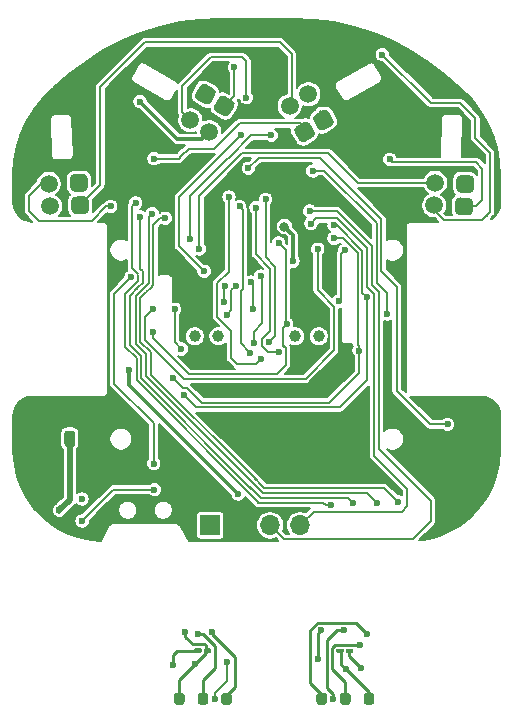
<source format=gbl>
G04 #@! TF.GenerationSoftware,KiCad,Pcbnew,(5.1.7)-1*
G04 #@! TF.CreationDate,2021-07-04T06:33:09+09:00*
G04 #@! TF.ProjectId,lapis,6c617069-732e-46b6-9963-61645f706362,rev?*
G04 #@! TF.SameCoordinates,Original*
G04 #@! TF.FileFunction,Copper,L2,Bot*
G04 #@! TF.FilePolarity,Positive*
%FSLAX46Y46*%
G04 Gerber Fmt 4.6, Leading zero omitted, Abs format (unit mm)*
G04 Created by KiCad (PCBNEW (5.1.7)-1) date 2021-07-04 06:33:09*
%MOMM*%
%LPD*%
G01*
G04 APERTURE LIST*
G04 #@! TA.AperFunction,ComponentPad*
%ADD10C,1.000000*%
G04 #@! TD*
G04 #@! TA.AperFunction,ComponentPad*
%ADD11C,1.500000*%
G04 #@! TD*
G04 #@! TA.AperFunction,ComponentPad*
%ADD12O,1.700000X1.700000*%
G04 #@! TD*
G04 #@! TA.AperFunction,ComponentPad*
%ADD13R,1.700000X1.700000*%
G04 #@! TD*
G04 #@! TA.AperFunction,ComponentPad*
%ADD14O,0.900000X1.400000*%
G04 #@! TD*
G04 #@! TA.AperFunction,ViaPad*
%ADD15C,0.600000*%
G04 #@! TD*
G04 #@! TA.AperFunction,ViaPad*
%ADD16C,0.800000*%
G04 #@! TD*
G04 #@! TA.AperFunction,Conductor*
%ADD17C,0.200000*%
G04 #@! TD*
G04 #@! TA.AperFunction,Conductor*
%ADD18C,0.300000*%
G04 #@! TD*
G04 #@! TA.AperFunction,Conductor*
%ADD19C,0.500000*%
G04 #@! TD*
G04 #@! TA.AperFunction,Conductor*
%ADD20C,0.250000*%
G04 #@! TD*
G04 #@! TA.AperFunction,Conductor*
%ADD21C,0.100000*%
G04 #@! TD*
G04 APERTURE END LIST*
D10*
X148500000Y-106000000D03*
X150500000Y-106000000D03*
X142000000Y-106000000D03*
X140000000Y-106000000D03*
G04 #@! TA.AperFunction,SMDPad,CuDef*
G36*
G01*
X151200000Y-136415000D02*
X151200000Y-136965000D01*
G75*
G02*
X150975000Y-137190000I-225000J0D01*
G01*
X150525000Y-137190000D01*
G75*
G02*
X150300000Y-136965000I0J225000D01*
G01*
X150300000Y-136415000D01*
G75*
G02*
X150525000Y-136190000I225000J0D01*
G01*
X150975000Y-136190000D01*
G75*
G02*
X151200000Y-136415000I0J-225000D01*
G01*
G37*
G04 #@! TD.AperFunction*
G04 #@! TA.AperFunction,SMDPad,CuDef*
G36*
G01*
X153200000Y-136415000D02*
X153200000Y-136965000D01*
G75*
G02*
X152975000Y-137190000I-225000J0D01*
G01*
X152525000Y-137190000D01*
G75*
G02*
X152300000Y-136965000I0J225000D01*
G01*
X152300000Y-136415000D01*
G75*
G02*
X152525000Y-136190000I225000J0D01*
G01*
X152975000Y-136190000D01*
G75*
G02*
X153200000Y-136415000I0J-225000D01*
G01*
G37*
G04 #@! TD.AperFunction*
G04 #@! TA.AperFunction,SMDPad,CuDef*
G36*
G01*
X155200000Y-136415000D02*
X155200000Y-136965000D01*
G75*
G02*
X154975000Y-137190000I-225000J0D01*
G01*
X154525000Y-137190000D01*
G75*
G02*
X154300000Y-136965000I0J225000D01*
G01*
X154300000Y-136415000D01*
G75*
G02*
X154525000Y-136190000I225000J0D01*
G01*
X154975000Y-136190000D01*
G75*
G02*
X155200000Y-136415000I0J-225000D01*
G01*
G37*
G04 #@! TD.AperFunction*
G04 #@! TA.AperFunction,SMDPad,CuDef*
G36*
G01*
X139145000Y-136415000D02*
X139145000Y-136965000D01*
G75*
G02*
X138920000Y-137190000I-225000J0D01*
G01*
X138470000Y-137190000D01*
G75*
G02*
X138245000Y-136965000I0J225000D01*
G01*
X138245000Y-136415000D01*
G75*
G02*
X138470000Y-136190000I225000J0D01*
G01*
X138920000Y-136190000D01*
G75*
G02*
X139145000Y-136415000I0J-225000D01*
G01*
G37*
G04 #@! TD.AperFunction*
G04 #@! TA.AperFunction,SMDPad,CuDef*
G36*
G01*
X141145000Y-136415000D02*
X141145000Y-136965000D01*
G75*
G02*
X140920000Y-137190000I-225000J0D01*
G01*
X140470000Y-137190000D01*
G75*
G02*
X140245000Y-136965000I0J225000D01*
G01*
X140245000Y-136415000D01*
G75*
G02*
X140470000Y-136190000I225000J0D01*
G01*
X140920000Y-136190000D01*
G75*
G02*
X141145000Y-136415000I0J-225000D01*
G01*
G37*
G04 #@! TD.AperFunction*
G04 #@! TA.AperFunction,SMDPad,CuDef*
G36*
G01*
X143145000Y-136415000D02*
X143145000Y-136965000D01*
G75*
G02*
X142920000Y-137190000I-225000J0D01*
G01*
X142470000Y-137190000D01*
G75*
G02*
X142245000Y-136965000I0J225000D01*
G01*
X142245000Y-136415000D01*
G75*
G02*
X142470000Y-136190000I225000J0D01*
G01*
X142920000Y-136190000D01*
G75*
G02*
X143145000Y-136415000I0J-225000D01*
G01*
G37*
G04 #@! TD.AperFunction*
G04 #@! TA.AperFunction,SMDPad,CuDef*
G36*
G01*
X140760000Y-132710000D02*
X140760000Y-132510000D01*
G75*
G02*
X140860000Y-132410000I100000J0D01*
G01*
X141295000Y-132410000D01*
G75*
G02*
X141395000Y-132510000I0J-100000D01*
G01*
X141395000Y-132710000D01*
G75*
G02*
X141295000Y-132810000I-100000J0D01*
G01*
X140860000Y-132810000D01*
G75*
G02*
X140760000Y-132710000I0J100000D01*
G01*
G37*
G04 #@! TD.AperFunction*
G04 #@! TA.AperFunction,SMDPad,CuDef*
G36*
G01*
X139945000Y-132710000D02*
X139945000Y-132510000D01*
G75*
G02*
X140045000Y-132410000I100000J0D01*
G01*
X140480000Y-132410000D01*
G75*
G02*
X140580000Y-132510000I0J-100000D01*
G01*
X140580000Y-132710000D01*
G75*
G02*
X140480000Y-132810000I-100000J0D01*
G01*
X140045000Y-132810000D01*
G75*
G02*
X139945000Y-132710000I0J100000D01*
G01*
G37*
G04 #@! TD.AperFunction*
G04 #@! TA.AperFunction,SMDPad,CuDef*
G36*
G01*
X152800000Y-132730000D02*
X152800000Y-132530000D01*
G75*
G02*
X152900000Y-132430000I100000J0D01*
G01*
X153335000Y-132430000D01*
G75*
G02*
X153435000Y-132530000I0J-100000D01*
G01*
X153435000Y-132730000D01*
G75*
G02*
X153335000Y-132830000I-100000J0D01*
G01*
X152900000Y-132830000D01*
G75*
G02*
X152800000Y-132730000I0J100000D01*
G01*
G37*
G04 #@! TD.AperFunction*
G04 #@! TA.AperFunction,SMDPad,CuDef*
G36*
G01*
X151985000Y-132730000D02*
X151985000Y-132530000D01*
G75*
G02*
X152085000Y-132430000I100000J0D01*
G01*
X152520000Y-132430000D01*
G75*
G02*
X152620000Y-132530000I0J-100000D01*
G01*
X152620000Y-132730000D01*
G75*
G02*
X152520000Y-132830000I-100000J0D01*
G01*
X152085000Y-132830000D01*
G75*
G02*
X151985000Y-132730000I0J100000D01*
G01*
G37*
G04 #@! TD.AperFunction*
D11*
X160261547Y-94911355D03*
G04 #@! TA.AperFunction,ComponentPad*
G36*
G01*
X163562631Y-94651403D02*
X163536456Y-95400946D01*
G75*
G02*
X163148597Y-95762631I-374772J13087D01*
G01*
X162399054Y-95736456D01*
G75*
G02*
X162037369Y-95348597I13087J374772D01*
G01*
X162063544Y-94599054D01*
G75*
G02*
X162451403Y-94237369I374772J-13087D01*
G01*
X163200946Y-94263544D01*
G75*
G02*
X163562631Y-94651403I-13087J-374772D01*
G01*
G37*
G04 #@! TD.AperFunction*
G04 #@! TA.AperFunction,ComponentPad*
G36*
G01*
X149999760Y-89162020D02*
X149350240Y-89537020D01*
G75*
G02*
X148837980Y-89399760I-187500J324760D01*
G01*
X148462980Y-88750240D01*
G75*
G02*
X148600240Y-88237980I324760J187500D01*
G01*
X149249760Y-87862980D01*
G75*
G02*
X149762020Y-88000240I187500J-324760D01*
G01*
X150137020Y-88649760D01*
G75*
G02*
X149999760Y-89162020I-324760J-187500D01*
G01*
G37*
G04 #@! TD.AperFunction*
X148030000Y-86500295D03*
X141230000Y-88699705D03*
G04 #@! TA.AperFunction,ComponentPad*
G36*
G01*
X142550240Y-85662980D02*
X143199760Y-86037980D01*
G75*
G02*
X143337020Y-86550240I-187500J-324760D01*
G01*
X142962020Y-87199760D01*
G75*
G02*
X142449760Y-87337020I-324760J187500D01*
G01*
X141800240Y-86962020D01*
G75*
G02*
X141662980Y-86449760I187500J324760D01*
G01*
X142037980Y-85800240D01*
G75*
G02*
X142550240Y-85662980I324760J-187500D01*
G01*
G37*
G04 #@! TD.AperFunction*
X127761547Y-94988645D03*
G04 #@! TA.AperFunction,ComponentPad*
G36*
G01*
X131036456Y-94499054D02*
X131062631Y-95248597D01*
G75*
G02*
X130700946Y-95636456I-374772J-13087D01*
G01*
X129951403Y-95662631D01*
G75*
G02*
X129563544Y-95300946I-13087J374772D01*
G01*
X129537369Y-94551403D01*
G75*
G02*
X129899054Y-94163544I374772J13087D01*
G01*
X130648597Y-94137369D01*
G75*
G02*
X131036456Y-94499054I13087J-374772D01*
G01*
G37*
G04 #@! TD.AperFunction*
G04 #@! TA.AperFunction,ComponentPad*
G36*
G01*
X130936456Y-92599054D02*
X130962631Y-93348597D01*
G75*
G02*
X130600946Y-93736456I-374772J-13087D01*
G01*
X129851403Y-93762631D01*
G75*
G02*
X129463544Y-93400946I-13087J374772D01*
G01*
X129437369Y-92651403D01*
G75*
G02*
X129799054Y-92263544I374772J13087D01*
G01*
X130548597Y-92237369D01*
G75*
G02*
X130936456Y-92599054I13087J-374772D01*
G01*
G37*
G04 #@! TD.AperFunction*
X127661547Y-93088645D03*
G04 #@! TA.AperFunction,ComponentPad*
G36*
G01*
X151599760Y-88162020D02*
X150950240Y-88537020D01*
G75*
G02*
X150437980Y-88399760I-187500J324760D01*
G01*
X150062980Y-87750240D01*
G75*
G02*
X150200240Y-87237980I324760J187500D01*
G01*
X150849760Y-86862980D01*
G75*
G02*
X151362020Y-87000240I187500J-324760D01*
G01*
X151737020Y-87649760D01*
G75*
G02*
X151599760Y-88162020I-324760J-187500D01*
G01*
G37*
G04 #@! TD.AperFunction*
X149630000Y-85500295D03*
X139630000Y-87699705D03*
G04 #@! TA.AperFunction,ComponentPad*
G36*
G01*
X140950240Y-84662980D02*
X141599760Y-85037980D01*
G75*
G02*
X141737020Y-85550240I-187500J-324760D01*
G01*
X141362020Y-86199760D01*
G75*
G02*
X140849760Y-86337020I-324760J187500D01*
G01*
X140200240Y-85962020D01*
G75*
G02*
X140062980Y-85449760I187500J324760D01*
G01*
X140437980Y-84800240D01*
G75*
G02*
X140950240Y-84662980I324760J-187500D01*
G01*
G37*
G04 #@! TD.AperFunction*
X160361547Y-93011355D03*
G04 #@! TA.AperFunction,ComponentPad*
G36*
G01*
X163662631Y-92751403D02*
X163636456Y-93500946D01*
G75*
G02*
X163248597Y-93862631I-374772J13087D01*
G01*
X162499054Y-93836456D01*
G75*
G02*
X162137369Y-93448597I13087J374772D01*
G01*
X162163544Y-92699054D01*
G75*
G02*
X162551403Y-92337369I374772J-13087D01*
G01*
X163300946Y-92363544D01*
G75*
G02*
X163662631Y-92751403I-13087J-374772D01*
G01*
G37*
G04 #@! TD.AperFunction*
D12*
X148920000Y-122000000D03*
X146380000Y-122000000D03*
X143840000Y-122000000D03*
D13*
X141300000Y-122000000D03*
D14*
X128175000Y-114675000D03*
G04 #@! TA.AperFunction,ComponentPad*
G36*
G01*
X129875000Y-114200000D02*
X129875000Y-115150000D01*
G75*
G02*
X129650000Y-115375000I-225000J0D01*
G01*
X129200000Y-115375000D01*
G75*
G02*
X128975000Y-115150000I0J225000D01*
G01*
X128975000Y-114200000D01*
G75*
G02*
X129200000Y-113975000I225000J0D01*
G01*
X129650000Y-113975000D01*
G75*
G02*
X129875000Y-114200000I0J-225000D01*
G01*
G37*
G04 #@! TD.AperFunction*
D15*
X136460000Y-105640000D03*
X152700000Y-98700000D03*
X152200000Y-103000000D03*
X150419999Y-98619999D03*
X136510000Y-103690000D03*
X133700000Y-93190000D03*
X163600000Y-117700000D03*
X145700000Y-85700000D03*
X161100000Y-121400000D03*
X126210000Y-118180000D03*
X132500000Y-113100000D03*
X145400000Y-120900000D03*
X140100000Y-80400000D03*
X140800000Y-105000000D03*
X138900000Y-102600000D03*
X150600000Y-94400000D03*
X155600000Y-94000000D03*
X137900000Y-92700000D03*
X154300000Y-116300000D03*
X132300000Y-116600000D03*
X132800000Y-120500000D03*
X139600000Y-121500000D03*
X159100000Y-92000000D03*
X150600000Y-80700000D03*
X130700000Y-84000000D03*
X125400000Y-92000000D03*
X131400000Y-91800000D03*
X139500000Y-82900000D03*
X133800000Y-86500000D03*
X157100000Y-86500000D03*
X152600000Y-108100000D03*
X150400000Y-114100000D03*
X159900000Y-89800000D03*
X137400000Y-98300000D03*
X157300000Y-100400000D03*
X154400000Y-111200000D03*
X142800000Y-113000000D03*
X125800000Y-112500000D03*
X163600000Y-112600000D03*
X156600000Y-113200000D03*
X142500000Y-107500000D03*
X140900000Y-110800000D03*
X147000000Y-95500000D03*
X146680000Y-97330000D03*
X150190000Y-103920000D03*
X148400000Y-100920000D03*
X149510000Y-107600000D03*
X137550000Y-90120000D03*
D16*
X147600000Y-96700000D03*
D15*
X148317500Y-99637500D03*
X143660000Y-119350000D03*
X134430000Y-108870000D03*
X130460000Y-119770000D03*
X135360000Y-86120000D03*
X136550000Y-90950000D03*
X143352184Y-83227816D03*
X155880000Y-82140000D03*
X156520000Y-91020000D03*
X128545000Y-120735000D03*
X146492500Y-88992500D03*
X139620000Y-97770000D03*
X140400000Y-98600000D03*
X132890000Y-95000000D03*
X143892500Y-88992500D03*
X140799498Y-100487500D03*
X144370000Y-85790000D03*
X150400000Y-133300000D03*
X150700000Y-130900000D03*
X139220000Y-131020000D03*
X140060000Y-133700000D03*
X154050000Y-134090000D03*
X152800000Y-134200000D03*
X138150000Y-133800000D03*
X152600000Y-130900000D03*
X140250000Y-131200000D03*
X151750000Y-136670000D03*
X141450000Y-131000000D03*
X154600000Y-131200000D03*
X142750000Y-133600000D03*
X154004990Y-132104990D03*
X141725000Y-136725000D03*
X143800000Y-95000000D03*
X144700000Y-107400000D03*
X142900000Y-94200000D03*
X145625000Y-107915000D03*
X146000000Y-94400000D03*
X146300000Y-106500000D03*
X145200000Y-95100000D03*
X147100000Y-107300000D03*
X161407500Y-113457500D03*
X144550000Y-91770000D03*
X150000000Y-92000000D03*
X156300000Y-104100000D03*
X149850000Y-96450000D03*
X149737668Y-95400000D03*
X139100000Y-111000000D03*
X151800000Y-96600000D03*
X154600000Y-102700000D03*
X138300000Y-103700000D03*
X138870000Y-107080000D03*
X138150000Y-109550000D03*
X151800000Y-97700000D03*
X153900000Y-107200000D03*
X147100000Y-98100000D03*
X147775000Y-104925000D03*
X145600000Y-100900000D03*
X145010000Y-106550000D03*
X144899999Y-103700001D03*
X144790000Y-101390000D03*
X143500000Y-101700000D03*
X142730000Y-104150000D03*
X142600000Y-101700000D03*
X142500000Y-103080000D03*
X151500000Y-120256798D03*
X135000000Y-94700000D03*
X153400000Y-120100000D03*
X135400000Y-95900000D03*
X155400000Y-120100000D03*
X136400000Y-95600000D03*
X136530000Y-116770000D03*
X134600000Y-101000000D03*
X157200000Y-120000000D03*
X137510000Y-96000000D03*
X136590000Y-118980000D03*
X130470000Y-121630000D03*
D17*
X152399990Y-99000010D02*
X152700000Y-98700000D01*
X152399990Y-102899990D02*
X152399990Y-99000010D01*
X152400000Y-102900000D02*
X152399990Y-102899990D01*
X152200000Y-103000000D02*
X152300000Y-103000000D01*
X152300000Y-103000000D02*
X152400000Y-102900000D01*
X150419999Y-98619999D02*
X150419999Y-98619999D01*
X150419999Y-102108001D02*
X150419999Y-98619999D01*
X136510000Y-103690000D02*
X136000000Y-104200000D01*
X149383981Y-109600021D02*
X151800001Y-107184001D01*
X139088023Y-109600021D02*
X149383981Y-109600021D01*
X135800009Y-106312007D02*
X139088023Y-109600021D01*
X135800009Y-104389991D02*
X135800009Y-106312007D01*
X135990000Y-104200000D02*
X135800009Y-104389991D01*
X136000000Y-104200000D02*
X135990000Y-104200000D01*
X151800001Y-103488003D02*
X150419999Y-102108001D01*
X151800001Y-107184001D02*
X151800001Y-103488003D01*
X151145000Y-87495000D02*
X150595962Y-86945962D01*
D18*
X148317500Y-97417500D02*
X148317500Y-99637500D01*
X147600000Y-96700000D02*
X148317500Y-97417500D01*
X134430000Y-110120000D02*
X134720000Y-110410000D01*
X134720000Y-110410000D02*
X143660000Y-119350000D01*
X134430000Y-110120000D02*
X134430000Y-108870000D01*
X134430000Y-108870000D02*
X134430000Y-108870000D01*
X141129999Y-88799706D02*
X141230000Y-88699705D01*
X135360000Y-86120000D02*
X138540000Y-89300000D01*
X140629705Y-89300000D02*
X141230000Y-88699705D01*
X138540000Y-89300000D02*
X140629705Y-89300000D01*
D17*
X148230000Y-82130000D02*
X148230000Y-86300295D01*
X147209999Y-81109999D02*
X148230000Y-82130000D01*
X135790001Y-81109999D02*
X147209999Y-81109999D01*
X132000001Y-84899999D02*
X132700000Y-84200000D01*
X132000001Y-93199999D02*
X132000001Y-84899999D01*
X130300000Y-94900000D02*
X132000001Y-93199999D01*
X132700000Y-84200000D02*
X135790001Y-81109999D01*
X143669405Y-88100000D02*
X141669405Y-90100000D01*
X141669405Y-90100000D02*
X139500000Y-90100000D01*
X143818443Y-87950962D02*
X141669405Y-90100000D01*
X148950962Y-87950962D02*
X143818443Y-87950962D01*
X149500000Y-88500000D02*
X148950962Y-87950962D01*
X138650000Y-90950000D02*
X138840000Y-90760000D01*
X136550000Y-90950000D02*
X138650000Y-90950000D01*
X139500000Y-90100000D02*
X138840000Y-90760000D01*
X143352184Y-85647816D02*
X142500000Y-86500000D01*
X143352184Y-85647816D02*
X143352184Y-83227816D01*
X164720000Y-95780000D02*
X164650000Y-95850000D01*
X160261547Y-94911355D02*
X160261547Y-95331547D01*
X161115000Y-96185000D02*
X164315000Y-96185000D01*
X160261547Y-95331547D02*
X161115000Y-96185000D01*
X164650000Y-95850000D02*
X164315000Y-96185000D01*
X164990000Y-95510000D02*
X164650000Y-95850000D01*
X164990000Y-90460000D02*
X164990000Y-95510000D01*
X163750000Y-89220000D02*
X164990000Y-90460000D01*
X163750000Y-87550000D02*
X163750000Y-89220000D01*
X162440000Y-86240000D02*
X163750000Y-87550000D01*
X160010000Y-86240000D02*
X162440000Y-86240000D01*
X159915000Y-86175000D02*
X159945000Y-86175000D01*
X155880000Y-82140000D02*
X159915000Y-86175000D01*
X159945000Y-86175000D02*
X160010000Y-86240000D01*
X162800000Y-95000000D02*
X163800000Y-95000000D01*
X163800000Y-95000000D02*
X164350000Y-94450000D01*
X164350000Y-94450000D02*
X164350000Y-91790000D01*
X164350000Y-91790000D02*
X163790000Y-91230000D01*
X163790000Y-91230000D02*
X160380000Y-91230000D01*
X160380000Y-91230000D02*
X156730000Y-91230000D01*
X156730000Y-91230000D02*
X156520000Y-91020000D01*
X156520000Y-91020000D02*
X156520000Y-91020000D01*
D19*
X129425000Y-114675000D02*
X129425000Y-119855000D01*
X129425000Y-119855000D02*
X128545000Y-120735000D01*
X128545000Y-120735000D02*
X128520000Y-120760000D01*
D17*
X144780502Y-88992500D02*
X142873002Y-90900000D01*
X144780502Y-88992500D02*
X146492500Y-88992500D01*
X146492500Y-88992500D02*
X146492500Y-88992500D01*
X142873002Y-90900000D02*
X142860000Y-90900000D01*
X142860000Y-90900000D02*
X139620000Y-94140000D01*
X139620000Y-94140000D02*
X139620000Y-97320000D01*
X139620000Y-97320000D02*
X139620000Y-97320000D01*
X139620000Y-97320000D02*
X139620000Y-97770000D01*
X139620000Y-97770000D02*
X139620000Y-97770000D01*
X140400000Y-98600000D02*
X140400000Y-98600000D01*
X160361547Y-93011355D02*
X160361547Y-92373545D01*
X160361547Y-93011355D02*
X153791355Y-93011355D01*
X140400000Y-98600000D02*
X140400000Y-98600000D01*
X140400000Y-98600000D02*
X140400000Y-94100000D01*
X151260000Y-90480000D02*
X151450000Y-90670000D01*
X144020000Y-90480000D02*
X151260000Y-90480000D01*
X153791355Y-93011355D02*
X151450000Y-90670000D01*
X140400000Y-94100000D02*
X144020000Y-90480000D01*
X132500000Y-95000000D02*
X132500000Y-95000000D01*
X132800000Y-95000000D02*
X132807500Y-95007500D01*
X132800000Y-95000000D02*
X132890000Y-95000000D01*
X132890000Y-95000000D02*
X132890000Y-95000000D01*
X132890000Y-95000000D02*
X132980000Y-95000000D01*
X132500000Y-95000000D02*
X132800000Y-95000000D01*
X125990000Y-94080000D02*
X125990000Y-95410000D01*
X126981355Y-93088645D02*
X125990000Y-94080000D01*
X127661547Y-93088645D02*
X126981355Y-93088645D01*
X126810000Y-96230000D02*
X131270000Y-96230000D01*
X131270000Y-96230000D02*
X132500000Y-95000000D01*
X126580000Y-96000000D02*
X126810000Y-96230000D01*
X125990000Y-95410000D02*
X126580000Y-96000000D01*
X140799498Y-100487500D02*
X140799498Y-100487500D01*
X144370000Y-84760000D02*
X144370000Y-84760000D01*
X138950000Y-87019705D02*
X139630000Y-87699705D01*
X138950000Y-84770000D02*
X138950000Y-87019705D01*
X138700000Y-98388002D02*
X140799498Y-100487500D01*
X138700000Y-94185000D02*
X138700000Y-98388002D01*
X143892500Y-88992500D02*
X138700000Y-94185000D01*
X144005000Y-82345000D02*
X144370000Y-82710000D01*
X141375000Y-82345000D02*
X144005000Y-82345000D01*
X144370000Y-84760000D02*
X144370000Y-82710000D01*
X141375000Y-82345000D02*
X138950000Y-84770000D01*
X144370000Y-84760000D02*
X144370000Y-85790000D01*
X144370000Y-85790000D02*
X144370000Y-85790000D01*
D20*
X150400000Y-133300000D02*
X150400000Y-131200000D01*
X150400000Y-131200000D02*
X150700000Y-130900000D01*
X150700000Y-130900000D02*
X150700000Y-130900000D01*
X141077500Y-132713558D02*
X141077500Y-132610000D01*
X140990000Y-132240352D02*
X140990000Y-132610000D01*
X140834638Y-132084990D02*
X140990000Y-132240352D01*
X139220000Y-131444264D02*
X139860726Y-132084990D01*
X139860726Y-132084990D02*
X140834638Y-132084990D01*
X139220000Y-131020000D02*
X139220000Y-131444264D01*
X138695000Y-135105000D02*
X138695000Y-135505000D01*
X140990000Y-132610000D02*
X140990000Y-132810000D01*
X140990000Y-132810000D02*
X138695000Y-135105000D01*
X138695000Y-136690000D02*
X138695000Y-135505000D01*
X153030000Y-133070000D02*
X154050000Y-134090000D01*
X153030000Y-132630000D02*
X153030000Y-133070000D01*
X138540000Y-132610000D02*
X138150000Y-133000000D01*
X138150000Y-133000000D02*
X138150000Y-133800000D01*
X138150000Y-133800000D02*
X138150000Y-133800000D01*
X138540000Y-132610000D02*
X140350000Y-132610000D01*
X152390000Y-133790000D02*
X152800000Y-134200000D01*
X152390000Y-132630000D02*
X152390000Y-133790000D01*
X154750000Y-136150000D02*
X152800000Y-134200000D01*
X154750000Y-136690000D02*
X154750000Y-136150000D01*
X152600000Y-130900000D02*
X152600000Y-130900000D01*
X152034315Y-130900000D02*
X151209980Y-131724335D01*
X152600000Y-130900000D02*
X152034315Y-130900000D01*
X140250000Y-131200000D02*
X140250000Y-131200000D01*
X151810000Y-136690000D02*
X151736412Y-136690000D01*
X151209980Y-131724335D02*
X151209980Y-135736790D01*
X151750000Y-136276810D02*
X151750000Y-136670000D01*
X151209980Y-135736790D02*
X151750000Y-136276810D01*
X140695000Y-135118590D02*
X140695000Y-136690000D01*
X141720010Y-134093580D02*
X140695000Y-135118590D01*
X141720010Y-132245746D02*
X141720010Y-134093580D01*
X140674264Y-131200000D02*
X141720010Y-132245746D01*
X140250000Y-131200000D02*
X140674264Y-131200000D01*
X142450000Y-132200000D02*
X141450000Y-131200000D01*
X141450000Y-131200000D02*
X141450000Y-131000000D01*
X141450000Y-131000000D02*
X141450000Y-131000000D01*
X142695000Y-136340000D02*
X142695000Y-136690000D01*
X143375001Y-135659999D02*
X142695000Y-136340000D01*
X143375001Y-133125001D02*
X143375001Y-135659999D01*
X142450000Y-132200000D02*
X143375001Y-133125001D01*
X154600000Y-131200000D02*
X154600000Y-131200000D01*
X150750000Y-136690000D02*
X150690000Y-136690000D01*
X149774999Y-130899999D02*
X149774999Y-135364999D01*
X150399999Y-130274999D02*
X149774999Y-130899999D01*
X153674999Y-130274999D02*
X150399999Y-130274999D01*
X154600000Y-131200000D02*
X153674999Y-130274999D01*
X150750000Y-136340000D02*
X150750000Y-136690000D01*
X149774999Y-135364999D02*
X150750000Y-136340000D01*
X151659990Y-132353952D02*
X151908952Y-132104990D01*
X152750000Y-135223002D02*
X151659990Y-134132992D01*
X151659990Y-134132992D02*
X151659990Y-132353952D01*
X152750000Y-136690000D02*
X152750000Y-135223002D01*
X151908952Y-132104990D02*
X154004990Y-132104990D01*
X142750000Y-133700000D02*
X142750000Y-133600000D01*
X142750000Y-133600000D02*
X142750000Y-133600000D01*
X154004990Y-132104990D02*
X154004990Y-132104990D01*
D17*
X142750000Y-135180000D02*
X141700000Y-136230000D01*
X142750000Y-133600000D02*
X142750000Y-135180000D01*
X141700000Y-136230000D02*
X141700000Y-136710000D01*
X141700000Y-136710000D02*
X141710000Y-136710000D01*
X141710000Y-136710000D02*
X141725000Y-136725000D01*
X141710000Y-136710000D02*
X141690000Y-136710000D01*
X143800000Y-95000000D02*
X143800000Y-95000000D01*
X143899999Y-106599999D02*
X144700000Y-107400000D01*
X144100001Y-101988001D02*
X143899999Y-102188003D01*
X143899999Y-102188003D02*
X143899999Y-106599999D01*
X144100001Y-95300001D02*
X144100001Y-101988001D01*
X143800000Y-95000000D02*
X144100001Y-95300001D01*
X143100001Y-107870001D02*
X143550000Y-108320000D01*
X143100001Y-105579999D02*
X143100001Y-107870001D01*
X143550000Y-108320000D02*
X145220000Y-108320000D01*
X141899999Y-104389999D02*
X143089999Y-105579999D01*
X141899999Y-101511999D02*
X141899999Y-104389999D01*
X142900000Y-100511998D02*
X141899999Y-101511999D01*
X145220000Y-108320000D02*
X145625000Y-107915000D01*
X143089999Y-105579999D02*
X143100001Y-105579999D01*
X142900000Y-94200000D02*
X142900000Y-100511998D01*
X146000000Y-94400000D02*
X146000000Y-94400000D01*
X146000000Y-99300000D02*
X146800010Y-100100010D01*
X146000000Y-94400000D02*
X146000000Y-99300000D01*
X146800010Y-100100010D02*
X146800010Y-105999990D01*
X146800010Y-105999990D02*
X146300000Y-106500000D01*
X146300000Y-106500000D02*
X146300000Y-106500000D01*
X145200000Y-95100000D02*
X145200000Y-95100000D01*
X145200000Y-99065698D02*
X145200000Y-98700000D01*
X146400000Y-100265698D02*
X145200000Y-99065698D01*
X145200000Y-95100000D02*
X145200000Y-98700000D01*
X145699999Y-106788001D02*
X146211998Y-107300000D01*
X145699999Y-106211999D02*
X145699999Y-106788001D01*
X146400000Y-105511998D02*
X145699999Y-106211999D01*
X146400000Y-100265698D02*
X146400000Y-105511998D01*
X146211998Y-107300000D02*
X147100000Y-107300000D01*
X147100000Y-107300000D02*
X147100000Y-107300000D01*
X155800060Y-96100060D02*
X150600000Y-90900000D01*
X157100000Y-101800000D02*
X155800060Y-100500060D01*
X155800060Y-100500060D02*
X155800060Y-96100060D01*
X159957500Y-113457500D02*
X157100000Y-110600000D01*
X157100000Y-110600000D02*
X157100000Y-101800000D01*
X161407500Y-113457500D02*
X159957500Y-113457500D01*
X145360000Y-90960000D02*
X145360000Y-90900000D01*
X144550000Y-91770000D02*
X145360000Y-90960000D01*
X150600000Y-90900000D02*
X145360000Y-90900000D01*
X150000000Y-92000000D02*
X150000000Y-92000000D01*
X156300000Y-104100000D02*
X156300000Y-104100000D01*
X150988002Y-92000000D02*
X150000000Y-92000000D01*
X155400050Y-96412048D02*
X150988002Y-92000000D01*
X155400050Y-101468653D02*
X155400050Y-96412048D01*
X156300000Y-102368602D02*
X155400050Y-101468653D01*
X156300000Y-104100000D02*
X156300000Y-102368602D01*
X149160000Y-122360000D02*
X149398008Y-122598008D01*
X152088001Y-95999999D02*
X154600030Y-98512028D01*
X150300001Y-95999999D02*
X152088001Y-95999999D01*
X149850000Y-96450000D02*
X150300001Y-95999999D01*
X154600030Y-101800030D02*
X154750000Y-101950000D01*
X154600030Y-98512028D02*
X154600030Y-101800030D01*
X154700000Y-101900000D02*
X154750000Y-101950000D01*
X155200001Y-102400001D02*
X154750000Y-101950000D01*
X155200001Y-110099999D02*
X155200001Y-102400001D01*
X155199990Y-110100010D02*
X155200001Y-110099999D01*
X155199990Y-116099990D02*
X155199990Y-110100010D01*
X158000001Y-120388001D02*
X157531203Y-120856799D01*
X158000001Y-118900001D02*
X158000001Y-120388001D01*
X155199990Y-116099990D02*
X158000001Y-118900001D01*
X150063201Y-120856799D02*
X148920000Y-122000000D01*
X157531203Y-120856799D02*
X150063201Y-120856799D01*
X147530001Y-123150001D02*
X146380000Y-122000000D01*
X159999999Y-121600001D02*
X158449999Y-123150001D01*
X155600000Y-115500000D02*
X159999999Y-119899999D01*
X155600000Y-114824243D02*
X155600000Y-115500000D01*
X155600011Y-114824232D02*
X155600000Y-114824243D01*
X155600011Y-102234312D02*
X155600011Y-114824232D01*
X155000040Y-101634342D02*
X155600011Y-102234312D01*
X155000040Y-98346339D02*
X155000040Y-101634342D01*
X158449999Y-123150001D02*
X147530001Y-123150001D01*
X152053701Y-95400000D02*
X155000040Y-98346339D01*
X159999999Y-119899999D02*
X159999999Y-121600001D01*
X149737668Y-95400000D02*
X152053701Y-95400000D01*
X140100000Y-112000000D02*
X152300000Y-112000000D01*
X139100000Y-111000000D02*
X140100000Y-112000000D01*
X154600000Y-109700000D02*
X154250000Y-110050000D01*
X152300000Y-112000000D02*
X154250000Y-110050000D01*
X152053701Y-96600000D02*
X151800000Y-96600000D01*
X154200020Y-98746319D02*
X152053701Y-96600000D01*
X154200020Y-102300020D02*
X154200020Y-98746319D01*
X154600000Y-102700000D02*
X154200020Y-102300020D01*
X138300000Y-103700000D02*
X138300000Y-106510000D01*
X138300000Y-106510000D02*
X138870000Y-107080000D01*
X138870000Y-107080000D02*
X138870000Y-107080000D01*
X154600000Y-102700000D02*
X154600000Y-109700000D01*
X151800000Y-97700000D02*
X151800000Y-97700000D01*
X139388001Y-110399999D02*
X140587992Y-111599990D01*
X140587992Y-111599990D02*
X151400010Y-111599990D01*
X138999999Y-110399999D02*
X139388001Y-110399999D01*
X138150000Y-109550000D02*
X138999999Y-110399999D01*
X151400010Y-111599990D02*
X153900000Y-109100000D01*
X151800000Y-97700000D02*
X152588002Y-97700000D01*
X152588002Y-97700000D02*
X153800010Y-98912008D01*
X153800010Y-98912008D02*
X153800010Y-106699990D01*
X153900000Y-109100000D02*
X153900000Y-107200000D01*
X153800010Y-106699990D02*
X153900000Y-106799980D01*
X153900000Y-106799980D02*
X153900000Y-107200000D01*
X147100000Y-98100000D02*
X147100000Y-98100000D01*
X147500000Y-106811998D02*
X147700001Y-107011999D01*
X147449999Y-106761997D02*
X147700001Y-107011999D01*
X147449999Y-105250001D02*
X147449999Y-106761997D01*
X147775000Y-104925000D02*
X147449999Y-105250001D01*
X147700000Y-105000000D02*
X147449999Y-105250001D01*
X147700000Y-98700000D02*
X147700000Y-105000000D01*
X147100000Y-98100000D02*
X147700000Y-98700000D01*
X147700001Y-108453700D02*
X147700001Y-107011999D01*
X146953690Y-109200011D02*
X147700001Y-108453700D01*
X139505023Y-109200011D02*
X146953690Y-109200011D01*
X136460000Y-106154988D02*
X139505023Y-109200011D01*
X136460000Y-105640000D02*
X136460000Y-106154988D01*
X145700001Y-104899999D02*
X145700001Y-101000001D01*
X145700001Y-101000001D02*
X145600000Y-100900000D01*
X145010000Y-105590000D02*
X145010000Y-106550000D01*
X145700001Y-104899999D02*
X145010000Y-105590000D01*
X144900000Y-101700000D02*
X144900000Y-101700000D01*
X144900000Y-101700000D02*
X144899999Y-103700001D01*
X144899999Y-103700001D02*
X144899999Y-103700001D01*
X144900000Y-101700000D02*
X144900000Y-101500000D01*
X144900000Y-101500000D02*
X144790000Y-101390000D01*
X144790000Y-101390000D02*
X144790000Y-101390000D01*
X143100001Y-102099999D02*
X143500000Y-101700000D01*
X143500000Y-101700000D02*
X143500000Y-101700000D01*
X143100001Y-103779999D02*
X142730000Y-104150000D01*
X143100001Y-102099999D02*
X143100001Y-103779999D01*
X142500000Y-101800000D02*
X142600000Y-101700000D01*
X142600000Y-101700000D02*
X142600000Y-101700000D01*
X142500000Y-103080000D02*
X142500000Y-101800000D01*
X134900000Y-100411998D02*
X135200001Y-100711999D01*
X134900000Y-100400000D02*
X134900000Y-100411998D01*
X134700000Y-100200000D02*
X134900000Y-100400000D01*
X134700001Y-94999999D02*
X134700000Y-100200000D01*
X135000000Y-94700000D02*
X134700001Y-94999999D01*
X150900000Y-120081062D02*
X151075736Y-120256798D01*
X135079970Y-109727067D02*
X145391061Y-120038156D01*
X145391061Y-120081061D02*
X150900000Y-120081062D01*
X145391061Y-120038156D02*
X145391061Y-120081061D01*
X135079970Y-107854761D02*
X135079970Y-109727067D01*
X151075736Y-120256798D02*
X151500000Y-120256798D01*
X134109990Y-106884782D02*
X135079970Y-107854761D01*
X134109990Y-102378011D02*
X134109990Y-106884782D01*
X135200001Y-101288001D02*
X134109990Y-102378011D01*
X135200001Y-100800001D02*
X135200001Y-101288001D01*
X135400000Y-95900000D02*
X135400000Y-100300000D01*
X135400000Y-100300000D02*
X135600000Y-100500000D01*
X135600011Y-100546311D02*
X135600011Y-101453690D01*
X135600000Y-100546300D02*
X135600011Y-100546311D01*
X135600000Y-100500000D02*
X135600000Y-100546300D01*
X135226850Y-101826850D02*
X135600011Y-101453690D01*
X135100010Y-101953690D02*
X135226850Y-101826850D01*
X135226850Y-101826851D02*
X135226850Y-101826850D01*
X134510000Y-102543700D02*
X135226850Y-101826851D01*
X145575400Y-119656797D02*
X144694302Y-118775699D01*
X152956797Y-119656797D02*
X145575400Y-119656797D01*
X153400000Y-120100000D02*
X152956797Y-119656797D01*
X135479980Y-109561378D02*
X144799999Y-118881397D01*
X135479980Y-107689073D02*
X135479980Y-109561378D01*
X134510000Y-106610000D02*
X134510000Y-106719093D01*
X134510000Y-106719093D02*
X135479980Y-107689073D01*
X134510000Y-106610000D02*
X134510000Y-102543700D01*
X136100000Y-95900000D02*
X136300000Y-95700000D01*
X136300000Y-95700000D02*
X136400000Y-95600000D01*
X136100000Y-101519399D02*
X136100000Y-95900000D01*
X135184700Y-102434700D02*
X136100000Y-101519399D01*
X145773213Y-119256787D02*
X154556787Y-119256787D01*
X154556787Y-119256787D02*
X155400000Y-120100000D01*
X145773211Y-119256785D02*
X145773213Y-119256787D01*
X135879990Y-109395689D02*
X145741087Y-119256785D01*
X135879990Y-107523384D02*
X135879990Y-109395689D01*
X134999989Y-106643384D02*
X135879990Y-107523384D01*
X145741087Y-119256785D02*
X145773211Y-119256785D01*
X134999989Y-102619411D02*
X134999989Y-106643384D01*
X135184700Y-102434700D02*
X134999989Y-102619411D01*
X134600000Y-101000000D02*
X134600000Y-101000000D01*
X133400000Y-102200000D02*
X134600000Y-101000000D01*
X133200000Y-102400000D02*
X133400000Y-102200000D01*
X133200000Y-110000000D02*
X133200000Y-102400000D01*
X136530000Y-113330000D02*
X133200000Y-110000000D01*
X136530000Y-116770000D02*
X136530000Y-113330000D01*
X136500010Y-101685086D02*
X136292548Y-101892548D01*
X136500010Y-96599990D02*
X136500010Y-101685086D01*
X137100000Y-96000000D02*
X136500010Y-96599990D01*
X136292548Y-101892548D02*
X136500010Y-101685088D01*
X135900030Y-102285067D02*
X135399999Y-102785098D01*
X136292548Y-101892548D02*
X135900030Y-102285067D01*
X135399999Y-106477695D02*
X135399999Y-105340001D01*
X136280000Y-107357696D02*
X135399999Y-106477695D01*
X136280000Y-109230000D02*
X136280000Y-107357696D01*
X135399999Y-102785098D02*
X135399999Y-105340001D01*
X144985000Y-117935000D02*
X136280000Y-109230000D01*
X145200007Y-118150007D02*
X144985000Y-117935000D01*
X145722494Y-118672494D02*
X144985000Y-117935000D01*
X145906777Y-118856777D02*
X145722494Y-118672494D01*
X156056777Y-118856777D02*
X145906777Y-118856777D01*
X157200000Y-120000000D02*
X156056777Y-118856777D01*
X137510000Y-96000000D02*
X137100000Y-96000000D01*
X136590000Y-118980000D02*
X133120000Y-118980000D01*
X133120000Y-118980000D02*
X130470000Y-121630000D01*
X130470000Y-121630000D02*
X130450000Y-121650000D01*
X147780000Y-82316396D02*
X147780001Y-85428473D01*
X147709142Y-85442568D01*
X147508955Y-85525488D01*
X147328791Y-85645870D01*
X147175575Y-85799086D01*
X147055193Y-85979250D01*
X146972273Y-86179437D01*
X146930000Y-86391954D01*
X146930000Y-86608636D01*
X146972273Y-86821153D01*
X147055193Y-87021340D01*
X147175575Y-87201504D01*
X147328791Y-87354720D01*
X147508955Y-87475102D01*
X147571387Y-87500962D01*
X143840537Y-87500962D01*
X143818443Y-87498786D01*
X143796349Y-87500962D01*
X143796338Y-87500962D01*
X143730228Y-87507473D01*
X143645402Y-87533205D01*
X143567226Y-87574991D01*
X143515875Y-87617134D01*
X143515871Y-87617138D01*
X143498706Y-87631225D01*
X143484619Y-87648390D01*
X143366837Y-87766172D01*
X142348258Y-88784752D01*
X142330000Y-88803010D01*
X142330000Y-88591364D01*
X142287727Y-88378847D01*
X142204807Y-88178660D01*
X142084425Y-87998496D01*
X141931209Y-87845280D01*
X141751045Y-87724898D01*
X141550858Y-87641978D01*
X141338341Y-87599705D01*
X141121659Y-87599705D01*
X140909142Y-87641978D01*
X140730000Y-87716181D01*
X140730000Y-87591364D01*
X140687727Y-87378847D01*
X140604807Y-87178660D01*
X140484425Y-86998496D01*
X140331209Y-86845280D01*
X140151045Y-86724898D01*
X139950858Y-86641978D01*
X139738341Y-86599705D01*
X139521659Y-86599705D01*
X139400000Y-86623905D01*
X139400000Y-84956395D01*
X141561396Y-82795000D01*
X142865761Y-82795000D01*
X142847296Y-82813465D01*
X142776162Y-82919926D01*
X142727163Y-83038218D01*
X142702184Y-83163797D01*
X142702184Y-83291835D01*
X142727163Y-83417414D01*
X142776162Y-83535706D01*
X142847296Y-83642167D01*
X142902185Y-83697056D01*
X142902184Y-85460075D01*
X142726086Y-85358405D01*
X142596327Y-85299612D01*
X142457592Y-85267264D01*
X142315212Y-85262603D01*
X142174658Y-85285809D01*
X142135006Y-85300733D01*
X142114191Y-85174658D01*
X142064011Y-85041331D01*
X141988784Y-84920357D01*
X141891402Y-84816383D01*
X141775606Y-84733405D01*
X141126086Y-84358405D01*
X140996327Y-84299612D01*
X140857592Y-84267264D01*
X140715212Y-84262603D01*
X140574658Y-84285809D01*
X140441331Y-84335989D01*
X140320357Y-84411216D01*
X140216383Y-84508598D01*
X140133405Y-84624394D01*
X139758405Y-85273914D01*
X139699612Y-85403673D01*
X139667264Y-85542408D01*
X139662603Y-85684788D01*
X139685809Y-85825342D01*
X139735989Y-85958669D01*
X139811216Y-86079643D01*
X139908598Y-86183617D01*
X140024394Y-86266595D01*
X140673914Y-86641595D01*
X140803673Y-86700388D01*
X140942408Y-86732736D01*
X141084788Y-86737397D01*
X141225342Y-86714191D01*
X141264994Y-86699267D01*
X141285809Y-86825342D01*
X141335989Y-86958669D01*
X141411216Y-87079643D01*
X141508598Y-87183617D01*
X141624394Y-87266595D01*
X142273914Y-87641595D01*
X142403673Y-87700388D01*
X142542408Y-87732736D01*
X142684788Y-87737397D01*
X142825342Y-87714191D01*
X142958669Y-87664011D01*
X143079643Y-87588784D01*
X143183617Y-87491402D01*
X143266595Y-87375606D01*
X143641595Y-86726086D01*
X143700388Y-86596327D01*
X143732736Y-86457592D01*
X143737397Y-86315212D01*
X143714191Y-86174658D01*
X143664011Y-86041331D01*
X143637576Y-85998820D01*
X143654757Y-85981639D01*
X143671921Y-85967553D01*
X143686008Y-85950388D01*
X143686012Y-85950384D01*
X143728155Y-85899033D01*
X143728737Y-85897944D01*
X143744979Y-85979598D01*
X143793978Y-86097890D01*
X143865112Y-86204351D01*
X143955649Y-86294888D01*
X144062110Y-86366022D01*
X144180402Y-86415021D01*
X144305981Y-86440000D01*
X144434019Y-86440000D01*
X144559598Y-86415021D01*
X144677890Y-86366022D01*
X144784351Y-86294888D01*
X144874888Y-86204351D01*
X144946022Y-86097890D01*
X144995021Y-85979598D01*
X145020000Y-85854019D01*
X145020000Y-85725981D01*
X144995021Y-85600402D01*
X144946022Y-85482110D01*
X144874888Y-85375649D01*
X144820000Y-85320761D01*
X144820000Y-84782104D01*
X144822177Y-84760000D01*
X144820000Y-84737895D01*
X144820000Y-82732094D01*
X144822176Y-82710000D01*
X144820000Y-82687905D01*
X144820000Y-82687895D01*
X144813489Y-82621785D01*
X144787757Y-82536959D01*
X144777645Y-82518041D01*
X144745971Y-82458783D01*
X144703828Y-82407432D01*
X144703824Y-82407428D01*
X144689737Y-82390263D01*
X144672571Y-82376176D01*
X144338828Y-82042433D01*
X144324737Y-82025263D01*
X144256216Y-81969029D01*
X144178041Y-81927243D01*
X144093215Y-81901511D01*
X144027105Y-81895000D01*
X144027094Y-81895000D01*
X144005000Y-81892824D01*
X143982906Y-81895000D01*
X141397094Y-81895000D01*
X141375000Y-81892824D01*
X141352905Y-81895000D01*
X141352895Y-81895000D01*
X141286785Y-81901511D01*
X141201959Y-81927243D01*
X141123783Y-81969029D01*
X141072432Y-82011172D01*
X141072428Y-82011176D01*
X141055263Y-82025263D01*
X141041176Y-82042428D01*
X138647434Y-84436171D01*
X138630263Y-84450263D01*
X138616172Y-84467433D01*
X138576791Y-84515418D01*
X138568876Y-84502689D01*
X138515014Y-84445182D01*
X138467014Y-84410786D01*
X138467007Y-84410782D01*
X138450967Y-84399288D01*
X138432993Y-84391144D01*
X135782333Y-82860785D01*
X135766289Y-82849288D01*
X135748310Y-82841142D01*
X135748307Y-82841140D01*
X135694519Y-82816769D01*
X135617785Y-82798877D01*
X135539035Y-82796299D01*
X135539034Y-82796299D01*
X135461293Y-82809134D01*
X135387550Y-82836889D01*
X135320639Y-82878497D01*
X135263131Y-82932359D01*
X135228735Y-82980359D01*
X135228731Y-82980366D01*
X135217237Y-82996406D01*
X135209093Y-83014380D01*
X134678734Y-83932990D01*
X134667237Y-83949034D01*
X134634718Y-84020804D01*
X134616826Y-84097538D01*
X134614248Y-84176288D01*
X134627083Y-84254029D01*
X134654838Y-84327772D01*
X134696446Y-84394683D01*
X134750308Y-84452191D01*
X134773594Y-84468877D01*
X134814355Y-84498086D01*
X134832337Y-84506234D01*
X137482993Y-86036592D01*
X137499033Y-86048086D01*
X137517008Y-86056230D01*
X137517014Y-86056234D01*
X137570802Y-86080605D01*
X137647536Y-86098497D01*
X137726287Y-86101075D01*
X137804028Y-86088240D01*
X137877771Y-86060485D01*
X137944682Y-86018877D01*
X138002190Y-85965015D01*
X138048085Y-85900968D01*
X138056233Y-85882986D01*
X138500000Y-85114359D01*
X138500001Y-86997601D01*
X138497824Y-87019705D01*
X138506512Y-87107920D01*
X138532243Y-87192745D01*
X138574029Y-87270921D01*
X138602571Y-87305700D01*
X138572273Y-87378847D01*
X138530000Y-87591364D01*
X138530000Y-87808046D01*
X138572273Y-88020563D01*
X138655193Y-88220750D01*
X138775575Y-88400914D01*
X138928791Y-88554130D01*
X139108955Y-88674512D01*
X139309142Y-88757432D01*
X139521659Y-88799705D01*
X139738341Y-88799705D01*
X139950858Y-88757432D01*
X140130000Y-88683229D01*
X140130000Y-88800000D01*
X138747106Y-88800000D01*
X136010000Y-86062895D01*
X136010000Y-86055981D01*
X135985021Y-85930402D01*
X135936022Y-85812110D01*
X135864888Y-85705649D01*
X135774351Y-85615112D01*
X135667890Y-85543978D01*
X135549598Y-85494979D01*
X135424019Y-85470000D01*
X135295981Y-85470000D01*
X135170402Y-85494979D01*
X135052110Y-85543978D01*
X134945649Y-85615112D01*
X134855112Y-85705649D01*
X134783978Y-85812110D01*
X134734979Y-85930402D01*
X134710000Y-86055981D01*
X134710000Y-86184019D01*
X134734979Y-86309598D01*
X134783978Y-86427890D01*
X134855112Y-86534351D01*
X134945649Y-86624888D01*
X135052110Y-86696022D01*
X135170402Y-86745021D01*
X135295981Y-86770000D01*
X135302895Y-86770000D01*
X138169075Y-89636181D01*
X138184736Y-89655264D01*
X138260871Y-89717746D01*
X138347733Y-89764175D01*
X138441983Y-89792765D01*
X138515440Y-89800000D01*
X138515441Y-89800000D01*
X138539999Y-89802419D01*
X138564557Y-89800000D01*
X139163604Y-89800000D01*
X138537433Y-90426172D01*
X138463605Y-90500000D01*
X137019239Y-90500000D01*
X136964351Y-90445112D01*
X136857890Y-90373978D01*
X136739598Y-90324979D01*
X136614019Y-90300000D01*
X136485981Y-90300000D01*
X136360402Y-90324979D01*
X136242110Y-90373978D01*
X136135649Y-90445112D01*
X136045112Y-90535649D01*
X135973978Y-90642110D01*
X135924979Y-90760402D01*
X135900000Y-90885981D01*
X135900000Y-91014019D01*
X135924979Y-91139598D01*
X135973978Y-91257890D01*
X136045112Y-91364351D01*
X136135649Y-91454888D01*
X136242110Y-91526022D01*
X136360402Y-91575021D01*
X136485981Y-91600000D01*
X136614019Y-91600000D01*
X136739598Y-91575021D01*
X136857890Y-91526022D01*
X136964351Y-91454888D01*
X137019239Y-91400000D01*
X138627906Y-91400000D01*
X138650000Y-91402176D01*
X138672094Y-91400000D01*
X138672105Y-91400000D01*
X138738215Y-91393489D01*
X138823041Y-91367757D01*
X138901216Y-91325971D01*
X138969737Y-91269737D01*
X138983829Y-91252566D01*
X139173828Y-91062567D01*
X139686396Y-90550000D01*
X141647311Y-90550000D01*
X141669405Y-90552176D01*
X141691499Y-90550000D01*
X141691510Y-90550000D01*
X141699379Y-90549225D01*
X138397434Y-93851171D01*
X138380263Y-93865263D01*
X138366172Y-93882433D01*
X138324029Y-93933784D01*
X138283076Y-94010402D01*
X138282243Y-94011960D01*
X138256511Y-94096786D01*
X138250000Y-94162896D01*
X138250000Y-94162906D01*
X138247824Y-94185000D01*
X138250000Y-94207094D01*
X138250001Y-98365898D01*
X138247824Y-98388002D01*
X138256512Y-98476217D01*
X138282243Y-98561042D01*
X138324029Y-98639218D01*
X138366172Y-98690569D01*
X138366177Y-98690574D01*
X138380264Y-98707739D01*
X138397429Y-98721826D01*
X140149498Y-100473896D01*
X140149498Y-100551519D01*
X140174477Y-100677098D01*
X140223476Y-100795390D01*
X140294610Y-100901851D01*
X140385147Y-100992388D01*
X140491608Y-101063522D01*
X140609900Y-101112521D01*
X140735479Y-101137500D01*
X140863517Y-101137500D01*
X140989096Y-101112521D01*
X141107388Y-101063522D01*
X141213849Y-100992388D01*
X141304386Y-100901851D01*
X141375520Y-100795390D01*
X141424519Y-100677098D01*
X141449498Y-100551519D01*
X141449498Y-100423481D01*
X141424519Y-100297902D01*
X141375520Y-100179610D01*
X141304386Y-100073149D01*
X141213849Y-99982612D01*
X141107388Y-99911478D01*
X140989096Y-99862479D01*
X140863517Y-99837500D01*
X140785894Y-99837500D01*
X140147260Y-99198866D01*
X140210402Y-99225021D01*
X140335981Y-99250000D01*
X140464019Y-99250000D01*
X140589598Y-99225021D01*
X140707890Y-99176022D01*
X140814351Y-99104888D01*
X140904888Y-99014351D01*
X140976022Y-98907890D01*
X141025021Y-98789598D01*
X141050000Y-98664019D01*
X141050000Y-98535981D01*
X141025021Y-98410402D01*
X140976022Y-98292110D01*
X140904888Y-98185649D01*
X140850000Y-98130761D01*
X140850000Y-94286395D01*
X144206396Y-90930000D01*
X144753604Y-90930000D01*
X144563605Y-91120000D01*
X144485981Y-91120000D01*
X144360402Y-91144979D01*
X144242110Y-91193978D01*
X144135649Y-91265112D01*
X144045112Y-91355649D01*
X143973978Y-91462110D01*
X143924979Y-91580402D01*
X143900000Y-91705981D01*
X143900000Y-91834019D01*
X143924979Y-91959598D01*
X143973978Y-92077890D01*
X144045112Y-92184351D01*
X144135649Y-92274888D01*
X144242110Y-92346022D01*
X144360402Y-92395021D01*
X144485981Y-92420000D01*
X144614019Y-92420000D01*
X144739598Y-92395021D01*
X144857890Y-92346022D01*
X144964351Y-92274888D01*
X145054888Y-92184351D01*
X145126022Y-92077890D01*
X145175021Y-91959598D01*
X145200000Y-91834019D01*
X145200000Y-91756395D01*
X145606396Y-91350000D01*
X149935981Y-91350000D01*
X149810402Y-91374979D01*
X149692110Y-91423978D01*
X149585649Y-91495112D01*
X149495112Y-91585649D01*
X149423978Y-91692110D01*
X149374979Y-91810402D01*
X149350000Y-91935981D01*
X149350000Y-92064019D01*
X149374979Y-92189598D01*
X149423978Y-92307890D01*
X149495112Y-92414351D01*
X149585649Y-92504888D01*
X149692110Y-92576022D01*
X149810402Y-92625021D01*
X149935981Y-92650000D01*
X150064019Y-92650000D01*
X150189598Y-92625021D01*
X150307890Y-92576022D01*
X150414351Y-92504888D01*
X150469239Y-92450000D01*
X150801607Y-92450000D01*
X154950051Y-96598445D01*
X154950051Y-97659954D01*
X152387530Y-95097434D01*
X152373438Y-95080263D01*
X152304917Y-95024029D01*
X152226742Y-94982243D01*
X152141916Y-94956511D01*
X152075806Y-94950000D01*
X152075795Y-94950000D01*
X152053701Y-94947824D01*
X152031607Y-94950000D01*
X150206907Y-94950000D01*
X150152019Y-94895112D01*
X150045558Y-94823978D01*
X149927266Y-94774979D01*
X149801687Y-94750000D01*
X149673649Y-94750000D01*
X149548070Y-94774979D01*
X149429778Y-94823978D01*
X149323317Y-94895112D01*
X149232780Y-94985649D01*
X149161646Y-95092110D01*
X149112647Y-95210402D01*
X149087668Y-95335981D01*
X149087668Y-95464019D01*
X149112647Y-95589598D01*
X149161646Y-95707890D01*
X149232780Y-95814351D01*
X149323317Y-95904888D01*
X149414768Y-95965993D01*
X149345112Y-96035649D01*
X149273978Y-96142110D01*
X149224979Y-96260402D01*
X149200000Y-96385981D01*
X149200000Y-96514019D01*
X149224979Y-96639598D01*
X149273978Y-96757890D01*
X149345112Y-96864351D01*
X149435649Y-96954888D01*
X149542110Y-97026022D01*
X149660402Y-97075021D01*
X149785981Y-97100000D01*
X149914019Y-97100000D01*
X150039598Y-97075021D01*
X150157890Y-97026022D01*
X150264351Y-96954888D01*
X150354888Y-96864351D01*
X150426022Y-96757890D01*
X150475021Y-96639598D01*
X150500000Y-96514019D01*
X150500000Y-96449999D01*
X151167103Y-96449999D01*
X151150000Y-96535981D01*
X151150000Y-96664019D01*
X151174979Y-96789598D01*
X151223978Y-96907890D01*
X151295112Y-97014351D01*
X151385649Y-97104888D01*
X151453165Y-97150000D01*
X151385649Y-97195112D01*
X151295112Y-97285649D01*
X151223978Y-97392110D01*
X151174979Y-97510402D01*
X151150000Y-97635981D01*
X151150000Y-97764019D01*
X151174979Y-97889598D01*
X151223978Y-98007890D01*
X151295112Y-98114351D01*
X151385649Y-98204888D01*
X151492110Y-98276022D01*
X151610402Y-98325021D01*
X151735981Y-98350000D01*
X151864019Y-98350000D01*
X151989598Y-98325021D01*
X152107890Y-98276022D01*
X152214351Y-98204888D01*
X152269239Y-98150000D01*
X152353165Y-98150000D01*
X152285649Y-98195112D01*
X152195112Y-98285649D01*
X152123978Y-98392110D01*
X152074979Y-98510402D01*
X152050000Y-98635981D01*
X152050000Y-98717136D01*
X152024019Y-98748794D01*
X151982233Y-98826970D01*
X151962307Y-98892658D01*
X151956502Y-98911795D01*
X151950182Y-98975971D01*
X151947814Y-99000010D01*
X151949991Y-99022114D01*
X151949990Y-102400003D01*
X151892110Y-102423978D01*
X151785649Y-102495112D01*
X151695112Y-102585649D01*
X151630597Y-102682204D01*
X150869999Y-101921606D01*
X150869999Y-99089238D01*
X150924887Y-99034350D01*
X150996021Y-98927889D01*
X151045020Y-98809597D01*
X151069999Y-98684018D01*
X151069999Y-98555980D01*
X151045020Y-98430401D01*
X150996021Y-98312109D01*
X150924887Y-98205648D01*
X150834350Y-98115111D01*
X150727889Y-98043977D01*
X150609597Y-97994978D01*
X150484018Y-97969999D01*
X150355980Y-97969999D01*
X150230401Y-97994978D01*
X150112109Y-98043977D01*
X150005648Y-98115111D01*
X149915111Y-98205648D01*
X149843977Y-98312109D01*
X149794978Y-98430401D01*
X149769999Y-98555980D01*
X149769999Y-98684018D01*
X149794978Y-98809597D01*
X149843977Y-98927889D01*
X149915111Y-99034350D01*
X149970000Y-99089239D01*
X149969999Y-102085907D01*
X149967823Y-102108001D01*
X149969999Y-102130095D01*
X149969999Y-102130105D01*
X149976510Y-102196215D01*
X150000779Y-102276218D01*
X150002242Y-102281041D01*
X150044028Y-102359217D01*
X150077498Y-102400000D01*
X150100262Y-102427738D01*
X150117433Y-102441830D01*
X151350002Y-103674400D01*
X151350001Y-106997605D01*
X149197586Y-109150021D01*
X147640075Y-109150021D01*
X148002574Y-108787523D01*
X148019738Y-108773437D01*
X148033825Y-108756272D01*
X148033829Y-108756268D01*
X148075972Y-108704917D01*
X148117758Y-108626741D01*
X148128639Y-108590871D01*
X148143490Y-108541915D01*
X148150001Y-108475805D01*
X148150001Y-108475795D01*
X148152177Y-108453701D01*
X148150001Y-108431606D01*
X148150001Y-107034093D01*
X148152177Y-107011998D01*
X148150001Y-106989904D01*
X148150001Y-106989894D01*
X148143490Y-106923784D01*
X148117758Y-106838958D01*
X148075972Y-106760783D01*
X148036317Y-106712463D01*
X148097374Y-106753260D01*
X148252064Y-106817335D01*
X148416282Y-106850000D01*
X148583718Y-106850000D01*
X148747936Y-106817335D01*
X148902626Y-106753260D01*
X149041844Y-106660238D01*
X149160238Y-106541844D01*
X149253260Y-106402626D01*
X149317335Y-106247936D01*
X149350000Y-106083718D01*
X149350000Y-105916282D01*
X149650000Y-105916282D01*
X149650000Y-106083718D01*
X149682665Y-106247936D01*
X149746740Y-106402626D01*
X149839762Y-106541844D01*
X149958156Y-106660238D01*
X150097374Y-106753260D01*
X150252064Y-106817335D01*
X150416282Y-106850000D01*
X150583718Y-106850000D01*
X150747936Y-106817335D01*
X150902626Y-106753260D01*
X151041844Y-106660238D01*
X151160238Y-106541844D01*
X151253260Y-106402626D01*
X151317335Y-106247936D01*
X151350000Y-106083718D01*
X151350000Y-105916282D01*
X151317335Y-105752064D01*
X151253260Y-105597374D01*
X151160238Y-105458156D01*
X151041844Y-105339762D01*
X150902626Y-105246740D01*
X150747936Y-105182665D01*
X150583718Y-105150000D01*
X150416282Y-105150000D01*
X150252064Y-105182665D01*
X150097374Y-105246740D01*
X149958156Y-105339762D01*
X149839762Y-105458156D01*
X149746740Y-105597374D01*
X149682665Y-105752064D01*
X149650000Y-105916282D01*
X149350000Y-105916282D01*
X149317335Y-105752064D01*
X149253260Y-105597374D01*
X149160238Y-105458156D01*
X149041844Y-105339762D01*
X148902626Y-105246740D01*
X148747936Y-105182665D01*
X148583718Y-105150000D01*
X148416282Y-105150000D01*
X148382580Y-105156704D01*
X148400021Y-105114598D01*
X148425000Y-104989019D01*
X148425000Y-104860981D01*
X148400021Y-104735402D01*
X148351022Y-104617110D01*
X148279888Y-104510649D01*
X148189351Y-104420112D01*
X148150000Y-104393819D01*
X148150000Y-100266917D01*
X148253481Y-100287500D01*
X148381519Y-100287500D01*
X148507098Y-100262521D01*
X148625390Y-100213522D01*
X148731851Y-100142388D01*
X148822388Y-100051851D01*
X148893522Y-99945390D01*
X148942521Y-99827098D01*
X148967500Y-99701519D01*
X148967500Y-99573481D01*
X148942521Y-99447902D01*
X148893522Y-99329610D01*
X148822388Y-99223149D01*
X148817500Y-99218261D01*
X148817500Y-97442057D01*
X148819919Y-97417499D01*
X148816251Y-97380263D01*
X148810265Y-97319483D01*
X148781675Y-97225233D01*
X148735246Y-97138371D01*
X148672764Y-97062236D01*
X148653687Y-97046580D01*
X148350000Y-96742894D01*
X148350000Y-96626131D01*
X148321178Y-96481233D01*
X148264641Y-96344742D01*
X148182563Y-96221903D01*
X148078097Y-96117437D01*
X147955258Y-96035359D01*
X147818767Y-95978822D01*
X147673869Y-95950000D01*
X147526131Y-95950000D01*
X147381233Y-95978822D01*
X147244742Y-96035359D01*
X147121903Y-96117437D01*
X147017437Y-96221903D01*
X146935359Y-96344742D01*
X146878822Y-96481233D01*
X146850000Y-96626131D01*
X146850000Y-96773869D01*
X146878822Y-96918767D01*
X146935359Y-97055258D01*
X147017437Y-97178097D01*
X147121903Y-97282563D01*
X147244742Y-97364641D01*
X147381233Y-97421178D01*
X147526131Y-97450000D01*
X147642894Y-97450000D01*
X147817500Y-97624607D01*
X147817500Y-98181105D01*
X147750000Y-98113604D01*
X147750000Y-98035981D01*
X147725021Y-97910402D01*
X147676022Y-97792110D01*
X147604888Y-97685649D01*
X147514351Y-97595112D01*
X147407890Y-97523978D01*
X147289598Y-97474979D01*
X147164019Y-97450000D01*
X147035981Y-97450000D01*
X146910402Y-97474979D01*
X146792110Y-97523978D01*
X146685649Y-97595112D01*
X146595112Y-97685649D01*
X146523978Y-97792110D01*
X146474979Y-97910402D01*
X146450000Y-98035981D01*
X146450000Y-94869239D01*
X146504888Y-94814351D01*
X146576022Y-94707890D01*
X146625021Y-94589598D01*
X146650000Y-94464019D01*
X146650000Y-94335981D01*
X146625021Y-94210402D01*
X146576022Y-94092110D01*
X146504888Y-93985649D01*
X146414351Y-93895112D01*
X146307890Y-93823978D01*
X146189598Y-93774979D01*
X146064019Y-93750000D01*
X145935981Y-93750000D01*
X145810402Y-93774979D01*
X145692110Y-93823978D01*
X145585649Y-93895112D01*
X145495112Y-93985649D01*
X145423978Y-94092110D01*
X145374979Y-94210402D01*
X145350000Y-94335981D01*
X145350000Y-94464019D01*
X145350639Y-94467230D01*
X145264019Y-94450000D01*
X145135981Y-94450000D01*
X145010402Y-94474979D01*
X144892110Y-94523978D01*
X144785649Y-94595112D01*
X144695112Y-94685649D01*
X144623978Y-94792110D01*
X144574979Y-94910402D01*
X144550000Y-95035981D01*
X144550000Y-95164019D01*
X144574979Y-95289598D01*
X144623978Y-95407890D01*
X144695112Y-95514351D01*
X144750000Y-95569239D01*
X144750001Y-98677885D01*
X144750000Y-98677895D01*
X144750000Y-99043604D01*
X144747824Y-99065698D01*
X144750000Y-99087792D01*
X144750000Y-99087802D01*
X144756511Y-99153912D01*
X144771975Y-99204888D01*
X144782243Y-99238738D01*
X144824029Y-99316914D01*
X144855693Y-99355496D01*
X144880263Y-99385435D01*
X144897434Y-99399527D01*
X145768735Y-100270829D01*
X145664019Y-100250000D01*
X145535981Y-100250000D01*
X145410402Y-100274979D01*
X145292110Y-100323978D01*
X145185649Y-100395112D01*
X145095112Y-100485649D01*
X145023978Y-100592110D01*
X144974979Y-100710402D01*
X144964712Y-100762018D01*
X144854019Y-100740000D01*
X144725981Y-100740000D01*
X144600402Y-100764979D01*
X144550001Y-100785856D01*
X144550001Y-95322092D01*
X144552177Y-95300000D01*
X144550001Y-95277908D01*
X144550001Y-95277896D01*
X144543490Y-95211786D01*
X144517758Y-95126960D01*
X144488029Y-95071341D01*
X144475972Y-95048784D01*
X144450000Y-95017138D01*
X144450000Y-94935981D01*
X144425021Y-94810402D01*
X144376022Y-94692110D01*
X144304888Y-94585649D01*
X144214351Y-94495112D01*
X144107890Y-94423978D01*
X143989598Y-94374979D01*
X143864019Y-94350000D01*
X143735981Y-94350000D01*
X143610402Y-94374979D01*
X143514647Y-94414643D01*
X143525021Y-94389598D01*
X143550000Y-94264019D01*
X143550000Y-94135981D01*
X143525021Y-94010402D01*
X143476022Y-93892110D01*
X143404888Y-93785649D01*
X143314351Y-93695112D01*
X143207890Y-93623978D01*
X143089598Y-93574979D01*
X142964019Y-93550000D01*
X142835981Y-93550000D01*
X142710402Y-93574979D01*
X142592110Y-93623978D01*
X142485649Y-93695112D01*
X142395112Y-93785649D01*
X142323978Y-93892110D01*
X142274979Y-94010402D01*
X142250000Y-94135981D01*
X142250000Y-94264019D01*
X142274979Y-94389598D01*
X142323978Y-94507890D01*
X142395112Y-94614351D01*
X142450000Y-94669239D01*
X142450001Y-100325601D01*
X141597433Y-101178170D01*
X141580262Y-101192262D01*
X141566171Y-101209432D01*
X141524028Y-101260783D01*
X141492516Y-101319738D01*
X141482242Y-101338959D01*
X141456510Y-101423785D01*
X141449999Y-101489895D01*
X141449999Y-101489905D01*
X141447823Y-101511999D01*
X141449999Y-101534094D01*
X141450000Y-104367895D01*
X141447823Y-104389999D01*
X141456511Y-104478214D01*
X141482242Y-104563039D01*
X141524028Y-104641215D01*
X141566171Y-104692566D01*
X141566176Y-104692571D01*
X141580263Y-104709736D01*
X141597428Y-104723823D01*
X142023605Y-105150000D01*
X141916282Y-105150000D01*
X141752064Y-105182665D01*
X141597374Y-105246740D01*
X141458156Y-105339762D01*
X141339762Y-105458156D01*
X141246740Y-105597374D01*
X141182665Y-105752064D01*
X141150000Y-105916282D01*
X141150000Y-106083718D01*
X141182665Y-106247936D01*
X141246740Y-106402626D01*
X141339762Y-106541844D01*
X141458156Y-106660238D01*
X141597374Y-106753260D01*
X141752064Y-106817335D01*
X141916282Y-106850000D01*
X142083718Y-106850000D01*
X142247936Y-106817335D01*
X142402626Y-106753260D01*
X142541844Y-106660238D01*
X142650001Y-106552081D01*
X142650002Y-107847897D01*
X142647825Y-107870001D01*
X142656513Y-107958216D01*
X142682244Y-108043041D01*
X142724030Y-108121217D01*
X142766173Y-108172568D01*
X142766178Y-108172573D01*
X142780265Y-108189738D01*
X142797430Y-108203825D01*
X143216176Y-108622572D01*
X143230263Y-108639737D01*
X143247428Y-108653824D01*
X143247432Y-108653828D01*
X143298783Y-108695971D01*
X143351276Y-108724029D01*
X143376959Y-108737757D01*
X143417355Y-108750011D01*
X139691419Y-108750011D01*
X138622405Y-107680997D01*
X138680402Y-107705021D01*
X138805981Y-107730000D01*
X138934019Y-107730000D01*
X139059598Y-107705021D01*
X139177890Y-107656022D01*
X139284351Y-107584888D01*
X139374888Y-107494351D01*
X139446022Y-107387890D01*
X139495021Y-107269598D01*
X139520000Y-107144019D01*
X139520000Y-107015981D01*
X139495021Y-106890402D01*
X139446022Y-106772110D01*
X139374888Y-106665649D01*
X139284351Y-106575112D01*
X139177890Y-106503978D01*
X139059598Y-106454979D01*
X138934019Y-106430000D01*
X138856395Y-106430000D01*
X138750000Y-106323605D01*
X138750000Y-105916282D01*
X139150000Y-105916282D01*
X139150000Y-106083718D01*
X139182665Y-106247936D01*
X139246740Y-106402626D01*
X139339762Y-106541844D01*
X139458156Y-106660238D01*
X139597374Y-106753260D01*
X139752064Y-106817335D01*
X139916282Y-106850000D01*
X140083718Y-106850000D01*
X140247936Y-106817335D01*
X140402626Y-106753260D01*
X140541844Y-106660238D01*
X140660238Y-106541844D01*
X140753260Y-106402626D01*
X140817335Y-106247936D01*
X140850000Y-106083718D01*
X140850000Y-105916282D01*
X140817335Y-105752064D01*
X140753260Y-105597374D01*
X140660238Y-105458156D01*
X140541844Y-105339762D01*
X140402626Y-105246740D01*
X140247936Y-105182665D01*
X140083718Y-105150000D01*
X139916282Y-105150000D01*
X139752064Y-105182665D01*
X139597374Y-105246740D01*
X139458156Y-105339762D01*
X139339762Y-105458156D01*
X139246740Y-105597374D01*
X139182665Y-105752064D01*
X139150000Y-105916282D01*
X138750000Y-105916282D01*
X138750000Y-104169239D01*
X138804888Y-104114351D01*
X138876022Y-104007890D01*
X138925021Y-103889598D01*
X138950000Y-103764019D01*
X138950000Y-103635981D01*
X138925021Y-103510402D01*
X138876022Y-103392110D01*
X138804888Y-103285649D01*
X138714351Y-103195112D01*
X138607890Y-103123978D01*
X138489598Y-103074979D01*
X138364019Y-103050000D01*
X138235981Y-103050000D01*
X138150000Y-103067103D01*
X138150000Y-101169647D01*
X138151935Y-101150000D01*
X138144212Y-101071586D01*
X138121340Y-100996186D01*
X138084197Y-100926697D01*
X138034211Y-100865789D01*
X137973303Y-100815803D01*
X137903814Y-100778660D01*
X137828414Y-100755788D01*
X137769647Y-100750000D01*
X137750000Y-100748065D01*
X137730354Y-100750000D01*
X137069646Y-100750000D01*
X137050000Y-100748065D01*
X137030353Y-100750000D01*
X136971586Y-100755788D01*
X136950010Y-100762333D01*
X136950010Y-96786385D01*
X137177091Y-96559305D01*
X137202110Y-96576022D01*
X137320402Y-96625021D01*
X137445981Y-96650000D01*
X137574019Y-96650000D01*
X137699598Y-96625021D01*
X137817890Y-96576022D01*
X137924351Y-96504888D01*
X138014888Y-96414351D01*
X138086022Y-96307890D01*
X138135021Y-96189598D01*
X138160000Y-96064019D01*
X138160000Y-95935981D01*
X138135021Y-95810402D01*
X138086022Y-95692110D01*
X138014888Y-95585649D01*
X137924351Y-95495112D01*
X137817890Y-95423978D01*
X137699598Y-95374979D01*
X137574019Y-95350000D01*
X137445981Y-95350000D01*
X137320402Y-95374979D01*
X137202110Y-95423978D01*
X137095649Y-95495112D01*
X137050000Y-95540761D01*
X137050000Y-95535981D01*
X137025021Y-95410402D01*
X136976022Y-95292110D01*
X136904888Y-95185649D01*
X136814351Y-95095112D01*
X136707890Y-95023978D01*
X136589598Y-94974979D01*
X136464019Y-94950000D01*
X136335981Y-94950000D01*
X136210402Y-94974979D01*
X136092110Y-95023978D01*
X135985649Y-95095112D01*
X135895112Y-95185649D01*
X135823978Y-95292110D01*
X135788474Y-95377822D01*
X135707890Y-95323978D01*
X135589598Y-95274979D01*
X135464019Y-95250000D01*
X135346835Y-95250000D01*
X135414351Y-95204888D01*
X135504888Y-95114351D01*
X135576022Y-95007890D01*
X135625021Y-94889598D01*
X135650000Y-94764019D01*
X135650000Y-94635981D01*
X135625021Y-94510402D01*
X135576022Y-94392110D01*
X135504888Y-94285649D01*
X135414351Y-94195112D01*
X135307890Y-94123978D01*
X135189598Y-94074979D01*
X135064019Y-94050000D01*
X134935981Y-94050000D01*
X134810402Y-94074979D01*
X134692110Y-94123978D01*
X134585649Y-94195112D01*
X134495112Y-94285649D01*
X134423978Y-94392110D01*
X134374979Y-94510402D01*
X134350000Y-94635981D01*
X134350000Y-94717139D01*
X134324030Y-94748783D01*
X134282244Y-94826959D01*
X134256513Y-94911784D01*
X134247825Y-94999999D01*
X134250002Y-95022103D01*
X134250001Y-97873099D01*
X134207255Y-97844537D01*
X134031576Y-97771769D01*
X133845077Y-97734672D01*
X133654923Y-97734672D01*
X133468424Y-97771769D01*
X133292745Y-97844537D01*
X133134639Y-97950181D01*
X133000180Y-98084640D01*
X132894536Y-98242746D01*
X132821768Y-98418425D01*
X132784671Y-98604924D01*
X132784671Y-98795078D01*
X132821768Y-98981577D01*
X132894536Y-99157256D01*
X133000180Y-99315362D01*
X133134639Y-99449821D01*
X133292745Y-99555465D01*
X133468424Y-99628233D01*
X133654923Y-99665330D01*
X133845077Y-99665330D01*
X134031576Y-99628233D01*
X134207255Y-99555465D01*
X134250000Y-99526903D01*
X134250000Y-100177905D01*
X134247824Y-100200000D01*
X134250000Y-100222094D01*
X134250000Y-100222104D01*
X134256511Y-100288214D01*
X134268265Y-100326960D01*
X134282243Y-100373040D01*
X134306323Y-100418091D01*
X134292110Y-100423978D01*
X134185649Y-100495112D01*
X134095112Y-100585649D01*
X134023978Y-100692110D01*
X133974979Y-100810402D01*
X133950000Y-100935981D01*
X133950000Y-101013604D01*
X133097433Y-101866172D01*
X132897429Y-102066176D01*
X132880264Y-102080263D01*
X132866177Y-102097428D01*
X132866172Y-102097433D01*
X132824029Y-102148784D01*
X132782243Y-102226960D01*
X132764993Y-102283828D01*
X132756512Y-102311785D01*
X132751000Y-102367757D01*
X132747824Y-102400000D01*
X132750001Y-102422104D01*
X132750000Y-109977906D01*
X132747824Y-110000000D01*
X132750000Y-110022094D01*
X132750000Y-110022104D01*
X132756511Y-110088214D01*
X132774885Y-110148783D01*
X132782243Y-110173040D01*
X132824029Y-110251216D01*
X132865063Y-110301216D01*
X132880263Y-110319737D01*
X132897434Y-110333829D01*
X136080001Y-113516397D01*
X136080000Y-116300761D01*
X136025112Y-116355649D01*
X135953978Y-116462110D01*
X135904979Y-116580402D01*
X135880000Y-116705981D01*
X135880000Y-116834019D01*
X135904979Y-116959598D01*
X135953978Y-117077890D01*
X136025112Y-117184351D01*
X136115649Y-117274888D01*
X136222110Y-117346022D01*
X136340402Y-117395021D01*
X136465981Y-117420000D01*
X136594019Y-117420000D01*
X136719598Y-117395021D01*
X136837890Y-117346022D01*
X136944351Y-117274888D01*
X137034888Y-117184351D01*
X137106022Y-117077890D01*
X137155021Y-116959598D01*
X137180000Y-116834019D01*
X137180000Y-116705981D01*
X137155021Y-116580402D01*
X137106022Y-116462110D01*
X137034888Y-116355649D01*
X136980000Y-116300761D01*
X136980000Y-113377106D01*
X143010000Y-119407107D01*
X143010000Y-119414019D01*
X143034979Y-119539598D01*
X143083978Y-119657890D01*
X143155112Y-119764351D01*
X143245649Y-119854888D01*
X143352110Y-119926022D01*
X143470402Y-119975021D01*
X143595981Y-120000000D01*
X143724019Y-120000000D01*
X143849598Y-119975021D01*
X143967890Y-119926022D01*
X144074351Y-119854888D01*
X144164888Y-119764351D01*
X144236022Y-119657890D01*
X144276552Y-119560043D01*
X144976396Y-120259887D01*
X145015090Y-120332277D01*
X145071324Y-120400798D01*
X145139846Y-120457032D01*
X145218021Y-120498818D01*
X145302847Y-120524550D01*
X145391061Y-120533238D01*
X145413176Y-120531060D01*
X149750776Y-120531062D01*
X149743464Y-120537062D01*
X149729377Y-120554227D01*
X149388440Y-120895164D01*
X149270027Y-120846116D01*
X149038190Y-120800000D01*
X148801810Y-120800000D01*
X148569973Y-120846116D01*
X148351587Y-120936574D01*
X148155045Y-121067899D01*
X147987899Y-121235045D01*
X147856574Y-121431587D01*
X147766116Y-121649973D01*
X147720000Y-121881810D01*
X147720000Y-122118190D01*
X147766116Y-122350027D01*
X147856574Y-122568413D01*
X147944498Y-122700001D01*
X147716397Y-122700001D01*
X147484836Y-122468440D01*
X147533884Y-122350027D01*
X147580000Y-122118190D01*
X147580000Y-121881810D01*
X147533884Y-121649973D01*
X147443426Y-121431587D01*
X147312101Y-121235045D01*
X147144955Y-121067899D01*
X146948413Y-120936574D01*
X146730027Y-120846116D01*
X146498190Y-120800000D01*
X146261810Y-120800000D01*
X146029973Y-120846116D01*
X145811587Y-120936574D01*
X145615045Y-121067899D01*
X145447899Y-121235045D01*
X145316574Y-121431587D01*
X145226116Y-121649973D01*
X145180000Y-121881810D01*
X145180000Y-122118190D01*
X145226116Y-122350027D01*
X145316574Y-122568413D01*
X145447899Y-122764955D01*
X145615045Y-122932101D01*
X145811587Y-123063426D01*
X146029973Y-123153884D01*
X146261810Y-123200000D01*
X146498190Y-123200000D01*
X146730027Y-123153884D01*
X146848440Y-123104836D01*
X147043604Y-123300000D01*
X142269647Y-123300000D01*
X142250000Y-123298065D01*
X142230354Y-123300000D01*
X142230353Y-123300000D01*
X142171586Y-123305788D01*
X142096186Y-123328660D01*
X142087184Y-123333472D01*
X139504755Y-123341250D01*
X138733670Y-122005692D01*
X138718172Y-121976697D01*
X138701477Y-121956355D01*
X138686165Y-121934986D01*
X138676550Y-121925981D01*
X138668186Y-121915789D01*
X138647845Y-121899096D01*
X138628657Y-121881124D01*
X138617470Y-121874168D01*
X138607278Y-121865803D01*
X138584070Y-121853398D01*
X138561746Y-121839516D01*
X138549419Y-121834876D01*
X138537789Y-121828660D01*
X138512606Y-121821021D01*
X138488003Y-121811761D01*
X138475006Y-121809615D01*
X138462389Y-121805788D01*
X138436204Y-121803209D01*
X138410262Y-121798926D01*
X138377455Y-121800000D01*
X133122559Y-121800000D01*
X133089738Y-121798926D01*
X133063794Y-121803209D01*
X133037612Y-121805788D01*
X133024997Y-121809615D01*
X133011997Y-121811761D01*
X132987390Y-121821022D01*
X132962212Y-121828660D01*
X132950584Y-121834875D01*
X132938254Y-121839516D01*
X132915920Y-121853404D01*
X132892723Y-121865803D01*
X132882538Y-121874162D01*
X132871343Y-121881123D01*
X132852142Y-121899107D01*
X132831815Y-121915789D01*
X132823455Y-121925976D01*
X132813835Y-121934986D01*
X132798513Y-121956367D01*
X132781829Y-121976697D01*
X132766350Y-122005655D01*
X132028687Y-123283329D01*
X131179294Y-123223188D01*
X130129944Y-122997269D01*
X129122897Y-122625749D01*
X128178257Y-122116048D01*
X127433525Y-121565981D01*
X129820000Y-121565981D01*
X129820000Y-121694019D01*
X129844979Y-121819598D01*
X129893978Y-121937890D01*
X129965112Y-122044351D01*
X130055649Y-122134888D01*
X130162110Y-122206022D01*
X130280402Y-122255021D01*
X130405981Y-122280000D01*
X130534019Y-122280000D01*
X130659598Y-122255021D01*
X130777890Y-122206022D01*
X130884351Y-122134888D01*
X130974888Y-122044351D01*
X131046022Y-121937890D01*
X131095021Y-121819598D01*
X131120000Y-121694019D01*
X131120000Y-121616395D01*
X132095188Y-120641207D01*
X133530000Y-120641207D01*
X133530000Y-120798793D01*
X133560743Y-120953351D01*
X133621049Y-121098942D01*
X133708599Y-121229970D01*
X133820030Y-121341401D01*
X133951058Y-121428951D01*
X134096649Y-121489257D01*
X134251207Y-121520000D01*
X134408793Y-121520000D01*
X134563351Y-121489257D01*
X134708942Y-121428951D01*
X134839970Y-121341401D01*
X134951401Y-121229970D01*
X135038951Y-121098942D01*
X135099257Y-120953351D01*
X135130000Y-120798793D01*
X135130000Y-120641207D01*
X136530000Y-120641207D01*
X136530000Y-120798793D01*
X136560743Y-120953351D01*
X136621049Y-121098942D01*
X136708599Y-121229970D01*
X136820030Y-121341401D01*
X136951058Y-121428951D01*
X137096649Y-121489257D01*
X137251207Y-121520000D01*
X137408793Y-121520000D01*
X137563351Y-121489257D01*
X137708942Y-121428951D01*
X137839970Y-121341401D01*
X137951401Y-121229970D01*
X138004835Y-121150000D01*
X140098307Y-121150000D01*
X140098307Y-122850000D01*
X140105065Y-122918612D01*
X140125078Y-122984587D01*
X140157578Y-123045390D01*
X140201315Y-123098685D01*
X140254610Y-123142422D01*
X140315413Y-123174922D01*
X140381388Y-123194935D01*
X140450000Y-123201693D01*
X142150000Y-123201693D01*
X142218612Y-123194935D01*
X142284587Y-123174922D01*
X142345390Y-123142422D01*
X142398685Y-123098685D01*
X142442422Y-123045390D01*
X142474922Y-122984587D01*
X142494935Y-122918612D01*
X142501693Y-122850000D01*
X142501693Y-121150000D01*
X142494935Y-121081388D01*
X142474922Y-121015413D01*
X142442422Y-120954610D01*
X142398685Y-120901315D01*
X142345390Y-120857578D01*
X142284587Y-120825078D01*
X142218612Y-120805065D01*
X142150000Y-120798307D01*
X140450000Y-120798307D01*
X140381388Y-120805065D01*
X140315413Y-120825078D01*
X140254610Y-120857578D01*
X140201315Y-120901315D01*
X140157578Y-120954610D01*
X140125078Y-121015413D01*
X140105065Y-121081388D01*
X140098307Y-121150000D01*
X138004835Y-121150000D01*
X138038951Y-121098942D01*
X138099257Y-120953351D01*
X138130000Y-120798793D01*
X138130000Y-120641207D01*
X138099257Y-120486649D01*
X138038951Y-120341058D01*
X137951401Y-120210030D01*
X137839970Y-120098599D01*
X137708942Y-120011049D01*
X137563351Y-119950743D01*
X137408793Y-119920000D01*
X137251207Y-119920000D01*
X137096649Y-119950743D01*
X136951058Y-120011049D01*
X136820030Y-120098599D01*
X136708599Y-120210030D01*
X136621049Y-120341058D01*
X136560743Y-120486649D01*
X136530000Y-120641207D01*
X135130000Y-120641207D01*
X135099257Y-120486649D01*
X135038951Y-120341058D01*
X134951401Y-120210030D01*
X134839970Y-120098599D01*
X134708942Y-120011049D01*
X134563351Y-119950743D01*
X134408793Y-119920000D01*
X134251207Y-119920000D01*
X134096649Y-119950743D01*
X133951058Y-120011049D01*
X133820030Y-120098599D01*
X133708599Y-120210030D01*
X133621049Y-120341058D01*
X133560743Y-120486649D01*
X133530000Y-120641207D01*
X132095188Y-120641207D01*
X133306396Y-119430000D01*
X136120761Y-119430000D01*
X136175649Y-119484888D01*
X136282110Y-119556022D01*
X136400402Y-119605021D01*
X136525981Y-119630000D01*
X136654019Y-119630000D01*
X136779598Y-119605021D01*
X136897890Y-119556022D01*
X137004351Y-119484888D01*
X137094888Y-119394351D01*
X137166022Y-119287890D01*
X137215021Y-119169598D01*
X137240000Y-119044019D01*
X137240000Y-118915981D01*
X137215021Y-118790402D01*
X137166022Y-118672110D01*
X137094888Y-118565649D01*
X137004351Y-118475112D01*
X136897890Y-118403978D01*
X136779598Y-118354979D01*
X136654019Y-118330000D01*
X136525981Y-118330000D01*
X136400402Y-118354979D01*
X136282110Y-118403978D01*
X136175649Y-118475112D01*
X136120761Y-118530000D01*
X133142094Y-118530000D01*
X133120000Y-118527824D01*
X133097905Y-118530000D01*
X133097895Y-118530000D01*
X133031785Y-118536511D01*
X132946959Y-118562243D01*
X132868783Y-118604029D01*
X132817432Y-118646172D01*
X132817428Y-118646176D01*
X132800263Y-118660263D01*
X132786176Y-118677428D01*
X130483605Y-120980000D01*
X130405981Y-120980000D01*
X130280402Y-121004979D01*
X130162110Y-121053978D01*
X130055649Y-121125112D01*
X129965112Y-121215649D01*
X129893978Y-121322110D01*
X129844979Y-121440402D01*
X129820000Y-121565981D01*
X127433525Y-121565981D01*
X127314849Y-121478326D01*
X126549909Y-120725309D01*
X126508448Y-120670981D01*
X127895000Y-120670981D01*
X127895000Y-120799019D01*
X127919979Y-120924598D01*
X127968978Y-121042890D01*
X128040112Y-121149351D01*
X128130649Y-121239888D01*
X128237110Y-121311022D01*
X128355402Y-121360021D01*
X128480981Y-121385000D01*
X128609019Y-121385000D01*
X128734598Y-121360021D01*
X128852890Y-121311022D01*
X128959351Y-121239888D01*
X129049888Y-121149351D01*
X129121022Y-121042890D01*
X129146044Y-120982484D01*
X129828419Y-120300109D01*
X129851317Y-120281317D01*
X129926296Y-120189955D01*
X129940767Y-120162882D01*
X129955112Y-120184351D01*
X130045649Y-120274888D01*
X130152110Y-120346022D01*
X130270402Y-120395021D01*
X130395981Y-120420000D01*
X130524019Y-120420000D01*
X130649598Y-120395021D01*
X130767890Y-120346022D01*
X130874351Y-120274888D01*
X130964888Y-120184351D01*
X131036022Y-120077890D01*
X131085021Y-119959598D01*
X131110000Y-119834019D01*
X131110000Y-119705981D01*
X131085021Y-119580402D01*
X131036022Y-119462110D01*
X130964888Y-119355649D01*
X130874351Y-119265112D01*
X130767890Y-119193978D01*
X130649598Y-119144979D01*
X130524019Y-119120000D01*
X130395981Y-119120000D01*
X130270402Y-119144979D01*
X130152110Y-119193978D01*
X130045649Y-119265112D01*
X130025000Y-119285761D01*
X130025000Y-115584689D01*
X130057784Y-115557784D01*
X130129503Y-115470393D01*
X130182795Y-115370691D01*
X130215612Y-115262507D01*
X130226693Y-115150000D01*
X130226693Y-114604923D01*
X132784671Y-114604923D01*
X132784671Y-114795077D01*
X132821768Y-114981576D01*
X132894536Y-115157255D01*
X133000180Y-115315361D01*
X133134639Y-115449820D01*
X133292745Y-115555464D01*
X133468424Y-115628232D01*
X133654923Y-115665329D01*
X133845077Y-115665329D01*
X134031576Y-115628232D01*
X134207255Y-115555464D01*
X134365361Y-115449820D01*
X134499820Y-115315361D01*
X134605464Y-115157255D01*
X134678232Y-114981576D01*
X134715329Y-114795077D01*
X134715329Y-114604923D01*
X134678232Y-114418424D01*
X134605464Y-114242745D01*
X134499820Y-114084639D01*
X134365361Y-113950180D01*
X134207255Y-113844536D01*
X134031576Y-113771768D01*
X133845077Y-113734671D01*
X133654923Y-113734671D01*
X133468424Y-113771768D01*
X133292745Y-113844536D01*
X133134639Y-113950180D01*
X133000180Y-114084639D01*
X132894536Y-114242745D01*
X132821768Y-114418424D01*
X132784671Y-114604923D01*
X130226693Y-114604923D01*
X130226693Y-114200000D01*
X130215612Y-114087493D01*
X130182795Y-113979309D01*
X130129503Y-113879607D01*
X130057784Y-113792216D01*
X129970393Y-113720497D01*
X129870691Y-113667205D01*
X129762507Y-113634388D01*
X129650000Y-113623307D01*
X129200000Y-113623307D01*
X129087493Y-113634388D01*
X128979309Y-113667205D01*
X128879607Y-113720497D01*
X128792216Y-113792216D01*
X128720497Y-113879607D01*
X128667205Y-113979309D01*
X128634388Y-114087493D01*
X128623307Y-114200000D01*
X128623307Y-115150000D01*
X128634388Y-115262507D01*
X128667205Y-115370691D01*
X128720497Y-115470393D01*
X128792216Y-115557784D01*
X128825000Y-115584689D01*
X128825001Y-119606471D01*
X128297516Y-120133956D01*
X128237110Y-120158978D01*
X128130649Y-120230112D01*
X128040112Y-120320649D01*
X127968978Y-120427110D01*
X127919979Y-120545402D01*
X127895000Y-120670981D01*
X126508448Y-120670981D01*
X125898699Y-119872019D01*
X125374220Y-118935492D01*
X124986930Y-117934407D01*
X124744558Y-116888746D01*
X124650853Y-115806809D01*
X124650001Y-115698386D01*
X124650001Y-112721232D01*
X124682066Y-112391053D01*
X124771936Y-112092388D01*
X124918105Y-111816870D01*
X125115003Y-111574990D01*
X125355136Y-111375960D01*
X125629353Y-111227362D01*
X125927210Y-111134857D01*
X126255926Y-111100000D01*
X132230355Y-111100000D01*
X132250001Y-111101935D01*
X132289031Y-111098091D01*
X132328415Y-111094212D01*
X132403815Y-111071340D01*
X132473304Y-111034197D01*
X132534212Y-110984211D01*
X132584198Y-110923303D01*
X132621341Y-110853814D01*
X132644213Y-110778414D01*
X132651936Y-110700000D01*
X132650001Y-110680353D01*
X132650001Y-96719648D01*
X132651936Y-96700001D01*
X132646791Y-96647757D01*
X132644213Y-96621587D01*
X132621341Y-96546187D01*
X132584198Y-96476698D01*
X132534212Y-96415790D01*
X132518676Y-96403040D01*
X132473304Y-96365804D01*
X132403815Y-96328661D01*
X132328415Y-96305789D01*
X132269648Y-96300001D01*
X132269647Y-96300001D01*
X132250001Y-96298066D01*
X132230354Y-96300001D01*
X131836394Y-96300001D01*
X132569080Y-95567316D01*
X132582110Y-95576022D01*
X132700402Y-95625021D01*
X132825981Y-95650000D01*
X132954019Y-95650000D01*
X133079598Y-95625021D01*
X133197890Y-95576022D01*
X133304351Y-95504888D01*
X133394888Y-95414351D01*
X133466022Y-95307890D01*
X133515021Y-95189598D01*
X133540000Y-95064019D01*
X133540000Y-94935981D01*
X133515021Y-94810402D01*
X133466022Y-94692110D01*
X133394888Y-94585649D01*
X133304351Y-94495112D01*
X133197890Y-94423978D01*
X133079598Y-94374979D01*
X132954019Y-94350000D01*
X132825981Y-94350000D01*
X132700402Y-94374979D01*
X132582110Y-94423978D01*
X132475649Y-94495112D01*
X132414519Y-94556242D01*
X132411785Y-94556511D01*
X132326962Y-94582242D01*
X132326959Y-94582243D01*
X132248783Y-94624029D01*
X132197432Y-94666172D01*
X132197428Y-94666176D01*
X132180263Y-94680263D01*
X132166176Y-94697428D01*
X131376165Y-95487440D01*
X131405102Y-95378494D01*
X131414109Y-95236322D01*
X131387934Y-94486779D01*
X131383410Y-94452985D01*
X132302574Y-93533822D01*
X132319738Y-93519736D01*
X132333825Y-93502571D01*
X132333829Y-93502567D01*
X132375972Y-93451216D01*
X132390527Y-93423985D01*
X132417758Y-93373040D01*
X132443490Y-93288214D01*
X132450001Y-93222104D01*
X132450001Y-93222092D01*
X132452177Y-93200000D01*
X132450001Y-93177908D01*
X132450001Y-85086394D01*
X133033828Y-84502568D01*
X133033833Y-84502562D01*
X135976397Y-81559999D01*
X147023604Y-81559999D01*
X147780000Y-82316396D01*
G04 #@! TA.AperFunction,Conductor*
D21*
G36*
X147780000Y-82316396D02*
G01*
X147780001Y-85428473D01*
X147709142Y-85442568D01*
X147508955Y-85525488D01*
X147328791Y-85645870D01*
X147175575Y-85799086D01*
X147055193Y-85979250D01*
X146972273Y-86179437D01*
X146930000Y-86391954D01*
X146930000Y-86608636D01*
X146972273Y-86821153D01*
X147055193Y-87021340D01*
X147175575Y-87201504D01*
X147328791Y-87354720D01*
X147508955Y-87475102D01*
X147571387Y-87500962D01*
X143840537Y-87500962D01*
X143818443Y-87498786D01*
X143796349Y-87500962D01*
X143796338Y-87500962D01*
X143730228Y-87507473D01*
X143645402Y-87533205D01*
X143567226Y-87574991D01*
X143515875Y-87617134D01*
X143515871Y-87617138D01*
X143498706Y-87631225D01*
X143484619Y-87648390D01*
X143366837Y-87766172D01*
X142348258Y-88784752D01*
X142330000Y-88803010D01*
X142330000Y-88591364D01*
X142287727Y-88378847D01*
X142204807Y-88178660D01*
X142084425Y-87998496D01*
X141931209Y-87845280D01*
X141751045Y-87724898D01*
X141550858Y-87641978D01*
X141338341Y-87599705D01*
X141121659Y-87599705D01*
X140909142Y-87641978D01*
X140730000Y-87716181D01*
X140730000Y-87591364D01*
X140687727Y-87378847D01*
X140604807Y-87178660D01*
X140484425Y-86998496D01*
X140331209Y-86845280D01*
X140151045Y-86724898D01*
X139950858Y-86641978D01*
X139738341Y-86599705D01*
X139521659Y-86599705D01*
X139400000Y-86623905D01*
X139400000Y-84956395D01*
X141561396Y-82795000D01*
X142865761Y-82795000D01*
X142847296Y-82813465D01*
X142776162Y-82919926D01*
X142727163Y-83038218D01*
X142702184Y-83163797D01*
X142702184Y-83291835D01*
X142727163Y-83417414D01*
X142776162Y-83535706D01*
X142847296Y-83642167D01*
X142902185Y-83697056D01*
X142902184Y-85460075D01*
X142726086Y-85358405D01*
X142596327Y-85299612D01*
X142457592Y-85267264D01*
X142315212Y-85262603D01*
X142174658Y-85285809D01*
X142135006Y-85300733D01*
X142114191Y-85174658D01*
X142064011Y-85041331D01*
X141988784Y-84920357D01*
X141891402Y-84816383D01*
X141775606Y-84733405D01*
X141126086Y-84358405D01*
X140996327Y-84299612D01*
X140857592Y-84267264D01*
X140715212Y-84262603D01*
X140574658Y-84285809D01*
X140441331Y-84335989D01*
X140320357Y-84411216D01*
X140216383Y-84508598D01*
X140133405Y-84624394D01*
X139758405Y-85273914D01*
X139699612Y-85403673D01*
X139667264Y-85542408D01*
X139662603Y-85684788D01*
X139685809Y-85825342D01*
X139735989Y-85958669D01*
X139811216Y-86079643D01*
X139908598Y-86183617D01*
X140024394Y-86266595D01*
X140673914Y-86641595D01*
X140803673Y-86700388D01*
X140942408Y-86732736D01*
X141084788Y-86737397D01*
X141225342Y-86714191D01*
X141264994Y-86699267D01*
X141285809Y-86825342D01*
X141335989Y-86958669D01*
X141411216Y-87079643D01*
X141508598Y-87183617D01*
X141624394Y-87266595D01*
X142273914Y-87641595D01*
X142403673Y-87700388D01*
X142542408Y-87732736D01*
X142684788Y-87737397D01*
X142825342Y-87714191D01*
X142958669Y-87664011D01*
X143079643Y-87588784D01*
X143183617Y-87491402D01*
X143266595Y-87375606D01*
X143641595Y-86726086D01*
X143700388Y-86596327D01*
X143732736Y-86457592D01*
X143737397Y-86315212D01*
X143714191Y-86174658D01*
X143664011Y-86041331D01*
X143637576Y-85998820D01*
X143654757Y-85981639D01*
X143671921Y-85967553D01*
X143686008Y-85950388D01*
X143686012Y-85950384D01*
X143728155Y-85899033D01*
X143728737Y-85897944D01*
X143744979Y-85979598D01*
X143793978Y-86097890D01*
X143865112Y-86204351D01*
X143955649Y-86294888D01*
X144062110Y-86366022D01*
X144180402Y-86415021D01*
X144305981Y-86440000D01*
X144434019Y-86440000D01*
X144559598Y-86415021D01*
X144677890Y-86366022D01*
X144784351Y-86294888D01*
X144874888Y-86204351D01*
X144946022Y-86097890D01*
X144995021Y-85979598D01*
X145020000Y-85854019D01*
X145020000Y-85725981D01*
X144995021Y-85600402D01*
X144946022Y-85482110D01*
X144874888Y-85375649D01*
X144820000Y-85320761D01*
X144820000Y-84782104D01*
X144822177Y-84760000D01*
X144820000Y-84737895D01*
X144820000Y-82732094D01*
X144822176Y-82710000D01*
X144820000Y-82687905D01*
X144820000Y-82687895D01*
X144813489Y-82621785D01*
X144787757Y-82536959D01*
X144777645Y-82518041D01*
X144745971Y-82458783D01*
X144703828Y-82407432D01*
X144703824Y-82407428D01*
X144689737Y-82390263D01*
X144672571Y-82376176D01*
X144338828Y-82042433D01*
X144324737Y-82025263D01*
X144256216Y-81969029D01*
X144178041Y-81927243D01*
X144093215Y-81901511D01*
X144027105Y-81895000D01*
X144027094Y-81895000D01*
X144005000Y-81892824D01*
X143982906Y-81895000D01*
X141397094Y-81895000D01*
X141375000Y-81892824D01*
X141352905Y-81895000D01*
X141352895Y-81895000D01*
X141286785Y-81901511D01*
X141201959Y-81927243D01*
X141123783Y-81969029D01*
X141072432Y-82011172D01*
X141072428Y-82011176D01*
X141055263Y-82025263D01*
X141041176Y-82042428D01*
X138647434Y-84436171D01*
X138630263Y-84450263D01*
X138616172Y-84467433D01*
X138576791Y-84515418D01*
X138568876Y-84502689D01*
X138515014Y-84445182D01*
X138467014Y-84410786D01*
X138467007Y-84410782D01*
X138450967Y-84399288D01*
X138432993Y-84391144D01*
X135782333Y-82860785D01*
X135766289Y-82849288D01*
X135748310Y-82841142D01*
X135748307Y-82841140D01*
X135694519Y-82816769D01*
X135617785Y-82798877D01*
X135539035Y-82796299D01*
X135539034Y-82796299D01*
X135461293Y-82809134D01*
X135387550Y-82836889D01*
X135320639Y-82878497D01*
X135263131Y-82932359D01*
X135228735Y-82980359D01*
X135228731Y-82980366D01*
X135217237Y-82996406D01*
X135209093Y-83014380D01*
X134678734Y-83932990D01*
X134667237Y-83949034D01*
X134634718Y-84020804D01*
X134616826Y-84097538D01*
X134614248Y-84176288D01*
X134627083Y-84254029D01*
X134654838Y-84327772D01*
X134696446Y-84394683D01*
X134750308Y-84452191D01*
X134773594Y-84468877D01*
X134814355Y-84498086D01*
X134832337Y-84506234D01*
X137482993Y-86036592D01*
X137499033Y-86048086D01*
X137517008Y-86056230D01*
X137517014Y-86056234D01*
X137570802Y-86080605D01*
X137647536Y-86098497D01*
X137726287Y-86101075D01*
X137804028Y-86088240D01*
X137877771Y-86060485D01*
X137944682Y-86018877D01*
X138002190Y-85965015D01*
X138048085Y-85900968D01*
X138056233Y-85882986D01*
X138500000Y-85114359D01*
X138500001Y-86997601D01*
X138497824Y-87019705D01*
X138506512Y-87107920D01*
X138532243Y-87192745D01*
X138574029Y-87270921D01*
X138602571Y-87305700D01*
X138572273Y-87378847D01*
X138530000Y-87591364D01*
X138530000Y-87808046D01*
X138572273Y-88020563D01*
X138655193Y-88220750D01*
X138775575Y-88400914D01*
X138928791Y-88554130D01*
X139108955Y-88674512D01*
X139309142Y-88757432D01*
X139521659Y-88799705D01*
X139738341Y-88799705D01*
X139950858Y-88757432D01*
X140130000Y-88683229D01*
X140130000Y-88800000D01*
X138747106Y-88800000D01*
X136010000Y-86062895D01*
X136010000Y-86055981D01*
X135985021Y-85930402D01*
X135936022Y-85812110D01*
X135864888Y-85705649D01*
X135774351Y-85615112D01*
X135667890Y-85543978D01*
X135549598Y-85494979D01*
X135424019Y-85470000D01*
X135295981Y-85470000D01*
X135170402Y-85494979D01*
X135052110Y-85543978D01*
X134945649Y-85615112D01*
X134855112Y-85705649D01*
X134783978Y-85812110D01*
X134734979Y-85930402D01*
X134710000Y-86055981D01*
X134710000Y-86184019D01*
X134734979Y-86309598D01*
X134783978Y-86427890D01*
X134855112Y-86534351D01*
X134945649Y-86624888D01*
X135052110Y-86696022D01*
X135170402Y-86745021D01*
X135295981Y-86770000D01*
X135302895Y-86770000D01*
X138169075Y-89636181D01*
X138184736Y-89655264D01*
X138260871Y-89717746D01*
X138347733Y-89764175D01*
X138441983Y-89792765D01*
X138515440Y-89800000D01*
X138515441Y-89800000D01*
X138539999Y-89802419D01*
X138564557Y-89800000D01*
X139163604Y-89800000D01*
X138537433Y-90426172D01*
X138463605Y-90500000D01*
X137019239Y-90500000D01*
X136964351Y-90445112D01*
X136857890Y-90373978D01*
X136739598Y-90324979D01*
X136614019Y-90300000D01*
X136485981Y-90300000D01*
X136360402Y-90324979D01*
X136242110Y-90373978D01*
X136135649Y-90445112D01*
X136045112Y-90535649D01*
X135973978Y-90642110D01*
X135924979Y-90760402D01*
X135900000Y-90885981D01*
X135900000Y-91014019D01*
X135924979Y-91139598D01*
X135973978Y-91257890D01*
X136045112Y-91364351D01*
X136135649Y-91454888D01*
X136242110Y-91526022D01*
X136360402Y-91575021D01*
X136485981Y-91600000D01*
X136614019Y-91600000D01*
X136739598Y-91575021D01*
X136857890Y-91526022D01*
X136964351Y-91454888D01*
X137019239Y-91400000D01*
X138627906Y-91400000D01*
X138650000Y-91402176D01*
X138672094Y-91400000D01*
X138672105Y-91400000D01*
X138738215Y-91393489D01*
X138823041Y-91367757D01*
X138901216Y-91325971D01*
X138969737Y-91269737D01*
X138983829Y-91252566D01*
X139173828Y-91062567D01*
X139686396Y-90550000D01*
X141647311Y-90550000D01*
X141669405Y-90552176D01*
X141691499Y-90550000D01*
X141691510Y-90550000D01*
X141699379Y-90549225D01*
X138397434Y-93851171D01*
X138380263Y-93865263D01*
X138366172Y-93882433D01*
X138324029Y-93933784D01*
X138283076Y-94010402D01*
X138282243Y-94011960D01*
X138256511Y-94096786D01*
X138250000Y-94162896D01*
X138250000Y-94162906D01*
X138247824Y-94185000D01*
X138250000Y-94207094D01*
X138250001Y-98365898D01*
X138247824Y-98388002D01*
X138256512Y-98476217D01*
X138282243Y-98561042D01*
X138324029Y-98639218D01*
X138366172Y-98690569D01*
X138366177Y-98690574D01*
X138380264Y-98707739D01*
X138397429Y-98721826D01*
X140149498Y-100473896D01*
X140149498Y-100551519D01*
X140174477Y-100677098D01*
X140223476Y-100795390D01*
X140294610Y-100901851D01*
X140385147Y-100992388D01*
X140491608Y-101063522D01*
X140609900Y-101112521D01*
X140735479Y-101137500D01*
X140863517Y-101137500D01*
X140989096Y-101112521D01*
X141107388Y-101063522D01*
X141213849Y-100992388D01*
X141304386Y-100901851D01*
X141375520Y-100795390D01*
X141424519Y-100677098D01*
X141449498Y-100551519D01*
X141449498Y-100423481D01*
X141424519Y-100297902D01*
X141375520Y-100179610D01*
X141304386Y-100073149D01*
X141213849Y-99982612D01*
X141107388Y-99911478D01*
X140989096Y-99862479D01*
X140863517Y-99837500D01*
X140785894Y-99837500D01*
X140147260Y-99198866D01*
X140210402Y-99225021D01*
X140335981Y-99250000D01*
X140464019Y-99250000D01*
X140589598Y-99225021D01*
X140707890Y-99176022D01*
X140814351Y-99104888D01*
X140904888Y-99014351D01*
X140976022Y-98907890D01*
X141025021Y-98789598D01*
X141050000Y-98664019D01*
X141050000Y-98535981D01*
X141025021Y-98410402D01*
X140976022Y-98292110D01*
X140904888Y-98185649D01*
X140850000Y-98130761D01*
X140850000Y-94286395D01*
X144206396Y-90930000D01*
X144753604Y-90930000D01*
X144563605Y-91120000D01*
X144485981Y-91120000D01*
X144360402Y-91144979D01*
X144242110Y-91193978D01*
X144135649Y-91265112D01*
X144045112Y-91355649D01*
X143973978Y-91462110D01*
X143924979Y-91580402D01*
X143900000Y-91705981D01*
X143900000Y-91834019D01*
X143924979Y-91959598D01*
X143973978Y-92077890D01*
X144045112Y-92184351D01*
X144135649Y-92274888D01*
X144242110Y-92346022D01*
X144360402Y-92395021D01*
X144485981Y-92420000D01*
X144614019Y-92420000D01*
X144739598Y-92395021D01*
X144857890Y-92346022D01*
X144964351Y-92274888D01*
X145054888Y-92184351D01*
X145126022Y-92077890D01*
X145175021Y-91959598D01*
X145200000Y-91834019D01*
X145200000Y-91756395D01*
X145606396Y-91350000D01*
X149935981Y-91350000D01*
X149810402Y-91374979D01*
X149692110Y-91423978D01*
X149585649Y-91495112D01*
X149495112Y-91585649D01*
X149423978Y-91692110D01*
X149374979Y-91810402D01*
X149350000Y-91935981D01*
X149350000Y-92064019D01*
X149374979Y-92189598D01*
X149423978Y-92307890D01*
X149495112Y-92414351D01*
X149585649Y-92504888D01*
X149692110Y-92576022D01*
X149810402Y-92625021D01*
X149935981Y-92650000D01*
X150064019Y-92650000D01*
X150189598Y-92625021D01*
X150307890Y-92576022D01*
X150414351Y-92504888D01*
X150469239Y-92450000D01*
X150801607Y-92450000D01*
X154950051Y-96598445D01*
X154950051Y-97659954D01*
X152387530Y-95097434D01*
X152373438Y-95080263D01*
X152304917Y-95024029D01*
X152226742Y-94982243D01*
X152141916Y-94956511D01*
X152075806Y-94950000D01*
X152075795Y-94950000D01*
X152053701Y-94947824D01*
X152031607Y-94950000D01*
X150206907Y-94950000D01*
X150152019Y-94895112D01*
X150045558Y-94823978D01*
X149927266Y-94774979D01*
X149801687Y-94750000D01*
X149673649Y-94750000D01*
X149548070Y-94774979D01*
X149429778Y-94823978D01*
X149323317Y-94895112D01*
X149232780Y-94985649D01*
X149161646Y-95092110D01*
X149112647Y-95210402D01*
X149087668Y-95335981D01*
X149087668Y-95464019D01*
X149112647Y-95589598D01*
X149161646Y-95707890D01*
X149232780Y-95814351D01*
X149323317Y-95904888D01*
X149414768Y-95965993D01*
X149345112Y-96035649D01*
X149273978Y-96142110D01*
X149224979Y-96260402D01*
X149200000Y-96385981D01*
X149200000Y-96514019D01*
X149224979Y-96639598D01*
X149273978Y-96757890D01*
X149345112Y-96864351D01*
X149435649Y-96954888D01*
X149542110Y-97026022D01*
X149660402Y-97075021D01*
X149785981Y-97100000D01*
X149914019Y-97100000D01*
X150039598Y-97075021D01*
X150157890Y-97026022D01*
X150264351Y-96954888D01*
X150354888Y-96864351D01*
X150426022Y-96757890D01*
X150475021Y-96639598D01*
X150500000Y-96514019D01*
X150500000Y-96449999D01*
X151167103Y-96449999D01*
X151150000Y-96535981D01*
X151150000Y-96664019D01*
X151174979Y-96789598D01*
X151223978Y-96907890D01*
X151295112Y-97014351D01*
X151385649Y-97104888D01*
X151453165Y-97150000D01*
X151385649Y-97195112D01*
X151295112Y-97285649D01*
X151223978Y-97392110D01*
X151174979Y-97510402D01*
X151150000Y-97635981D01*
X151150000Y-97764019D01*
X151174979Y-97889598D01*
X151223978Y-98007890D01*
X151295112Y-98114351D01*
X151385649Y-98204888D01*
X151492110Y-98276022D01*
X151610402Y-98325021D01*
X151735981Y-98350000D01*
X151864019Y-98350000D01*
X151989598Y-98325021D01*
X152107890Y-98276022D01*
X152214351Y-98204888D01*
X152269239Y-98150000D01*
X152353165Y-98150000D01*
X152285649Y-98195112D01*
X152195112Y-98285649D01*
X152123978Y-98392110D01*
X152074979Y-98510402D01*
X152050000Y-98635981D01*
X152050000Y-98717136D01*
X152024019Y-98748794D01*
X151982233Y-98826970D01*
X151962307Y-98892658D01*
X151956502Y-98911795D01*
X151950182Y-98975971D01*
X151947814Y-99000010D01*
X151949991Y-99022114D01*
X151949990Y-102400003D01*
X151892110Y-102423978D01*
X151785649Y-102495112D01*
X151695112Y-102585649D01*
X151630597Y-102682204D01*
X150869999Y-101921606D01*
X150869999Y-99089238D01*
X150924887Y-99034350D01*
X150996021Y-98927889D01*
X151045020Y-98809597D01*
X151069999Y-98684018D01*
X151069999Y-98555980D01*
X151045020Y-98430401D01*
X150996021Y-98312109D01*
X150924887Y-98205648D01*
X150834350Y-98115111D01*
X150727889Y-98043977D01*
X150609597Y-97994978D01*
X150484018Y-97969999D01*
X150355980Y-97969999D01*
X150230401Y-97994978D01*
X150112109Y-98043977D01*
X150005648Y-98115111D01*
X149915111Y-98205648D01*
X149843977Y-98312109D01*
X149794978Y-98430401D01*
X149769999Y-98555980D01*
X149769999Y-98684018D01*
X149794978Y-98809597D01*
X149843977Y-98927889D01*
X149915111Y-99034350D01*
X149970000Y-99089239D01*
X149969999Y-102085907D01*
X149967823Y-102108001D01*
X149969999Y-102130095D01*
X149969999Y-102130105D01*
X149976510Y-102196215D01*
X150000779Y-102276218D01*
X150002242Y-102281041D01*
X150044028Y-102359217D01*
X150077498Y-102400000D01*
X150100262Y-102427738D01*
X150117433Y-102441830D01*
X151350002Y-103674400D01*
X151350001Y-106997605D01*
X149197586Y-109150021D01*
X147640075Y-109150021D01*
X148002574Y-108787523D01*
X148019738Y-108773437D01*
X148033825Y-108756272D01*
X148033829Y-108756268D01*
X148075972Y-108704917D01*
X148117758Y-108626741D01*
X148128639Y-108590871D01*
X148143490Y-108541915D01*
X148150001Y-108475805D01*
X148150001Y-108475795D01*
X148152177Y-108453701D01*
X148150001Y-108431606D01*
X148150001Y-107034093D01*
X148152177Y-107011998D01*
X148150001Y-106989904D01*
X148150001Y-106989894D01*
X148143490Y-106923784D01*
X148117758Y-106838958D01*
X148075972Y-106760783D01*
X148036317Y-106712463D01*
X148097374Y-106753260D01*
X148252064Y-106817335D01*
X148416282Y-106850000D01*
X148583718Y-106850000D01*
X148747936Y-106817335D01*
X148902626Y-106753260D01*
X149041844Y-106660238D01*
X149160238Y-106541844D01*
X149253260Y-106402626D01*
X149317335Y-106247936D01*
X149350000Y-106083718D01*
X149350000Y-105916282D01*
X149650000Y-105916282D01*
X149650000Y-106083718D01*
X149682665Y-106247936D01*
X149746740Y-106402626D01*
X149839762Y-106541844D01*
X149958156Y-106660238D01*
X150097374Y-106753260D01*
X150252064Y-106817335D01*
X150416282Y-106850000D01*
X150583718Y-106850000D01*
X150747936Y-106817335D01*
X150902626Y-106753260D01*
X151041844Y-106660238D01*
X151160238Y-106541844D01*
X151253260Y-106402626D01*
X151317335Y-106247936D01*
X151350000Y-106083718D01*
X151350000Y-105916282D01*
X151317335Y-105752064D01*
X151253260Y-105597374D01*
X151160238Y-105458156D01*
X151041844Y-105339762D01*
X150902626Y-105246740D01*
X150747936Y-105182665D01*
X150583718Y-105150000D01*
X150416282Y-105150000D01*
X150252064Y-105182665D01*
X150097374Y-105246740D01*
X149958156Y-105339762D01*
X149839762Y-105458156D01*
X149746740Y-105597374D01*
X149682665Y-105752064D01*
X149650000Y-105916282D01*
X149350000Y-105916282D01*
X149317335Y-105752064D01*
X149253260Y-105597374D01*
X149160238Y-105458156D01*
X149041844Y-105339762D01*
X148902626Y-105246740D01*
X148747936Y-105182665D01*
X148583718Y-105150000D01*
X148416282Y-105150000D01*
X148382580Y-105156704D01*
X148400021Y-105114598D01*
X148425000Y-104989019D01*
X148425000Y-104860981D01*
X148400021Y-104735402D01*
X148351022Y-104617110D01*
X148279888Y-104510649D01*
X148189351Y-104420112D01*
X148150000Y-104393819D01*
X148150000Y-100266917D01*
X148253481Y-100287500D01*
X148381519Y-100287500D01*
X148507098Y-100262521D01*
X148625390Y-100213522D01*
X148731851Y-100142388D01*
X148822388Y-100051851D01*
X148893522Y-99945390D01*
X148942521Y-99827098D01*
X148967500Y-99701519D01*
X148967500Y-99573481D01*
X148942521Y-99447902D01*
X148893522Y-99329610D01*
X148822388Y-99223149D01*
X148817500Y-99218261D01*
X148817500Y-97442057D01*
X148819919Y-97417499D01*
X148816251Y-97380263D01*
X148810265Y-97319483D01*
X148781675Y-97225233D01*
X148735246Y-97138371D01*
X148672764Y-97062236D01*
X148653687Y-97046580D01*
X148350000Y-96742894D01*
X148350000Y-96626131D01*
X148321178Y-96481233D01*
X148264641Y-96344742D01*
X148182563Y-96221903D01*
X148078097Y-96117437D01*
X147955258Y-96035359D01*
X147818767Y-95978822D01*
X147673869Y-95950000D01*
X147526131Y-95950000D01*
X147381233Y-95978822D01*
X147244742Y-96035359D01*
X147121903Y-96117437D01*
X147017437Y-96221903D01*
X146935359Y-96344742D01*
X146878822Y-96481233D01*
X146850000Y-96626131D01*
X146850000Y-96773869D01*
X146878822Y-96918767D01*
X146935359Y-97055258D01*
X147017437Y-97178097D01*
X147121903Y-97282563D01*
X147244742Y-97364641D01*
X147381233Y-97421178D01*
X147526131Y-97450000D01*
X147642894Y-97450000D01*
X147817500Y-97624607D01*
X147817500Y-98181105D01*
X147750000Y-98113604D01*
X147750000Y-98035981D01*
X147725021Y-97910402D01*
X147676022Y-97792110D01*
X147604888Y-97685649D01*
X147514351Y-97595112D01*
X147407890Y-97523978D01*
X147289598Y-97474979D01*
X147164019Y-97450000D01*
X147035981Y-97450000D01*
X146910402Y-97474979D01*
X146792110Y-97523978D01*
X146685649Y-97595112D01*
X146595112Y-97685649D01*
X146523978Y-97792110D01*
X146474979Y-97910402D01*
X146450000Y-98035981D01*
X146450000Y-94869239D01*
X146504888Y-94814351D01*
X146576022Y-94707890D01*
X146625021Y-94589598D01*
X146650000Y-94464019D01*
X146650000Y-94335981D01*
X146625021Y-94210402D01*
X146576022Y-94092110D01*
X146504888Y-93985649D01*
X146414351Y-93895112D01*
X146307890Y-93823978D01*
X146189598Y-93774979D01*
X146064019Y-93750000D01*
X145935981Y-93750000D01*
X145810402Y-93774979D01*
X145692110Y-93823978D01*
X145585649Y-93895112D01*
X145495112Y-93985649D01*
X145423978Y-94092110D01*
X145374979Y-94210402D01*
X145350000Y-94335981D01*
X145350000Y-94464019D01*
X145350639Y-94467230D01*
X145264019Y-94450000D01*
X145135981Y-94450000D01*
X145010402Y-94474979D01*
X144892110Y-94523978D01*
X144785649Y-94595112D01*
X144695112Y-94685649D01*
X144623978Y-94792110D01*
X144574979Y-94910402D01*
X144550000Y-95035981D01*
X144550000Y-95164019D01*
X144574979Y-95289598D01*
X144623978Y-95407890D01*
X144695112Y-95514351D01*
X144750000Y-95569239D01*
X144750001Y-98677885D01*
X144750000Y-98677895D01*
X144750000Y-99043604D01*
X144747824Y-99065698D01*
X144750000Y-99087792D01*
X144750000Y-99087802D01*
X144756511Y-99153912D01*
X144771975Y-99204888D01*
X144782243Y-99238738D01*
X144824029Y-99316914D01*
X144855693Y-99355496D01*
X144880263Y-99385435D01*
X144897434Y-99399527D01*
X145768735Y-100270829D01*
X145664019Y-100250000D01*
X145535981Y-100250000D01*
X145410402Y-100274979D01*
X145292110Y-100323978D01*
X145185649Y-100395112D01*
X145095112Y-100485649D01*
X145023978Y-100592110D01*
X144974979Y-100710402D01*
X144964712Y-100762018D01*
X144854019Y-100740000D01*
X144725981Y-100740000D01*
X144600402Y-100764979D01*
X144550001Y-100785856D01*
X144550001Y-95322092D01*
X144552177Y-95300000D01*
X144550001Y-95277908D01*
X144550001Y-95277896D01*
X144543490Y-95211786D01*
X144517758Y-95126960D01*
X144488029Y-95071341D01*
X144475972Y-95048784D01*
X144450000Y-95017138D01*
X144450000Y-94935981D01*
X144425021Y-94810402D01*
X144376022Y-94692110D01*
X144304888Y-94585649D01*
X144214351Y-94495112D01*
X144107890Y-94423978D01*
X143989598Y-94374979D01*
X143864019Y-94350000D01*
X143735981Y-94350000D01*
X143610402Y-94374979D01*
X143514647Y-94414643D01*
X143525021Y-94389598D01*
X143550000Y-94264019D01*
X143550000Y-94135981D01*
X143525021Y-94010402D01*
X143476022Y-93892110D01*
X143404888Y-93785649D01*
X143314351Y-93695112D01*
X143207890Y-93623978D01*
X143089598Y-93574979D01*
X142964019Y-93550000D01*
X142835981Y-93550000D01*
X142710402Y-93574979D01*
X142592110Y-93623978D01*
X142485649Y-93695112D01*
X142395112Y-93785649D01*
X142323978Y-93892110D01*
X142274979Y-94010402D01*
X142250000Y-94135981D01*
X142250000Y-94264019D01*
X142274979Y-94389598D01*
X142323978Y-94507890D01*
X142395112Y-94614351D01*
X142450000Y-94669239D01*
X142450001Y-100325601D01*
X141597433Y-101178170D01*
X141580262Y-101192262D01*
X141566171Y-101209432D01*
X141524028Y-101260783D01*
X141492516Y-101319738D01*
X141482242Y-101338959D01*
X141456510Y-101423785D01*
X141449999Y-101489895D01*
X141449999Y-101489905D01*
X141447823Y-101511999D01*
X141449999Y-101534094D01*
X141450000Y-104367895D01*
X141447823Y-104389999D01*
X141456511Y-104478214D01*
X141482242Y-104563039D01*
X141524028Y-104641215D01*
X141566171Y-104692566D01*
X141566176Y-104692571D01*
X141580263Y-104709736D01*
X141597428Y-104723823D01*
X142023605Y-105150000D01*
X141916282Y-105150000D01*
X141752064Y-105182665D01*
X141597374Y-105246740D01*
X141458156Y-105339762D01*
X141339762Y-105458156D01*
X141246740Y-105597374D01*
X141182665Y-105752064D01*
X141150000Y-105916282D01*
X141150000Y-106083718D01*
X141182665Y-106247936D01*
X141246740Y-106402626D01*
X141339762Y-106541844D01*
X141458156Y-106660238D01*
X141597374Y-106753260D01*
X141752064Y-106817335D01*
X141916282Y-106850000D01*
X142083718Y-106850000D01*
X142247936Y-106817335D01*
X142402626Y-106753260D01*
X142541844Y-106660238D01*
X142650001Y-106552081D01*
X142650002Y-107847897D01*
X142647825Y-107870001D01*
X142656513Y-107958216D01*
X142682244Y-108043041D01*
X142724030Y-108121217D01*
X142766173Y-108172568D01*
X142766178Y-108172573D01*
X142780265Y-108189738D01*
X142797430Y-108203825D01*
X143216176Y-108622572D01*
X143230263Y-108639737D01*
X143247428Y-108653824D01*
X143247432Y-108653828D01*
X143298783Y-108695971D01*
X143351276Y-108724029D01*
X143376959Y-108737757D01*
X143417355Y-108750011D01*
X139691419Y-108750011D01*
X138622405Y-107680997D01*
X138680402Y-107705021D01*
X138805981Y-107730000D01*
X138934019Y-107730000D01*
X139059598Y-107705021D01*
X139177890Y-107656022D01*
X139284351Y-107584888D01*
X139374888Y-107494351D01*
X139446022Y-107387890D01*
X139495021Y-107269598D01*
X139520000Y-107144019D01*
X139520000Y-107015981D01*
X139495021Y-106890402D01*
X139446022Y-106772110D01*
X139374888Y-106665649D01*
X139284351Y-106575112D01*
X139177890Y-106503978D01*
X139059598Y-106454979D01*
X138934019Y-106430000D01*
X138856395Y-106430000D01*
X138750000Y-106323605D01*
X138750000Y-105916282D01*
X139150000Y-105916282D01*
X139150000Y-106083718D01*
X139182665Y-106247936D01*
X139246740Y-106402626D01*
X139339762Y-106541844D01*
X139458156Y-106660238D01*
X139597374Y-106753260D01*
X139752064Y-106817335D01*
X139916282Y-106850000D01*
X140083718Y-106850000D01*
X140247936Y-106817335D01*
X140402626Y-106753260D01*
X140541844Y-106660238D01*
X140660238Y-106541844D01*
X140753260Y-106402626D01*
X140817335Y-106247936D01*
X140850000Y-106083718D01*
X140850000Y-105916282D01*
X140817335Y-105752064D01*
X140753260Y-105597374D01*
X140660238Y-105458156D01*
X140541844Y-105339762D01*
X140402626Y-105246740D01*
X140247936Y-105182665D01*
X140083718Y-105150000D01*
X139916282Y-105150000D01*
X139752064Y-105182665D01*
X139597374Y-105246740D01*
X139458156Y-105339762D01*
X139339762Y-105458156D01*
X139246740Y-105597374D01*
X139182665Y-105752064D01*
X139150000Y-105916282D01*
X138750000Y-105916282D01*
X138750000Y-104169239D01*
X138804888Y-104114351D01*
X138876022Y-104007890D01*
X138925021Y-103889598D01*
X138950000Y-103764019D01*
X138950000Y-103635981D01*
X138925021Y-103510402D01*
X138876022Y-103392110D01*
X138804888Y-103285649D01*
X138714351Y-103195112D01*
X138607890Y-103123978D01*
X138489598Y-103074979D01*
X138364019Y-103050000D01*
X138235981Y-103050000D01*
X138150000Y-103067103D01*
X138150000Y-101169647D01*
X138151935Y-101150000D01*
X138144212Y-101071586D01*
X138121340Y-100996186D01*
X138084197Y-100926697D01*
X138034211Y-100865789D01*
X137973303Y-100815803D01*
X137903814Y-100778660D01*
X137828414Y-100755788D01*
X137769647Y-100750000D01*
X137750000Y-100748065D01*
X137730354Y-100750000D01*
X137069646Y-100750000D01*
X137050000Y-100748065D01*
X137030353Y-100750000D01*
X136971586Y-100755788D01*
X136950010Y-100762333D01*
X136950010Y-96786385D01*
X137177091Y-96559305D01*
X137202110Y-96576022D01*
X137320402Y-96625021D01*
X137445981Y-96650000D01*
X137574019Y-96650000D01*
X137699598Y-96625021D01*
X137817890Y-96576022D01*
X137924351Y-96504888D01*
X138014888Y-96414351D01*
X138086022Y-96307890D01*
X138135021Y-96189598D01*
X138160000Y-96064019D01*
X138160000Y-95935981D01*
X138135021Y-95810402D01*
X138086022Y-95692110D01*
X138014888Y-95585649D01*
X137924351Y-95495112D01*
X137817890Y-95423978D01*
X137699598Y-95374979D01*
X137574019Y-95350000D01*
X137445981Y-95350000D01*
X137320402Y-95374979D01*
X137202110Y-95423978D01*
X137095649Y-95495112D01*
X137050000Y-95540761D01*
X137050000Y-95535981D01*
X137025021Y-95410402D01*
X136976022Y-95292110D01*
X136904888Y-95185649D01*
X136814351Y-95095112D01*
X136707890Y-95023978D01*
X136589598Y-94974979D01*
X136464019Y-94950000D01*
X136335981Y-94950000D01*
X136210402Y-94974979D01*
X136092110Y-95023978D01*
X135985649Y-95095112D01*
X135895112Y-95185649D01*
X135823978Y-95292110D01*
X135788474Y-95377822D01*
X135707890Y-95323978D01*
X135589598Y-95274979D01*
X135464019Y-95250000D01*
X135346835Y-95250000D01*
X135414351Y-95204888D01*
X135504888Y-95114351D01*
X135576022Y-95007890D01*
X135625021Y-94889598D01*
X135650000Y-94764019D01*
X135650000Y-94635981D01*
X135625021Y-94510402D01*
X135576022Y-94392110D01*
X135504888Y-94285649D01*
X135414351Y-94195112D01*
X135307890Y-94123978D01*
X135189598Y-94074979D01*
X135064019Y-94050000D01*
X134935981Y-94050000D01*
X134810402Y-94074979D01*
X134692110Y-94123978D01*
X134585649Y-94195112D01*
X134495112Y-94285649D01*
X134423978Y-94392110D01*
X134374979Y-94510402D01*
X134350000Y-94635981D01*
X134350000Y-94717139D01*
X134324030Y-94748783D01*
X134282244Y-94826959D01*
X134256513Y-94911784D01*
X134247825Y-94999999D01*
X134250002Y-95022103D01*
X134250001Y-97873099D01*
X134207255Y-97844537D01*
X134031576Y-97771769D01*
X133845077Y-97734672D01*
X133654923Y-97734672D01*
X133468424Y-97771769D01*
X133292745Y-97844537D01*
X133134639Y-97950181D01*
X133000180Y-98084640D01*
X132894536Y-98242746D01*
X132821768Y-98418425D01*
X132784671Y-98604924D01*
X132784671Y-98795078D01*
X132821768Y-98981577D01*
X132894536Y-99157256D01*
X133000180Y-99315362D01*
X133134639Y-99449821D01*
X133292745Y-99555465D01*
X133468424Y-99628233D01*
X133654923Y-99665330D01*
X133845077Y-99665330D01*
X134031576Y-99628233D01*
X134207255Y-99555465D01*
X134250000Y-99526903D01*
X134250000Y-100177905D01*
X134247824Y-100200000D01*
X134250000Y-100222094D01*
X134250000Y-100222104D01*
X134256511Y-100288214D01*
X134268265Y-100326960D01*
X134282243Y-100373040D01*
X134306323Y-100418091D01*
X134292110Y-100423978D01*
X134185649Y-100495112D01*
X134095112Y-100585649D01*
X134023978Y-100692110D01*
X133974979Y-100810402D01*
X133950000Y-100935981D01*
X133950000Y-101013604D01*
X133097433Y-101866172D01*
X132897429Y-102066176D01*
X132880264Y-102080263D01*
X132866177Y-102097428D01*
X132866172Y-102097433D01*
X132824029Y-102148784D01*
X132782243Y-102226960D01*
X132764993Y-102283828D01*
X132756512Y-102311785D01*
X132751000Y-102367757D01*
X132747824Y-102400000D01*
X132750001Y-102422104D01*
X132750000Y-109977906D01*
X132747824Y-110000000D01*
X132750000Y-110022094D01*
X132750000Y-110022104D01*
X132756511Y-110088214D01*
X132774885Y-110148783D01*
X132782243Y-110173040D01*
X132824029Y-110251216D01*
X132865063Y-110301216D01*
X132880263Y-110319737D01*
X132897434Y-110333829D01*
X136080001Y-113516397D01*
X136080000Y-116300761D01*
X136025112Y-116355649D01*
X135953978Y-116462110D01*
X135904979Y-116580402D01*
X135880000Y-116705981D01*
X135880000Y-116834019D01*
X135904979Y-116959598D01*
X135953978Y-117077890D01*
X136025112Y-117184351D01*
X136115649Y-117274888D01*
X136222110Y-117346022D01*
X136340402Y-117395021D01*
X136465981Y-117420000D01*
X136594019Y-117420000D01*
X136719598Y-117395021D01*
X136837890Y-117346022D01*
X136944351Y-117274888D01*
X137034888Y-117184351D01*
X137106022Y-117077890D01*
X137155021Y-116959598D01*
X137180000Y-116834019D01*
X137180000Y-116705981D01*
X137155021Y-116580402D01*
X137106022Y-116462110D01*
X137034888Y-116355649D01*
X136980000Y-116300761D01*
X136980000Y-113377106D01*
X143010000Y-119407107D01*
X143010000Y-119414019D01*
X143034979Y-119539598D01*
X143083978Y-119657890D01*
X143155112Y-119764351D01*
X143245649Y-119854888D01*
X143352110Y-119926022D01*
X143470402Y-119975021D01*
X143595981Y-120000000D01*
X143724019Y-120000000D01*
X143849598Y-119975021D01*
X143967890Y-119926022D01*
X144074351Y-119854888D01*
X144164888Y-119764351D01*
X144236022Y-119657890D01*
X144276552Y-119560043D01*
X144976396Y-120259887D01*
X145015090Y-120332277D01*
X145071324Y-120400798D01*
X145139846Y-120457032D01*
X145218021Y-120498818D01*
X145302847Y-120524550D01*
X145391061Y-120533238D01*
X145413176Y-120531060D01*
X149750776Y-120531062D01*
X149743464Y-120537062D01*
X149729377Y-120554227D01*
X149388440Y-120895164D01*
X149270027Y-120846116D01*
X149038190Y-120800000D01*
X148801810Y-120800000D01*
X148569973Y-120846116D01*
X148351587Y-120936574D01*
X148155045Y-121067899D01*
X147987899Y-121235045D01*
X147856574Y-121431587D01*
X147766116Y-121649973D01*
X147720000Y-121881810D01*
X147720000Y-122118190D01*
X147766116Y-122350027D01*
X147856574Y-122568413D01*
X147944498Y-122700001D01*
X147716397Y-122700001D01*
X147484836Y-122468440D01*
X147533884Y-122350027D01*
X147580000Y-122118190D01*
X147580000Y-121881810D01*
X147533884Y-121649973D01*
X147443426Y-121431587D01*
X147312101Y-121235045D01*
X147144955Y-121067899D01*
X146948413Y-120936574D01*
X146730027Y-120846116D01*
X146498190Y-120800000D01*
X146261810Y-120800000D01*
X146029973Y-120846116D01*
X145811587Y-120936574D01*
X145615045Y-121067899D01*
X145447899Y-121235045D01*
X145316574Y-121431587D01*
X145226116Y-121649973D01*
X145180000Y-121881810D01*
X145180000Y-122118190D01*
X145226116Y-122350027D01*
X145316574Y-122568413D01*
X145447899Y-122764955D01*
X145615045Y-122932101D01*
X145811587Y-123063426D01*
X146029973Y-123153884D01*
X146261810Y-123200000D01*
X146498190Y-123200000D01*
X146730027Y-123153884D01*
X146848440Y-123104836D01*
X147043604Y-123300000D01*
X142269647Y-123300000D01*
X142250000Y-123298065D01*
X142230354Y-123300000D01*
X142230353Y-123300000D01*
X142171586Y-123305788D01*
X142096186Y-123328660D01*
X142087184Y-123333472D01*
X139504755Y-123341250D01*
X138733670Y-122005692D01*
X138718172Y-121976697D01*
X138701477Y-121956355D01*
X138686165Y-121934986D01*
X138676550Y-121925981D01*
X138668186Y-121915789D01*
X138647845Y-121899096D01*
X138628657Y-121881124D01*
X138617470Y-121874168D01*
X138607278Y-121865803D01*
X138584070Y-121853398D01*
X138561746Y-121839516D01*
X138549419Y-121834876D01*
X138537789Y-121828660D01*
X138512606Y-121821021D01*
X138488003Y-121811761D01*
X138475006Y-121809615D01*
X138462389Y-121805788D01*
X138436204Y-121803209D01*
X138410262Y-121798926D01*
X138377455Y-121800000D01*
X133122559Y-121800000D01*
X133089738Y-121798926D01*
X133063794Y-121803209D01*
X133037612Y-121805788D01*
X133024997Y-121809615D01*
X133011997Y-121811761D01*
X132987390Y-121821022D01*
X132962212Y-121828660D01*
X132950584Y-121834875D01*
X132938254Y-121839516D01*
X132915920Y-121853404D01*
X132892723Y-121865803D01*
X132882538Y-121874162D01*
X132871343Y-121881123D01*
X132852142Y-121899107D01*
X132831815Y-121915789D01*
X132823455Y-121925976D01*
X132813835Y-121934986D01*
X132798513Y-121956367D01*
X132781829Y-121976697D01*
X132766350Y-122005655D01*
X132028687Y-123283329D01*
X131179294Y-123223188D01*
X130129944Y-122997269D01*
X129122897Y-122625749D01*
X128178257Y-122116048D01*
X127433525Y-121565981D01*
X129820000Y-121565981D01*
X129820000Y-121694019D01*
X129844979Y-121819598D01*
X129893978Y-121937890D01*
X129965112Y-122044351D01*
X130055649Y-122134888D01*
X130162110Y-122206022D01*
X130280402Y-122255021D01*
X130405981Y-122280000D01*
X130534019Y-122280000D01*
X130659598Y-122255021D01*
X130777890Y-122206022D01*
X130884351Y-122134888D01*
X130974888Y-122044351D01*
X131046022Y-121937890D01*
X131095021Y-121819598D01*
X131120000Y-121694019D01*
X131120000Y-121616395D01*
X132095188Y-120641207D01*
X133530000Y-120641207D01*
X133530000Y-120798793D01*
X133560743Y-120953351D01*
X133621049Y-121098942D01*
X133708599Y-121229970D01*
X133820030Y-121341401D01*
X133951058Y-121428951D01*
X134096649Y-121489257D01*
X134251207Y-121520000D01*
X134408793Y-121520000D01*
X134563351Y-121489257D01*
X134708942Y-121428951D01*
X134839970Y-121341401D01*
X134951401Y-121229970D01*
X135038951Y-121098942D01*
X135099257Y-120953351D01*
X135130000Y-120798793D01*
X135130000Y-120641207D01*
X136530000Y-120641207D01*
X136530000Y-120798793D01*
X136560743Y-120953351D01*
X136621049Y-121098942D01*
X136708599Y-121229970D01*
X136820030Y-121341401D01*
X136951058Y-121428951D01*
X137096649Y-121489257D01*
X137251207Y-121520000D01*
X137408793Y-121520000D01*
X137563351Y-121489257D01*
X137708942Y-121428951D01*
X137839970Y-121341401D01*
X137951401Y-121229970D01*
X138004835Y-121150000D01*
X140098307Y-121150000D01*
X140098307Y-122850000D01*
X140105065Y-122918612D01*
X140125078Y-122984587D01*
X140157578Y-123045390D01*
X140201315Y-123098685D01*
X140254610Y-123142422D01*
X140315413Y-123174922D01*
X140381388Y-123194935D01*
X140450000Y-123201693D01*
X142150000Y-123201693D01*
X142218612Y-123194935D01*
X142284587Y-123174922D01*
X142345390Y-123142422D01*
X142398685Y-123098685D01*
X142442422Y-123045390D01*
X142474922Y-122984587D01*
X142494935Y-122918612D01*
X142501693Y-122850000D01*
X142501693Y-121150000D01*
X142494935Y-121081388D01*
X142474922Y-121015413D01*
X142442422Y-120954610D01*
X142398685Y-120901315D01*
X142345390Y-120857578D01*
X142284587Y-120825078D01*
X142218612Y-120805065D01*
X142150000Y-120798307D01*
X140450000Y-120798307D01*
X140381388Y-120805065D01*
X140315413Y-120825078D01*
X140254610Y-120857578D01*
X140201315Y-120901315D01*
X140157578Y-120954610D01*
X140125078Y-121015413D01*
X140105065Y-121081388D01*
X140098307Y-121150000D01*
X138004835Y-121150000D01*
X138038951Y-121098942D01*
X138099257Y-120953351D01*
X138130000Y-120798793D01*
X138130000Y-120641207D01*
X138099257Y-120486649D01*
X138038951Y-120341058D01*
X137951401Y-120210030D01*
X137839970Y-120098599D01*
X137708942Y-120011049D01*
X137563351Y-119950743D01*
X137408793Y-119920000D01*
X137251207Y-119920000D01*
X137096649Y-119950743D01*
X136951058Y-120011049D01*
X136820030Y-120098599D01*
X136708599Y-120210030D01*
X136621049Y-120341058D01*
X136560743Y-120486649D01*
X136530000Y-120641207D01*
X135130000Y-120641207D01*
X135099257Y-120486649D01*
X135038951Y-120341058D01*
X134951401Y-120210030D01*
X134839970Y-120098599D01*
X134708942Y-120011049D01*
X134563351Y-119950743D01*
X134408793Y-119920000D01*
X134251207Y-119920000D01*
X134096649Y-119950743D01*
X133951058Y-120011049D01*
X133820030Y-120098599D01*
X133708599Y-120210030D01*
X133621049Y-120341058D01*
X133560743Y-120486649D01*
X133530000Y-120641207D01*
X132095188Y-120641207D01*
X133306396Y-119430000D01*
X136120761Y-119430000D01*
X136175649Y-119484888D01*
X136282110Y-119556022D01*
X136400402Y-119605021D01*
X136525981Y-119630000D01*
X136654019Y-119630000D01*
X136779598Y-119605021D01*
X136897890Y-119556022D01*
X137004351Y-119484888D01*
X137094888Y-119394351D01*
X137166022Y-119287890D01*
X137215021Y-119169598D01*
X137240000Y-119044019D01*
X137240000Y-118915981D01*
X137215021Y-118790402D01*
X137166022Y-118672110D01*
X137094888Y-118565649D01*
X137004351Y-118475112D01*
X136897890Y-118403978D01*
X136779598Y-118354979D01*
X136654019Y-118330000D01*
X136525981Y-118330000D01*
X136400402Y-118354979D01*
X136282110Y-118403978D01*
X136175649Y-118475112D01*
X136120761Y-118530000D01*
X133142094Y-118530000D01*
X133120000Y-118527824D01*
X133097905Y-118530000D01*
X133097895Y-118530000D01*
X133031785Y-118536511D01*
X132946959Y-118562243D01*
X132868783Y-118604029D01*
X132817432Y-118646172D01*
X132817428Y-118646176D01*
X132800263Y-118660263D01*
X132786176Y-118677428D01*
X130483605Y-120980000D01*
X130405981Y-120980000D01*
X130280402Y-121004979D01*
X130162110Y-121053978D01*
X130055649Y-121125112D01*
X129965112Y-121215649D01*
X129893978Y-121322110D01*
X129844979Y-121440402D01*
X129820000Y-121565981D01*
X127433525Y-121565981D01*
X127314849Y-121478326D01*
X126549909Y-120725309D01*
X126508448Y-120670981D01*
X127895000Y-120670981D01*
X127895000Y-120799019D01*
X127919979Y-120924598D01*
X127968978Y-121042890D01*
X128040112Y-121149351D01*
X128130649Y-121239888D01*
X128237110Y-121311022D01*
X128355402Y-121360021D01*
X128480981Y-121385000D01*
X128609019Y-121385000D01*
X128734598Y-121360021D01*
X128852890Y-121311022D01*
X128959351Y-121239888D01*
X129049888Y-121149351D01*
X129121022Y-121042890D01*
X129146044Y-120982484D01*
X129828419Y-120300109D01*
X129851317Y-120281317D01*
X129926296Y-120189955D01*
X129940767Y-120162882D01*
X129955112Y-120184351D01*
X130045649Y-120274888D01*
X130152110Y-120346022D01*
X130270402Y-120395021D01*
X130395981Y-120420000D01*
X130524019Y-120420000D01*
X130649598Y-120395021D01*
X130767890Y-120346022D01*
X130874351Y-120274888D01*
X130964888Y-120184351D01*
X131036022Y-120077890D01*
X131085021Y-119959598D01*
X131110000Y-119834019D01*
X131110000Y-119705981D01*
X131085021Y-119580402D01*
X131036022Y-119462110D01*
X130964888Y-119355649D01*
X130874351Y-119265112D01*
X130767890Y-119193978D01*
X130649598Y-119144979D01*
X130524019Y-119120000D01*
X130395981Y-119120000D01*
X130270402Y-119144979D01*
X130152110Y-119193978D01*
X130045649Y-119265112D01*
X130025000Y-119285761D01*
X130025000Y-115584689D01*
X130057784Y-115557784D01*
X130129503Y-115470393D01*
X130182795Y-115370691D01*
X130215612Y-115262507D01*
X130226693Y-115150000D01*
X130226693Y-114604923D01*
X132784671Y-114604923D01*
X132784671Y-114795077D01*
X132821768Y-114981576D01*
X132894536Y-115157255D01*
X133000180Y-115315361D01*
X133134639Y-115449820D01*
X133292745Y-115555464D01*
X133468424Y-115628232D01*
X133654923Y-115665329D01*
X133845077Y-115665329D01*
X134031576Y-115628232D01*
X134207255Y-115555464D01*
X134365361Y-115449820D01*
X134499820Y-115315361D01*
X134605464Y-115157255D01*
X134678232Y-114981576D01*
X134715329Y-114795077D01*
X134715329Y-114604923D01*
X134678232Y-114418424D01*
X134605464Y-114242745D01*
X134499820Y-114084639D01*
X134365361Y-113950180D01*
X134207255Y-113844536D01*
X134031576Y-113771768D01*
X133845077Y-113734671D01*
X133654923Y-113734671D01*
X133468424Y-113771768D01*
X133292745Y-113844536D01*
X133134639Y-113950180D01*
X133000180Y-114084639D01*
X132894536Y-114242745D01*
X132821768Y-114418424D01*
X132784671Y-114604923D01*
X130226693Y-114604923D01*
X130226693Y-114200000D01*
X130215612Y-114087493D01*
X130182795Y-113979309D01*
X130129503Y-113879607D01*
X130057784Y-113792216D01*
X129970393Y-113720497D01*
X129870691Y-113667205D01*
X129762507Y-113634388D01*
X129650000Y-113623307D01*
X129200000Y-113623307D01*
X129087493Y-113634388D01*
X128979309Y-113667205D01*
X128879607Y-113720497D01*
X128792216Y-113792216D01*
X128720497Y-113879607D01*
X128667205Y-113979309D01*
X128634388Y-114087493D01*
X128623307Y-114200000D01*
X128623307Y-115150000D01*
X128634388Y-115262507D01*
X128667205Y-115370691D01*
X128720497Y-115470393D01*
X128792216Y-115557784D01*
X128825000Y-115584689D01*
X128825001Y-119606471D01*
X128297516Y-120133956D01*
X128237110Y-120158978D01*
X128130649Y-120230112D01*
X128040112Y-120320649D01*
X127968978Y-120427110D01*
X127919979Y-120545402D01*
X127895000Y-120670981D01*
X126508448Y-120670981D01*
X125898699Y-119872019D01*
X125374220Y-118935492D01*
X124986930Y-117934407D01*
X124744558Y-116888746D01*
X124650853Y-115806809D01*
X124650001Y-115698386D01*
X124650001Y-112721232D01*
X124682066Y-112391053D01*
X124771936Y-112092388D01*
X124918105Y-111816870D01*
X125115003Y-111574990D01*
X125355136Y-111375960D01*
X125629353Y-111227362D01*
X125927210Y-111134857D01*
X126255926Y-111100000D01*
X132230355Y-111100000D01*
X132250001Y-111101935D01*
X132289031Y-111098091D01*
X132328415Y-111094212D01*
X132403815Y-111071340D01*
X132473304Y-111034197D01*
X132534212Y-110984211D01*
X132584198Y-110923303D01*
X132621341Y-110853814D01*
X132644213Y-110778414D01*
X132651936Y-110700000D01*
X132650001Y-110680353D01*
X132650001Y-96719648D01*
X132651936Y-96700001D01*
X132646791Y-96647757D01*
X132644213Y-96621587D01*
X132621341Y-96546187D01*
X132584198Y-96476698D01*
X132534212Y-96415790D01*
X132518676Y-96403040D01*
X132473304Y-96365804D01*
X132403815Y-96328661D01*
X132328415Y-96305789D01*
X132269648Y-96300001D01*
X132269647Y-96300001D01*
X132250001Y-96298066D01*
X132230354Y-96300001D01*
X131836394Y-96300001D01*
X132569080Y-95567316D01*
X132582110Y-95576022D01*
X132700402Y-95625021D01*
X132825981Y-95650000D01*
X132954019Y-95650000D01*
X133079598Y-95625021D01*
X133197890Y-95576022D01*
X133304351Y-95504888D01*
X133394888Y-95414351D01*
X133466022Y-95307890D01*
X133515021Y-95189598D01*
X133540000Y-95064019D01*
X133540000Y-94935981D01*
X133515021Y-94810402D01*
X133466022Y-94692110D01*
X133394888Y-94585649D01*
X133304351Y-94495112D01*
X133197890Y-94423978D01*
X133079598Y-94374979D01*
X132954019Y-94350000D01*
X132825981Y-94350000D01*
X132700402Y-94374979D01*
X132582110Y-94423978D01*
X132475649Y-94495112D01*
X132414519Y-94556242D01*
X132411785Y-94556511D01*
X132326962Y-94582242D01*
X132326959Y-94582243D01*
X132248783Y-94624029D01*
X132197432Y-94666172D01*
X132197428Y-94666176D01*
X132180263Y-94680263D01*
X132166176Y-94697428D01*
X131376165Y-95487440D01*
X131405102Y-95378494D01*
X131414109Y-95236322D01*
X131387934Y-94486779D01*
X131383410Y-94452985D01*
X132302574Y-93533822D01*
X132319738Y-93519736D01*
X132333825Y-93502571D01*
X132333829Y-93502567D01*
X132375972Y-93451216D01*
X132390527Y-93423985D01*
X132417758Y-93373040D01*
X132443490Y-93288214D01*
X132450001Y-93222104D01*
X132450001Y-93222092D01*
X132452177Y-93200000D01*
X132450001Y-93177908D01*
X132450001Y-85086394D01*
X133033828Y-84502568D01*
X133033833Y-84502562D01*
X135976397Y-81559999D01*
X147023604Y-81559999D01*
X147780000Y-82316396D01*
G37*
G04 #@! TD.AperFunction*
D17*
X156650000Y-110577906D02*
X156647824Y-110600000D01*
X156650000Y-110622094D01*
X156650000Y-110622104D01*
X156656511Y-110688214D01*
X156672531Y-110741024D01*
X156682243Y-110773040D01*
X156724029Y-110851216D01*
X156758090Y-110892719D01*
X156780263Y-110919737D01*
X156797434Y-110933829D01*
X159623676Y-113760072D01*
X159637763Y-113777237D01*
X159654928Y-113791324D01*
X159654932Y-113791328D01*
X159706283Y-113833471D01*
X159778087Y-113871851D01*
X159784459Y-113875257D01*
X159869285Y-113900989D01*
X159935395Y-113907500D01*
X159935405Y-113907500D01*
X159957499Y-113909676D01*
X159979593Y-113907500D01*
X160938261Y-113907500D01*
X160993149Y-113962388D01*
X161099610Y-114033522D01*
X161217902Y-114082521D01*
X161343481Y-114107500D01*
X161471519Y-114107500D01*
X161597098Y-114082521D01*
X161715390Y-114033522D01*
X161821851Y-113962388D01*
X161912388Y-113871851D01*
X161983522Y-113765390D01*
X162032521Y-113647098D01*
X162057500Y-113521519D01*
X162057500Y-113393481D01*
X162032521Y-113267902D01*
X161983522Y-113149610D01*
X161912388Y-113043149D01*
X161821851Y-112952612D01*
X161715390Y-112881478D01*
X161597098Y-112832479D01*
X161471519Y-112807500D01*
X161343481Y-112807500D01*
X161217902Y-112832479D01*
X161099610Y-112881478D01*
X160993149Y-112952612D01*
X160938261Y-113007500D01*
X160143896Y-113007500D01*
X158237055Y-111100660D01*
X158250000Y-111101935D01*
X158269647Y-111100000D01*
X164230437Y-111100000D01*
X164560402Y-111132354D01*
X164858983Y-111222500D01*
X165134367Y-111368925D01*
X165376063Y-111566047D01*
X165574870Y-111806363D01*
X165723215Y-112080723D01*
X165815441Y-112378657D01*
X165849999Y-112707450D01*
X165849299Y-115687655D01*
X165772233Y-116772474D01*
X165546069Y-117821766D01*
X165174313Y-118828726D01*
X164664387Y-119773253D01*
X164026462Y-120636511D01*
X163273265Y-121401274D01*
X162419824Y-122052282D01*
X161483174Y-122576541D01*
X160482007Y-122963593D01*
X159436273Y-123205723D01*
X158992328Y-123244067D01*
X160302571Y-121933825D01*
X160319736Y-121919738D01*
X160333823Y-121902573D01*
X160333827Y-121902569D01*
X160375970Y-121851218D01*
X160417756Y-121773042D01*
X160421328Y-121761268D01*
X160443488Y-121688216D01*
X160449999Y-121622106D01*
X160449999Y-121622096D01*
X160452175Y-121600002D01*
X160449999Y-121577907D01*
X160449999Y-119922090D01*
X160452175Y-119899998D01*
X160449999Y-119877906D01*
X160449999Y-119877894D01*
X160443488Y-119811784D01*
X160417756Y-119726958D01*
X160406973Y-119706785D01*
X160375970Y-119648782D01*
X160333827Y-119597431D01*
X160333823Y-119597427D01*
X160319736Y-119580262D01*
X160302572Y-119566176D01*
X156290075Y-115553680D01*
X156292745Y-115555464D01*
X156468424Y-115628232D01*
X156654923Y-115665329D01*
X156845077Y-115665329D01*
X157031576Y-115628232D01*
X157207255Y-115555464D01*
X157365361Y-115449820D01*
X157499820Y-115315361D01*
X157605464Y-115157255D01*
X157678232Y-114981576D01*
X157715329Y-114795077D01*
X157715329Y-114604923D01*
X157678232Y-114418424D01*
X157605464Y-114242745D01*
X157499820Y-114084639D01*
X157365361Y-113950180D01*
X157207255Y-113844536D01*
X157031576Y-113771768D01*
X156845077Y-113734671D01*
X156654923Y-113734671D01*
X156468424Y-113771768D01*
X156292745Y-113844536D01*
X156134639Y-113950180D01*
X156050011Y-114034808D01*
X156050011Y-104700006D01*
X156110402Y-104725021D01*
X156235981Y-104750000D01*
X156364019Y-104750000D01*
X156489598Y-104725021D01*
X156607890Y-104676022D01*
X156650001Y-104647885D01*
X156650000Y-110577906D01*
G04 #@! TA.AperFunction,Conductor*
D21*
G36*
X156650000Y-110577906D02*
G01*
X156647824Y-110600000D01*
X156650000Y-110622094D01*
X156650000Y-110622104D01*
X156656511Y-110688214D01*
X156672531Y-110741024D01*
X156682243Y-110773040D01*
X156724029Y-110851216D01*
X156758090Y-110892719D01*
X156780263Y-110919737D01*
X156797434Y-110933829D01*
X159623676Y-113760072D01*
X159637763Y-113777237D01*
X159654928Y-113791324D01*
X159654932Y-113791328D01*
X159706283Y-113833471D01*
X159778087Y-113871851D01*
X159784459Y-113875257D01*
X159869285Y-113900989D01*
X159935395Y-113907500D01*
X159935405Y-113907500D01*
X159957499Y-113909676D01*
X159979593Y-113907500D01*
X160938261Y-113907500D01*
X160993149Y-113962388D01*
X161099610Y-114033522D01*
X161217902Y-114082521D01*
X161343481Y-114107500D01*
X161471519Y-114107500D01*
X161597098Y-114082521D01*
X161715390Y-114033522D01*
X161821851Y-113962388D01*
X161912388Y-113871851D01*
X161983522Y-113765390D01*
X162032521Y-113647098D01*
X162057500Y-113521519D01*
X162057500Y-113393481D01*
X162032521Y-113267902D01*
X161983522Y-113149610D01*
X161912388Y-113043149D01*
X161821851Y-112952612D01*
X161715390Y-112881478D01*
X161597098Y-112832479D01*
X161471519Y-112807500D01*
X161343481Y-112807500D01*
X161217902Y-112832479D01*
X161099610Y-112881478D01*
X160993149Y-112952612D01*
X160938261Y-113007500D01*
X160143896Y-113007500D01*
X158237055Y-111100660D01*
X158250000Y-111101935D01*
X158269647Y-111100000D01*
X164230437Y-111100000D01*
X164560402Y-111132354D01*
X164858983Y-111222500D01*
X165134367Y-111368925D01*
X165376063Y-111566047D01*
X165574870Y-111806363D01*
X165723215Y-112080723D01*
X165815441Y-112378657D01*
X165849999Y-112707450D01*
X165849299Y-115687655D01*
X165772233Y-116772474D01*
X165546069Y-117821766D01*
X165174313Y-118828726D01*
X164664387Y-119773253D01*
X164026462Y-120636511D01*
X163273265Y-121401274D01*
X162419824Y-122052282D01*
X161483174Y-122576541D01*
X160482007Y-122963593D01*
X159436273Y-123205723D01*
X158992328Y-123244067D01*
X160302571Y-121933825D01*
X160319736Y-121919738D01*
X160333823Y-121902573D01*
X160333827Y-121902569D01*
X160375970Y-121851218D01*
X160417756Y-121773042D01*
X160421328Y-121761268D01*
X160443488Y-121688216D01*
X160449999Y-121622106D01*
X160449999Y-121622096D01*
X160452175Y-121600002D01*
X160449999Y-121577907D01*
X160449999Y-119922090D01*
X160452175Y-119899998D01*
X160449999Y-119877906D01*
X160449999Y-119877894D01*
X160443488Y-119811784D01*
X160417756Y-119726958D01*
X160406973Y-119706785D01*
X160375970Y-119648782D01*
X160333827Y-119597431D01*
X160333823Y-119597427D01*
X160319736Y-119580262D01*
X160302572Y-119566176D01*
X156290075Y-115553680D01*
X156292745Y-115555464D01*
X156468424Y-115628232D01*
X156654923Y-115665329D01*
X156845077Y-115665329D01*
X157031576Y-115628232D01*
X157207255Y-115555464D01*
X157365361Y-115449820D01*
X157499820Y-115315361D01*
X157605464Y-115157255D01*
X157678232Y-114981576D01*
X157715329Y-114795077D01*
X157715329Y-114604923D01*
X157678232Y-114418424D01*
X157605464Y-114242745D01*
X157499820Y-114084639D01*
X157365361Y-113950180D01*
X157207255Y-113844536D01*
X157031576Y-113771768D01*
X156845077Y-113734671D01*
X156654923Y-113734671D01*
X156468424Y-113771768D01*
X156292745Y-113844536D01*
X156134639Y-113950180D01*
X156050011Y-114034808D01*
X156050011Y-104700006D01*
X156110402Y-104725021D01*
X156235981Y-104750000D01*
X156364019Y-104750000D01*
X156489598Y-104725021D01*
X156607890Y-104676022D01*
X156650001Y-104647885D01*
X156650000Y-110577906D01*
G37*
G04 #@! TD.AperFunction*
D17*
X154749990Y-116077896D02*
X154747814Y-116099990D01*
X154749990Y-116122084D01*
X154749990Y-116122094D01*
X154756501Y-116188204D01*
X154779831Y-116265112D01*
X154782233Y-116273030D01*
X154824019Y-116351206D01*
X154866162Y-116402557D01*
X154880253Y-116419727D01*
X154897424Y-116433819D01*
X157550001Y-119086397D01*
X157550001Y-119452116D01*
X157507890Y-119423978D01*
X157389598Y-119374979D01*
X157264019Y-119350000D01*
X157186396Y-119350000D01*
X156390605Y-118554210D01*
X156376514Y-118537040D01*
X156307993Y-118480806D01*
X156229818Y-118439020D01*
X156144992Y-118413288D01*
X156078882Y-118406777D01*
X156078871Y-118406777D01*
X156056777Y-118404601D01*
X156034683Y-118406777D01*
X146093172Y-118406777D01*
X146056327Y-118369932D01*
X146056322Y-118369926D01*
X145318832Y-117632437D01*
X145318828Y-117632432D01*
X140136395Y-112450000D01*
X152277906Y-112450000D01*
X152300000Y-112452176D01*
X152322094Y-112450000D01*
X152322105Y-112450000D01*
X152388215Y-112443489D01*
X152473041Y-112417757D01*
X152551216Y-112375971D01*
X152619737Y-112319737D01*
X152633829Y-112302566D01*
X154583828Y-110352568D01*
X154583832Y-110352563D01*
X154749991Y-110186405D01*
X154749990Y-116077896D01*
G04 #@! TA.AperFunction,Conductor*
D21*
G36*
X154749990Y-116077896D02*
G01*
X154747814Y-116099990D01*
X154749990Y-116122084D01*
X154749990Y-116122094D01*
X154756501Y-116188204D01*
X154779831Y-116265112D01*
X154782233Y-116273030D01*
X154824019Y-116351206D01*
X154866162Y-116402557D01*
X154880253Y-116419727D01*
X154897424Y-116433819D01*
X157550001Y-119086397D01*
X157550001Y-119452116D01*
X157507890Y-119423978D01*
X157389598Y-119374979D01*
X157264019Y-119350000D01*
X157186396Y-119350000D01*
X156390605Y-118554210D01*
X156376514Y-118537040D01*
X156307993Y-118480806D01*
X156229818Y-118439020D01*
X156144992Y-118413288D01*
X156078882Y-118406777D01*
X156078871Y-118406777D01*
X156056777Y-118404601D01*
X156034683Y-118406777D01*
X146093172Y-118406777D01*
X146056327Y-118369932D01*
X146056322Y-118369926D01*
X145318832Y-117632437D01*
X145318828Y-117632432D01*
X140136395Y-112450000D01*
X152277906Y-112450000D01*
X152300000Y-112452176D01*
X152322094Y-112450000D01*
X152322105Y-112450000D01*
X152388215Y-112443489D01*
X152473041Y-112417757D01*
X152551216Y-112375971D01*
X152619737Y-112319737D01*
X152633829Y-112302566D01*
X154583828Y-110352568D01*
X154583832Y-110352563D01*
X154749991Y-110186405D01*
X154749990Y-116077896D01*
G37*
G04 #@! TD.AperFunction*
D17*
X152350000Y-106230353D02*
X152348065Y-106250000D01*
X152355788Y-106328414D01*
X152378660Y-106403814D01*
X152415803Y-106473303D01*
X152447384Y-106511784D01*
X152465789Y-106534211D01*
X152526697Y-106584197D01*
X152596186Y-106621340D01*
X152671586Y-106644212D01*
X152750000Y-106651935D01*
X152769646Y-106650000D01*
X153350011Y-106650000D01*
X153350011Y-106677886D01*
X153347834Y-106699990D01*
X153356522Y-106788205D01*
X153368038Y-106826169D01*
X153323978Y-106892110D01*
X153274979Y-107010402D01*
X153250000Y-107135981D01*
X153250000Y-107264019D01*
X153274979Y-107389598D01*
X153323978Y-107507890D01*
X153395112Y-107614351D01*
X153450001Y-107669240D01*
X153450000Y-108913604D01*
X151213615Y-111149990D01*
X140774388Y-111149990D01*
X139721828Y-110097431D01*
X139707738Y-110080262D01*
X139670889Y-110050021D01*
X149361887Y-110050021D01*
X149383981Y-110052197D01*
X149406075Y-110050021D01*
X149406086Y-110050021D01*
X149472196Y-110043510D01*
X149557022Y-110017778D01*
X149635197Y-109975992D01*
X149703718Y-109919758D01*
X149717810Y-109902587D01*
X152102574Y-107517824D01*
X152119738Y-107503738D01*
X152133825Y-107486573D01*
X152133829Y-107486569D01*
X152175972Y-107435218D01*
X152217758Y-107357042D01*
X152224265Y-107335591D01*
X152243490Y-107272216D01*
X152250001Y-107206106D01*
X152250001Y-107206096D01*
X152252177Y-107184002D01*
X152250001Y-107161908D01*
X152250001Y-103650000D01*
X152264019Y-103650000D01*
X152350001Y-103632897D01*
X152350000Y-106230353D01*
G04 #@! TA.AperFunction,Conductor*
D21*
G36*
X152350000Y-106230353D02*
G01*
X152348065Y-106250000D01*
X152355788Y-106328414D01*
X152378660Y-106403814D01*
X152415803Y-106473303D01*
X152447384Y-106511784D01*
X152465789Y-106534211D01*
X152526697Y-106584197D01*
X152596186Y-106621340D01*
X152671586Y-106644212D01*
X152750000Y-106651935D01*
X152769646Y-106650000D01*
X153350011Y-106650000D01*
X153350011Y-106677886D01*
X153347834Y-106699990D01*
X153356522Y-106788205D01*
X153368038Y-106826169D01*
X153323978Y-106892110D01*
X153274979Y-107010402D01*
X153250000Y-107135981D01*
X153250000Y-107264019D01*
X153274979Y-107389598D01*
X153323978Y-107507890D01*
X153395112Y-107614351D01*
X153450001Y-107669240D01*
X153450000Y-108913604D01*
X151213615Y-111149990D01*
X140774388Y-111149990D01*
X139721828Y-110097431D01*
X139707738Y-110080262D01*
X139670889Y-110050021D01*
X149361887Y-110050021D01*
X149383981Y-110052197D01*
X149406075Y-110050021D01*
X149406086Y-110050021D01*
X149472196Y-110043510D01*
X149557022Y-110017778D01*
X149635197Y-109975992D01*
X149703718Y-109919758D01*
X149717810Y-109902587D01*
X152102574Y-107517824D01*
X152119738Y-107503738D01*
X152133825Y-107486573D01*
X152133829Y-107486569D01*
X152175972Y-107435218D01*
X152217758Y-107357042D01*
X152224265Y-107335591D01*
X152243490Y-107272216D01*
X152250001Y-107206106D01*
X152250001Y-107206096D01*
X152252177Y-107184002D01*
X152250001Y-107161908D01*
X152250001Y-103650000D01*
X152264019Y-103650000D01*
X152350001Y-103632897D01*
X152350000Y-106230353D01*
G37*
G04 #@! TD.AperFunction*
D17*
X159386740Y-93532400D02*
X159507122Y-93712564D01*
X159660338Y-93865780D01*
X159756396Y-93929964D01*
X159740502Y-93936548D01*
X159560338Y-94056930D01*
X159407122Y-94210146D01*
X159286740Y-94390310D01*
X159203820Y-94590497D01*
X159161547Y-94803014D01*
X159161547Y-95019696D01*
X159203820Y-95232213D01*
X159286740Y-95432400D01*
X159407122Y-95612564D01*
X159560338Y-95765780D01*
X159740502Y-95886162D01*
X159940689Y-95969082D01*
X160153206Y-96011355D01*
X160304960Y-96011355D01*
X160593605Y-96300001D01*
X158269646Y-96300001D01*
X158250000Y-96298066D01*
X158230353Y-96300001D01*
X158171586Y-96305789D01*
X158096186Y-96328661D01*
X158026697Y-96365804D01*
X157965789Y-96415790D01*
X157915803Y-96476698D01*
X157878660Y-96546187D01*
X157855788Y-96621587D01*
X157848065Y-96700001D01*
X157850000Y-96719648D01*
X157850001Y-110680343D01*
X157848065Y-110700000D01*
X157849340Y-110712945D01*
X157550000Y-110413605D01*
X157550000Y-101822094D01*
X157552176Y-101800000D01*
X157550000Y-101777906D01*
X157550000Y-101777895D01*
X157543489Y-101711785D01*
X157517757Y-101626959D01*
X157501677Y-101596876D01*
X157475971Y-101548783D01*
X157433828Y-101497432D01*
X157433824Y-101497428D01*
X157419737Y-101480263D01*
X157402572Y-101466176D01*
X156250060Y-100313665D01*
X156250060Y-99526944D01*
X156292745Y-99555465D01*
X156468424Y-99628233D01*
X156654923Y-99665330D01*
X156845077Y-99665330D01*
X157031576Y-99628233D01*
X157207255Y-99555465D01*
X157365361Y-99449821D01*
X157499820Y-99315362D01*
X157605464Y-99157256D01*
X157678232Y-98981577D01*
X157715329Y-98795078D01*
X157715329Y-98604924D01*
X157678232Y-98418425D01*
X157605464Y-98242746D01*
X157499820Y-98084640D01*
X157365361Y-97950181D01*
X157207255Y-97844537D01*
X157031576Y-97771769D01*
X156845077Y-97734672D01*
X156654923Y-97734672D01*
X156468424Y-97771769D01*
X156292745Y-97844537D01*
X156250060Y-97873058D01*
X156250060Y-96122151D01*
X156252236Y-96100059D01*
X156250060Y-96077967D01*
X156250060Y-96077955D01*
X156243549Y-96011845D01*
X156217817Y-95927019D01*
X156193985Y-95882433D01*
X156176031Y-95848843D01*
X156133888Y-95797492D01*
X156133884Y-95797488D01*
X156119797Y-95780323D01*
X156102632Y-95766236D01*
X153799158Y-93462763D01*
X153813449Y-93461355D01*
X159357312Y-93461355D01*
X159386740Y-93532400D01*
G04 #@! TA.AperFunction,Conductor*
D21*
G36*
X159386740Y-93532400D02*
G01*
X159507122Y-93712564D01*
X159660338Y-93865780D01*
X159756396Y-93929964D01*
X159740502Y-93936548D01*
X159560338Y-94056930D01*
X159407122Y-94210146D01*
X159286740Y-94390310D01*
X159203820Y-94590497D01*
X159161547Y-94803014D01*
X159161547Y-95019696D01*
X159203820Y-95232213D01*
X159286740Y-95432400D01*
X159407122Y-95612564D01*
X159560338Y-95765780D01*
X159740502Y-95886162D01*
X159940689Y-95969082D01*
X160153206Y-96011355D01*
X160304960Y-96011355D01*
X160593605Y-96300001D01*
X158269646Y-96300001D01*
X158250000Y-96298066D01*
X158230353Y-96300001D01*
X158171586Y-96305789D01*
X158096186Y-96328661D01*
X158026697Y-96365804D01*
X157965789Y-96415790D01*
X157915803Y-96476698D01*
X157878660Y-96546187D01*
X157855788Y-96621587D01*
X157848065Y-96700001D01*
X157850000Y-96719648D01*
X157850001Y-110680343D01*
X157848065Y-110700000D01*
X157849340Y-110712945D01*
X157550000Y-110413605D01*
X157550000Y-101822094D01*
X157552176Y-101800000D01*
X157550000Y-101777906D01*
X157550000Y-101777895D01*
X157543489Y-101711785D01*
X157517757Y-101626959D01*
X157501677Y-101596876D01*
X157475971Y-101548783D01*
X157433828Y-101497432D01*
X157433824Y-101497428D01*
X157419737Y-101480263D01*
X157402572Y-101466176D01*
X156250060Y-100313665D01*
X156250060Y-99526944D01*
X156292745Y-99555465D01*
X156468424Y-99628233D01*
X156654923Y-99665330D01*
X156845077Y-99665330D01*
X157031576Y-99628233D01*
X157207255Y-99555465D01*
X157365361Y-99449821D01*
X157499820Y-99315362D01*
X157605464Y-99157256D01*
X157678232Y-98981577D01*
X157715329Y-98795078D01*
X157715329Y-98604924D01*
X157678232Y-98418425D01*
X157605464Y-98242746D01*
X157499820Y-98084640D01*
X157365361Y-97950181D01*
X157207255Y-97844537D01*
X157031576Y-97771769D01*
X156845077Y-97734672D01*
X156654923Y-97734672D01*
X156468424Y-97771769D01*
X156292745Y-97844537D01*
X156250060Y-97873058D01*
X156250060Y-96122151D01*
X156252236Y-96100059D01*
X156250060Y-96077967D01*
X156250060Y-96077955D01*
X156243549Y-96011845D01*
X156217817Y-95927019D01*
X156193985Y-95882433D01*
X156176031Y-95848843D01*
X156133888Y-95797492D01*
X156133884Y-95797488D01*
X156119797Y-95780323D01*
X156102632Y-95766236D01*
X153799158Y-93462763D01*
X153813449Y-93461355D01*
X159357312Y-93461355D01*
X159386740Y-93532400D01*
G37*
G04 #@! TD.AperFunction*
D17*
X150097000Y-79177991D02*
X151825498Y-79410158D01*
X153526511Y-79795058D01*
X155186585Y-80329648D01*
X156792550Y-81009686D01*
X158331715Y-81829799D01*
X159792203Y-82783696D01*
X161112533Y-83820554D01*
X162486014Y-84997158D01*
X163359476Y-85846125D01*
X164111790Y-86788034D01*
X164740124Y-87816815D01*
X165234560Y-88916226D01*
X165587305Y-90068942D01*
X165793090Y-91258479D01*
X165850001Y-92306556D01*
X165850000Y-94680436D01*
X165817646Y-95010404D01*
X165727500Y-95308983D01*
X165581076Y-95584365D01*
X165383950Y-95826065D01*
X165143637Y-96024870D01*
X165073723Y-96062672D01*
X165292571Y-95843824D01*
X165309737Y-95829737D01*
X165323824Y-95812572D01*
X165323828Y-95812568D01*
X165365971Y-95761217D01*
X165407757Y-95683041D01*
X165412874Y-95666172D01*
X165433489Y-95598215D01*
X165440000Y-95532105D01*
X165440000Y-95532094D01*
X165442176Y-95510000D01*
X165440000Y-95487906D01*
X165440000Y-90482094D01*
X165442176Y-90460000D01*
X165440000Y-90437906D01*
X165440000Y-90437895D01*
X165433489Y-90371785D01*
X165407757Y-90286959D01*
X165395968Y-90264904D01*
X165365971Y-90208783D01*
X165323828Y-90157432D01*
X165323824Y-90157428D01*
X165309737Y-90140263D01*
X165292573Y-90126177D01*
X164200000Y-89033605D01*
X164200000Y-87572094D01*
X164202176Y-87550000D01*
X164200000Y-87527906D01*
X164200000Y-87527895D01*
X164193489Y-87461785D01*
X164167757Y-87376959D01*
X164155870Y-87354720D01*
X164125971Y-87298783D01*
X164083828Y-87247432D01*
X164083824Y-87247428D01*
X164069737Y-87230263D01*
X164052573Y-87216177D01*
X162773828Y-85937433D01*
X162759737Y-85920263D01*
X162691216Y-85864029D01*
X162613041Y-85822243D01*
X162528215Y-85796511D01*
X162462105Y-85790000D01*
X162462094Y-85790000D01*
X162440000Y-85787824D01*
X162417906Y-85790000D01*
X160179324Y-85790000D01*
X160151550Y-85775154D01*
X156530000Y-82153605D01*
X156530000Y-82075981D01*
X156505021Y-81950402D01*
X156456022Y-81832110D01*
X156384888Y-81725649D01*
X156294351Y-81635112D01*
X156187890Y-81563978D01*
X156069598Y-81514979D01*
X155944019Y-81490000D01*
X155815981Y-81490000D01*
X155690402Y-81514979D01*
X155572110Y-81563978D01*
X155465649Y-81635112D01*
X155375112Y-81725649D01*
X155303978Y-81832110D01*
X155254979Y-81950402D01*
X155230000Y-82075981D01*
X155230000Y-82204019D01*
X155254979Y-82329598D01*
X155303978Y-82447890D01*
X155375112Y-82554351D01*
X155465649Y-82644888D01*
X155572110Y-82716022D01*
X155690402Y-82765021D01*
X155815981Y-82790000D01*
X155893605Y-82790000D01*
X159581176Y-86477572D01*
X159595263Y-86494737D01*
X159612428Y-86508824D01*
X159612432Y-86508828D01*
X159663783Y-86550971D01*
X159709090Y-86575188D01*
X159758784Y-86615971D01*
X159836959Y-86657757D01*
X159921785Y-86683489D01*
X159987895Y-86690000D01*
X159987906Y-86690000D01*
X160010000Y-86692176D01*
X160032094Y-86690000D01*
X162253605Y-86690000D01*
X163300000Y-87736396D01*
X163300001Y-89197896D01*
X163297824Y-89220000D01*
X163306512Y-89308215D01*
X163332243Y-89393040D01*
X163374029Y-89471216D01*
X163416172Y-89522567D01*
X163416177Y-89522572D01*
X163430264Y-89539737D01*
X163447429Y-89553824D01*
X164540000Y-90646396D01*
X164540000Y-91343604D01*
X164123828Y-90927433D01*
X164109737Y-90910263D01*
X164041216Y-90854029D01*
X163963041Y-90812243D01*
X163878215Y-90786511D01*
X163812105Y-90780000D01*
X163812094Y-90780000D01*
X163790000Y-90777824D01*
X163767906Y-90780000D01*
X162642858Y-90780000D01*
X162643265Y-90776959D01*
X162651690Y-90714028D01*
X162650441Y-90694321D01*
X162757258Y-87635492D01*
X162759879Y-87615917D01*
X162754897Y-87537282D01*
X162734670Y-87461130D01*
X162699975Y-87390387D01*
X162652145Y-87327772D01*
X162593019Y-87275690D01*
X162524868Y-87236145D01*
X162450313Y-87210655D01*
X162391783Y-87202820D01*
X162391778Y-87202820D01*
X162372216Y-87200201D01*
X162352517Y-87201449D01*
X161292442Y-87164429D01*
X161272886Y-87161811D01*
X161253194Y-87163058D01*
X161253184Y-87163058D01*
X161197851Y-87166564D01*
X161194250Y-87166792D01*
X161118099Y-87187019D01*
X161047356Y-87221714D01*
X160984740Y-87269544D01*
X160958984Y-87298785D01*
X160932659Y-87328670D01*
X160893114Y-87396820D01*
X160867624Y-87471376D01*
X160857169Y-87549473D01*
X160858418Y-87569179D01*
X160751599Y-90628020D01*
X160748980Y-90647585D01*
X160750228Y-90667285D01*
X160750228Y-90667287D01*
X160751783Y-90691829D01*
X160753962Y-90726220D01*
X160768247Y-90780000D01*
X157124143Y-90780000D01*
X157096022Y-90712110D01*
X157024888Y-90605649D01*
X156934351Y-90515112D01*
X156827890Y-90443978D01*
X156709598Y-90394979D01*
X156584019Y-90370000D01*
X156455981Y-90370000D01*
X156330402Y-90394979D01*
X156212110Y-90443978D01*
X156105649Y-90515112D01*
X156015112Y-90605649D01*
X155943978Y-90712110D01*
X155894979Y-90830402D01*
X155870000Y-90955981D01*
X155870000Y-91084019D01*
X155894979Y-91209598D01*
X155943978Y-91327890D01*
X156015112Y-91434351D01*
X156105649Y-91524888D01*
X156212110Y-91596022D01*
X156330402Y-91645021D01*
X156455981Y-91670000D01*
X156584019Y-91670000D01*
X156611961Y-91664442D01*
X156641785Y-91673489D01*
X156707895Y-91680000D01*
X156707906Y-91680000D01*
X156730000Y-91682176D01*
X156752094Y-91680000D01*
X163603605Y-91680000D01*
X163900001Y-91976397D01*
X163900001Y-92348323D01*
X163819329Y-92242713D01*
X163712429Y-92148551D01*
X163589214Y-92077054D01*
X163454418Y-92030968D01*
X163313221Y-92012066D01*
X162563678Y-91985891D01*
X162421506Y-91994898D01*
X162283823Y-92031468D01*
X162155920Y-92094196D01*
X162042713Y-92180671D01*
X161948551Y-92287571D01*
X161877054Y-92410786D01*
X161830968Y-92545582D01*
X161812066Y-92686779D01*
X161785891Y-93436322D01*
X161794898Y-93578494D01*
X161831468Y-93716177D01*
X161894196Y-93844080D01*
X161980671Y-93957287D01*
X162038061Y-94007838D01*
X161942713Y-94080671D01*
X161848551Y-94187571D01*
X161777054Y-94310786D01*
X161730968Y-94445582D01*
X161712066Y-94586779D01*
X161685891Y-95336322D01*
X161694898Y-95478494D01*
X161731468Y-95616177D01*
X161789743Y-95735000D01*
X161301396Y-95735000D01*
X161141201Y-95574806D01*
X161236354Y-95432400D01*
X161319274Y-95232213D01*
X161361547Y-95019696D01*
X161361547Y-94803014D01*
X161319274Y-94590497D01*
X161236354Y-94390310D01*
X161115972Y-94210146D01*
X160962756Y-94056930D01*
X160866698Y-93992746D01*
X160882592Y-93986162D01*
X161062756Y-93865780D01*
X161215972Y-93712564D01*
X161336354Y-93532400D01*
X161419274Y-93332213D01*
X161461547Y-93119696D01*
X161461547Y-92903014D01*
X161419274Y-92690497D01*
X161336354Y-92490310D01*
X161215972Y-92310146D01*
X161062756Y-92156930D01*
X160882592Y-92036548D01*
X160682405Y-91953628D01*
X160469888Y-91911355D01*
X160253206Y-91911355D01*
X160040689Y-91953628D01*
X159840502Y-92036548D01*
X159660338Y-92156930D01*
X159507122Y-92310146D01*
X159386740Y-92490310D01*
X159357312Y-92561355D01*
X153977751Y-92561355D01*
X151752567Y-90336172D01*
X151593829Y-90177434D01*
X151579737Y-90160263D01*
X151511216Y-90104029D01*
X151433041Y-90062243D01*
X151348215Y-90036511D01*
X151282105Y-90030000D01*
X151282094Y-90030000D01*
X151260000Y-90027824D01*
X151237906Y-90030000D01*
X144379398Y-90030000D01*
X144966898Y-89442500D01*
X146023261Y-89442500D01*
X146078149Y-89497388D01*
X146184610Y-89568522D01*
X146302902Y-89617521D01*
X146428481Y-89642500D01*
X146556519Y-89642500D01*
X146682098Y-89617521D01*
X146800390Y-89568522D01*
X146906851Y-89497388D01*
X146997388Y-89406851D01*
X147068522Y-89300390D01*
X147117521Y-89182098D01*
X147142500Y-89056519D01*
X147142500Y-88928481D01*
X147117521Y-88802902D01*
X147068522Y-88684610D01*
X146997388Y-88578149D01*
X146906851Y-88487612D01*
X146800390Y-88416478D01*
X146762932Y-88400962D01*
X148081466Y-88400962D01*
X148062603Y-88515212D01*
X148067264Y-88657592D01*
X148099612Y-88796327D01*
X148158405Y-88926086D01*
X148533405Y-89575606D01*
X148616383Y-89691402D01*
X148720357Y-89788784D01*
X148841331Y-89864011D01*
X148974658Y-89914191D01*
X149115212Y-89937397D01*
X149257592Y-89932736D01*
X149396327Y-89900388D01*
X149526086Y-89841595D01*
X150175606Y-89466595D01*
X150291402Y-89383617D01*
X150388784Y-89279643D01*
X150464011Y-89158669D01*
X150514191Y-89025342D01*
X150535006Y-88899267D01*
X150574658Y-88914191D01*
X150715212Y-88937397D01*
X150857592Y-88932736D01*
X150996327Y-88900388D01*
X151126086Y-88841595D01*
X151775606Y-88466595D01*
X151891402Y-88383617D01*
X151988784Y-88279643D01*
X152064011Y-88158669D01*
X152114191Y-88025342D01*
X152137397Y-87884788D01*
X152132736Y-87742408D01*
X152100388Y-87603673D01*
X152041595Y-87473914D01*
X151666595Y-86824394D01*
X151583617Y-86708598D01*
X151479643Y-86611216D01*
X151358669Y-86535989D01*
X151225342Y-86485809D01*
X151084788Y-86462603D01*
X150942408Y-86467264D01*
X150803673Y-86499612D01*
X150751970Y-86523038D01*
X150684177Y-86502474D01*
X150595962Y-86493786D01*
X150507747Y-86502474D01*
X150422922Y-86528205D01*
X150344746Y-86569991D01*
X150276225Y-86626225D01*
X150219991Y-86694746D01*
X150178205Y-86772922D01*
X150152474Y-86857747D01*
X150152295Y-86859561D01*
X150024394Y-86933405D01*
X149908598Y-87016383D01*
X149811216Y-87120357D01*
X149735989Y-87241331D01*
X149685809Y-87374658D01*
X149664994Y-87500733D01*
X149625342Y-87485809D01*
X149484788Y-87462603D01*
X149342408Y-87467264D01*
X149203673Y-87499612D01*
X149126539Y-87534561D01*
X149124003Y-87533205D01*
X149039177Y-87507473D01*
X148973067Y-87500962D01*
X148973056Y-87500962D01*
X148950962Y-87498786D01*
X148928868Y-87500962D01*
X148488613Y-87500962D01*
X148551045Y-87475102D01*
X148731209Y-87354720D01*
X148884425Y-87201504D01*
X149004807Y-87021340D01*
X149087727Y-86821153D01*
X149130000Y-86608636D01*
X149130000Y-86483819D01*
X149309142Y-86558022D01*
X149521659Y-86600295D01*
X149738341Y-86600295D01*
X149950858Y-86558022D01*
X150151045Y-86475102D01*
X150331209Y-86354720D01*
X150484425Y-86201504D01*
X150604807Y-86021340D01*
X150687727Y-85821153D01*
X150730000Y-85608636D01*
X150730000Y-85391954D01*
X150687727Y-85179437D01*
X150604807Y-84979250D01*
X150484425Y-84799086D01*
X150406425Y-84721086D01*
X151848926Y-84721086D01*
X151851504Y-84799836D01*
X151869396Y-84876570D01*
X151901915Y-84948340D01*
X151913412Y-84964384D01*
X152443771Y-85882994D01*
X152451915Y-85900968D01*
X152463409Y-85917008D01*
X152463413Y-85917015D01*
X152497809Y-85965015D01*
X152555317Y-86018877D01*
X152622228Y-86060485D01*
X152695971Y-86088240D01*
X152773712Y-86101075D01*
X152773713Y-86101075D01*
X152852463Y-86098497D01*
X152929197Y-86080605D01*
X152982985Y-86056234D01*
X152982988Y-86056232D01*
X153000967Y-86048086D01*
X153017011Y-86036589D01*
X155667672Y-84506230D01*
X155685646Y-84498086D01*
X155701686Y-84486592D01*
X155701693Y-84486588D01*
X155749693Y-84452192D01*
X155803555Y-84394684D01*
X155845163Y-84327773D01*
X155872918Y-84254030D01*
X155885753Y-84176289D01*
X155883175Y-84097538D01*
X155883175Y-84097537D01*
X155865283Y-84020803D01*
X155840912Y-83967015D01*
X155840908Y-83967009D01*
X155832764Y-83949034D01*
X155821270Y-83932993D01*
X155290912Y-83014388D01*
X155282764Y-82996406D01*
X155236869Y-82932359D01*
X155179361Y-82878497D01*
X155112450Y-82836889D01*
X155038707Y-82809134D01*
X154960966Y-82796299D01*
X154882215Y-82798877D01*
X154805481Y-82816769D01*
X154751693Y-82841140D01*
X154751687Y-82841144D01*
X154733712Y-82849288D01*
X154717672Y-82860782D01*
X152067015Y-84391140D01*
X152049033Y-84399288D01*
X152032986Y-84410787D01*
X151984986Y-84445183D01*
X151931124Y-84502691D01*
X151889516Y-84569602D01*
X151861761Y-84643345D01*
X151848926Y-84721086D01*
X150406425Y-84721086D01*
X150331209Y-84645870D01*
X150151045Y-84525488D01*
X149950858Y-84442568D01*
X149738341Y-84400295D01*
X149521659Y-84400295D01*
X149309142Y-84442568D01*
X149108955Y-84525488D01*
X148928791Y-84645870D01*
X148775575Y-84799086D01*
X148680000Y-84942124D01*
X148680000Y-82152093D01*
X148682176Y-82129999D01*
X148680000Y-82107905D01*
X148680000Y-82107895D01*
X148673489Y-82041785D01*
X148647757Y-81956959D01*
X148613476Y-81892824D01*
X148605971Y-81878783D01*
X148563828Y-81827432D01*
X148563824Y-81827428D01*
X148549737Y-81810263D01*
X148532573Y-81796177D01*
X147543828Y-80807433D01*
X147529736Y-80790262D01*
X147461215Y-80734028D01*
X147383040Y-80692242D01*
X147298214Y-80666510D01*
X147232104Y-80659999D01*
X147232093Y-80659999D01*
X147209999Y-80657823D01*
X147187905Y-80659999D01*
X135812092Y-80659999D01*
X135790000Y-80657823D01*
X135767908Y-80659999D01*
X135767896Y-80659999D01*
X135701786Y-80666510D01*
X135627430Y-80689066D01*
X135616960Y-80692242D01*
X135538784Y-80734028D01*
X135487433Y-80776171D01*
X135487429Y-80776175D01*
X135470264Y-80790262D01*
X135456177Y-80807427D01*
X132397438Y-83866167D01*
X132397432Y-83866172D01*
X131697430Y-84566175D01*
X131680265Y-84580262D01*
X131666178Y-84597427D01*
X131666173Y-84597432D01*
X131624030Y-84648783D01*
X131582244Y-84726959D01*
X131556513Y-84811784D01*
X131547825Y-84899999D01*
X131550002Y-84922103D01*
X131550001Y-93013603D01*
X131311179Y-93252425D01*
X131287934Y-92586779D01*
X131269032Y-92445582D01*
X131222946Y-92310786D01*
X131151449Y-92187571D01*
X131057287Y-92080671D01*
X130944080Y-91994196D01*
X130816177Y-91931468D01*
X130678494Y-91894898D01*
X130536322Y-91885891D01*
X129786779Y-91912066D01*
X129645582Y-91930968D01*
X129510786Y-91977054D01*
X129387571Y-92048551D01*
X129280671Y-92142713D01*
X129194196Y-92255920D01*
X129131468Y-92383823D01*
X129094898Y-92521506D01*
X129085891Y-92663678D01*
X129112066Y-93413221D01*
X129130968Y-93554418D01*
X129177054Y-93689214D01*
X129248551Y-93812429D01*
X129342713Y-93919329D01*
X129438061Y-93992162D01*
X129380671Y-94042713D01*
X129294196Y-94155920D01*
X129231468Y-94283823D01*
X129194898Y-94421506D01*
X129185891Y-94563678D01*
X129212066Y-95313221D01*
X129230968Y-95454418D01*
X129277054Y-95589214D01*
X129348551Y-95712429D01*
X129408070Y-95780000D01*
X128525826Y-95780000D01*
X128615972Y-95689854D01*
X128736354Y-95509690D01*
X128819274Y-95309503D01*
X128861547Y-95096986D01*
X128861547Y-94880304D01*
X128819274Y-94667787D01*
X128736354Y-94467600D01*
X128615972Y-94287436D01*
X128462756Y-94134220D01*
X128282592Y-94013838D01*
X128266698Y-94007254D01*
X128362756Y-93943070D01*
X128515972Y-93789854D01*
X128636354Y-93609690D01*
X128719274Y-93409503D01*
X128761547Y-93196986D01*
X128761547Y-92980304D01*
X128719274Y-92767787D01*
X128636354Y-92567600D01*
X128515972Y-92387436D01*
X128362756Y-92234220D01*
X128182592Y-92113838D01*
X127982405Y-92030918D01*
X127769888Y-91988645D01*
X127553206Y-91988645D01*
X127340689Y-92030918D01*
X127140502Y-92113838D01*
X126960338Y-92234220D01*
X126807122Y-92387436D01*
X126686740Y-92567600D01*
X126603820Y-92767787D01*
X126588426Y-92845178D01*
X125687434Y-93746171D01*
X125670263Y-93760263D01*
X125656172Y-93777433D01*
X125614029Y-93828784D01*
X125603339Y-93848784D01*
X125572243Y-93906960D01*
X125546511Y-93991786D01*
X125540000Y-94057896D01*
X125540000Y-94057906D01*
X125537824Y-94080000D01*
X125540000Y-94102095D01*
X125540001Y-95387896D01*
X125537824Y-95410000D01*
X125540001Y-95432105D01*
X125542289Y-95455336D01*
X125546512Y-95498215D01*
X125572243Y-95583040D01*
X125614029Y-95661216D01*
X125656172Y-95712567D01*
X125656177Y-95712572D01*
X125670264Y-95729737D01*
X125687429Y-95743824D01*
X126240783Y-96297179D01*
X125939598Y-96267647D01*
X125641019Y-96177501D01*
X125365637Y-96031077D01*
X125123937Y-95833951D01*
X124925132Y-95593638D01*
X124776787Y-95319280D01*
X124684561Y-95021344D01*
X124650001Y-94692532D01*
X124650001Y-92308253D01*
X124726516Y-91092591D01*
X124952433Y-89908467D01*
X125324975Y-88762004D01*
X125838273Y-87671267D01*
X125873401Y-87615917D01*
X127740123Y-87615917D01*
X127742742Y-87635482D01*
X127849560Y-90694321D01*
X127848311Y-90714028D01*
X127858766Y-90792124D01*
X127884256Y-90866680D01*
X127923801Y-90934831D01*
X127952494Y-90967405D01*
X127975882Y-90993957D01*
X128038498Y-91041787D01*
X128109241Y-91076482D01*
X128185392Y-91096709D01*
X128264028Y-91101690D01*
X128283593Y-91099071D01*
X129343659Y-91062053D01*
X129363358Y-91063301D01*
X129382920Y-91060682D01*
X129382925Y-91060682D01*
X129441454Y-91052847D01*
X129516010Y-91027357D01*
X129584161Y-90987812D01*
X129643287Y-90935731D01*
X129691117Y-90873115D01*
X129725812Y-90802372D01*
X129746039Y-90726220D01*
X129751021Y-90647585D01*
X129748400Y-90628010D01*
X129641584Y-87569180D01*
X129642833Y-87549473D01*
X129632378Y-87471376D01*
X129606888Y-87396820D01*
X129567343Y-87328670D01*
X129551146Y-87310282D01*
X129515262Y-87269544D01*
X129452646Y-87221714D01*
X129381903Y-87187019D01*
X129305751Y-87166792D01*
X129246817Y-87163058D01*
X129246815Y-87163058D01*
X129227116Y-87161810D01*
X129207551Y-87164429D01*
X128147492Y-87201448D01*
X128127786Y-87200200D01*
X128065569Y-87208529D01*
X128049689Y-87210655D01*
X127975133Y-87236145D01*
X127933206Y-87260474D01*
X127906983Y-87275690D01*
X127847857Y-87327771D01*
X127800027Y-87390387D01*
X127765332Y-87461130D01*
X127745105Y-87537282D01*
X127741679Y-87591364D01*
X127740123Y-87615917D01*
X125873401Y-87615917D01*
X126484225Y-86653468D01*
X127253759Y-85723312D01*
X128012696Y-84998262D01*
X129387200Y-83820785D01*
X130767863Y-82740725D01*
X132231585Y-81792523D01*
X133773823Y-80978181D01*
X135382328Y-80304166D01*
X137044389Y-79775804D01*
X138746831Y-79397284D01*
X140476560Y-79171550D01*
X142153833Y-79100001D01*
X148345801Y-79100001D01*
X150097000Y-79177991D01*
G04 #@! TA.AperFunction,Conductor*
D21*
G36*
X150097000Y-79177991D02*
G01*
X151825498Y-79410158D01*
X153526511Y-79795058D01*
X155186585Y-80329648D01*
X156792550Y-81009686D01*
X158331715Y-81829799D01*
X159792203Y-82783696D01*
X161112533Y-83820554D01*
X162486014Y-84997158D01*
X163359476Y-85846125D01*
X164111790Y-86788034D01*
X164740124Y-87816815D01*
X165234560Y-88916226D01*
X165587305Y-90068942D01*
X165793090Y-91258479D01*
X165850001Y-92306556D01*
X165850000Y-94680436D01*
X165817646Y-95010404D01*
X165727500Y-95308983D01*
X165581076Y-95584365D01*
X165383950Y-95826065D01*
X165143637Y-96024870D01*
X165073723Y-96062672D01*
X165292571Y-95843824D01*
X165309737Y-95829737D01*
X165323824Y-95812572D01*
X165323828Y-95812568D01*
X165365971Y-95761217D01*
X165407757Y-95683041D01*
X165412874Y-95666172D01*
X165433489Y-95598215D01*
X165440000Y-95532105D01*
X165440000Y-95532094D01*
X165442176Y-95510000D01*
X165440000Y-95487906D01*
X165440000Y-90482094D01*
X165442176Y-90460000D01*
X165440000Y-90437906D01*
X165440000Y-90437895D01*
X165433489Y-90371785D01*
X165407757Y-90286959D01*
X165395968Y-90264904D01*
X165365971Y-90208783D01*
X165323828Y-90157432D01*
X165323824Y-90157428D01*
X165309737Y-90140263D01*
X165292573Y-90126177D01*
X164200000Y-89033605D01*
X164200000Y-87572094D01*
X164202176Y-87550000D01*
X164200000Y-87527906D01*
X164200000Y-87527895D01*
X164193489Y-87461785D01*
X164167757Y-87376959D01*
X164155870Y-87354720D01*
X164125971Y-87298783D01*
X164083828Y-87247432D01*
X164083824Y-87247428D01*
X164069737Y-87230263D01*
X164052573Y-87216177D01*
X162773828Y-85937433D01*
X162759737Y-85920263D01*
X162691216Y-85864029D01*
X162613041Y-85822243D01*
X162528215Y-85796511D01*
X162462105Y-85790000D01*
X162462094Y-85790000D01*
X162440000Y-85787824D01*
X162417906Y-85790000D01*
X160179324Y-85790000D01*
X160151550Y-85775154D01*
X156530000Y-82153605D01*
X156530000Y-82075981D01*
X156505021Y-81950402D01*
X156456022Y-81832110D01*
X156384888Y-81725649D01*
X156294351Y-81635112D01*
X156187890Y-81563978D01*
X156069598Y-81514979D01*
X155944019Y-81490000D01*
X155815981Y-81490000D01*
X155690402Y-81514979D01*
X155572110Y-81563978D01*
X155465649Y-81635112D01*
X155375112Y-81725649D01*
X155303978Y-81832110D01*
X155254979Y-81950402D01*
X155230000Y-82075981D01*
X155230000Y-82204019D01*
X155254979Y-82329598D01*
X155303978Y-82447890D01*
X155375112Y-82554351D01*
X155465649Y-82644888D01*
X155572110Y-82716022D01*
X155690402Y-82765021D01*
X155815981Y-82790000D01*
X155893605Y-82790000D01*
X159581176Y-86477572D01*
X159595263Y-86494737D01*
X159612428Y-86508824D01*
X159612432Y-86508828D01*
X159663783Y-86550971D01*
X159709090Y-86575188D01*
X159758784Y-86615971D01*
X159836959Y-86657757D01*
X159921785Y-86683489D01*
X159987895Y-86690000D01*
X159987906Y-86690000D01*
X160010000Y-86692176D01*
X160032094Y-86690000D01*
X162253605Y-86690000D01*
X163300000Y-87736396D01*
X163300001Y-89197896D01*
X163297824Y-89220000D01*
X163306512Y-89308215D01*
X163332243Y-89393040D01*
X163374029Y-89471216D01*
X163416172Y-89522567D01*
X163416177Y-89522572D01*
X163430264Y-89539737D01*
X163447429Y-89553824D01*
X164540000Y-90646396D01*
X164540000Y-91343604D01*
X164123828Y-90927433D01*
X164109737Y-90910263D01*
X164041216Y-90854029D01*
X163963041Y-90812243D01*
X163878215Y-90786511D01*
X163812105Y-90780000D01*
X163812094Y-90780000D01*
X163790000Y-90777824D01*
X163767906Y-90780000D01*
X162642858Y-90780000D01*
X162643265Y-90776959D01*
X162651690Y-90714028D01*
X162650441Y-90694321D01*
X162757258Y-87635492D01*
X162759879Y-87615917D01*
X162754897Y-87537282D01*
X162734670Y-87461130D01*
X162699975Y-87390387D01*
X162652145Y-87327772D01*
X162593019Y-87275690D01*
X162524868Y-87236145D01*
X162450313Y-87210655D01*
X162391783Y-87202820D01*
X162391778Y-87202820D01*
X162372216Y-87200201D01*
X162352517Y-87201449D01*
X161292442Y-87164429D01*
X161272886Y-87161811D01*
X161253194Y-87163058D01*
X161253184Y-87163058D01*
X161197851Y-87166564D01*
X161194250Y-87166792D01*
X161118099Y-87187019D01*
X161047356Y-87221714D01*
X160984740Y-87269544D01*
X160958984Y-87298785D01*
X160932659Y-87328670D01*
X160893114Y-87396820D01*
X160867624Y-87471376D01*
X160857169Y-87549473D01*
X160858418Y-87569179D01*
X160751599Y-90628020D01*
X160748980Y-90647585D01*
X160750228Y-90667285D01*
X160750228Y-90667287D01*
X160751783Y-90691829D01*
X160753962Y-90726220D01*
X160768247Y-90780000D01*
X157124143Y-90780000D01*
X157096022Y-90712110D01*
X157024888Y-90605649D01*
X156934351Y-90515112D01*
X156827890Y-90443978D01*
X156709598Y-90394979D01*
X156584019Y-90370000D01*
X156455981Y-90370000D01*
X156330402Y-90394979D01*
X156212110Y-90443978D01*
X156105649Y-90515112D01*
X156015112Y-90605649D01*
X155943978Y-90712110D01*
X155894979Y-90830402D01*
X155870000Y-90955981D01*
X155870000Y-91084019D01*
X155894979Y-91209598D01*
X155943978Y-91327890D01*
X156015112Y-91434351D01*
X156105649Y-91524888D01*
X156212110Y-91596022D01*
X156330402Y-91645021D01*
X156455981Y-91670000D01*
X156584019Y-91670000D01*
X156611961Y-91664442D01*
X156641785Y-91673489D01*
X156707895Y-91680000D01*
X156707906Y-91680000D01*
X156730000Y-91682176D01*
X156752094Y-91680000D01*
X163603605Y-91680000D01*
X163900001Y-91976397D01*
X163900001Y-92348323D01*
X163819329Y-92242713D01*
X163712429Y-92148551D01*
X163589214Y-92077054D01*
X163454418Y-92030968D01*
X163313221Y-92012066D01*
X162563678Y-91985891D01*
X162421506Y-91994898D01*
X162283823Y-92031468D01*
X162155920Y-92094196D01*
X162042713Y-92180671D01*
X161948551Y-92287571D01*
X161877054Y-92410786D01*
X161830968Y-92545582D01*
X161812066Y-92686779D01*
X161785891Y-93436322D01*
X161794898Y-93578494D01*
X161831468Y-93716177D01*
X161894196Y-93844080D01*
X161980671Y-93957287D01*
X162038061Y-94007838D01*
X161942713Y-94080671D01*
X161848551Y-94187571D01*
X161777054Y-94310786D01*
X161730968Y-94445582D01*
X161712066Y-94586779D01*
X161685891Y-95336322D01*
X161694898Y-95478494D01*
X161731468Y-95616177D01*
X161789743Y-95735000D01*
X161301396Y-95735000D01*
X161141201Y-95574806D01*
X161236354Y-95432400D01*
X161319274Y-95232213D01*
X161361547Y-95019696D01*
X161361547Y-94803014D01*
X161319274Y-94590497D01*
X161236354Y-94390310D01*
X161115972Y-94210146D01*
X160962756Y-94056930D01*
X160866698Y-93992746D01*
X160882592Y-93986162D01*
X161062756Y-93865780D01*
X161215972Y-93712564D01*
X161336354Y-93532400D01*
X161419274Y-93332213D01*
X161461547Y-93119696D01*
X161461547Y-92903014D01*
X161419274Y-92690497D01*
X161336354Y-92490310D01*
X161215972Y-92310146D01*
X161062756Y-92156930D01*
X160882592Y-92036548D01*
X160682405Y-91953628D01*
X160469888Y-91911355D01*
X160253206Y-91911355D01*
X160040689Y-91953628D01*
X159840502Y-92036548D01*
X159660338Y-92156930D01*
X159507122Y-92310146D01*
X159386740Y-92490310D01*
X159357312Y-92561355D01*
X153977751Y-92561355D01*
X151752567Y-90336172D01*
X151593829Y-90177434D01*
X151579737Y-90160263D01*
X151511216Y-90104029D01*
X151433041Y-90062243D01*
X151348215Y-90036511D01*
X151282105Y-90030000D01*
X151282094Y-90030000D01*
X151260000Y-90027824D01*
X151237906Y-90030000D01*
X144379398Y-90030000D01*
X144966898Y-89442500D01*
X146023261Y-89442500D01*
X146078149Y-89497388D01*
X146184610Y-89568522D01*
X146302902Y-89617521D01*
X146428481Y-89642500D01*
X146556519Y-89642500D01*
X146682098Y-89617521D01*
X146800390Y-89568522D01*
X146906851Y-89497388D01*
X146997388Y-89406851D01*
X147068522Y-89300390D01*
X147117521Y-89182098D01*
X147142500Y-89056519D01*
X147142500Y-88928481D01*
X147117521Y-88802902D01*
X147068522Y-88684610D01*
X146997388Y-88578149D01*
X146906851Y-88487612D01*
X146800390Y-88416478D01*
X146762932Y-88400962D01*
X148081466Y-88400962D01*
X148062603Y-88515212D01*
X148067264Y-88657592D01*
X148099612Y-88796327D01*
X148158405Y-88926086D01*
X148533405Y-89575606D01*
X148616383Y-89691402D01*
X148720357Y-89788784D01*
X148841331Y-89864011D01*
X148974658Y-89914191D01*
X149115212Y-89937397D01*
X149257592Y-89932736D01*
X149396327Y-89900388D01*
X149526086Y-89841595D01*
X150175606Y-89466595D01*
X150291402Y-89383617D01*
X150388784Y-89279643D01*
X150464011Y-89158669D01*
X150514191Y-89025342D01*
X150535006Y-88899267D01*
X150574658Y-88914191D01*
X150715212Y-88937397D01*
X150857592Y-88932736D01*
X150996327Y-88900388D01*
X151126086Y-88841595D01*
X151775606Y-88466595D01*
X151891402Y-88383617D01*
X151988784Y-88279643D01*
X152064011Y-88158669D01*
X152114191Y-88025342D01*
X152137397Y-87884788D01*
X152132736Y-87742408D01*
X152100388Y-87603673D01*
X152041595Y-87473914D01*
X151666595Y-86824394D01*
X151583617Y-86708598D01*
X151479643Y-86611216D01*
X151358669Y-86535989D01*
X151225342Y-86485809D01*
X151084788Y-86462603D01*
X150942408Y-86467264D01*
X150803673Y-86499612D01*
X150751970Y-86523038D01*
X150684177Y-86502474D01*
X150595962Y-86493786D01*
X150507747Y-86502474D01*
X150422922Y-86528205D01*
X150344746Y-86569991D01*
X150276225Y-86626225D01*
X150219991Y-86694746D01*
X150178205Y-86772922D01*
X150152474Y-86857747D01*
X150152295Y-86859561D01*
X150024394Y-86933405D01*
X149908598Y-87016383D01*
X149811216Y-87120357D01*
X149735989Y-87241331D01*
X149685809Y-87374658D01*
X149664994Y-87500733D01*
X149625342Y-87485809D01*
X149484788Y-87462603D01*
X149342408Y-87467264D01*
X149203673Y-87499612D01*
X149126539Y-87534561D01*
X149124003Y-87533205D01*
X149039177Y-87507473D01*
X148973067Y-87500962D01*
X148973056Y-87500962D01*
X148950962Y-87498786D01*
X148928868Y-87500962D01*
X148488613Y-87500962D01*
X148551045Y-87475102D01*
X148731209Y-87354720D01*
X148884425Y-87201504D01*
X149004807Y-87021340D01*
X149087727Y-86821153D01*
X149130000Y-86608636D01*
X149130000Y-86483819D01*
X149309142Y-86558022D01*
X149521659Y-86600295D01*
X149738341Y-86600295D01*
X149950858Y-86558022D01*
X150151045Y-86475102D01*
X150331209Y-86354720D01*
X150484425Y-86201504D01*
X150604807Y-86021340D01*
X150687727Y-85821153D01*
X150730000Y-85608636D01*
X150730000Y-85391954D01*
X150687727Y-85179437D01*
X150604807Y-84979250D01*
X150484425Y-84799086D01*
X150406425Y-84721086D01*
X151848926Y-84721086D01*
X151851504Y-84799836D01*
X151869396Y-84876570D01*
X151901915Y-84948340D01*
X151913412Y-84964384D01*
X152443771Y-85882994D01*
X152451915Y-85900968D01*
X152463409Y-85917008D01*
X152463413Y-85917015D01*
X152497809Y-85965015D01*
X152555317Y-86018877D01*
X152622228Y-86060485D01*
X152695971Y-86088240D01*
X152773712Y-86101075D01*
X152773713Y-86101075D01*
X152852463Y-86098497D01*
X152929197Y-86080605D01*
X152982985Y-86056234D01*
X152982988Y-86056232D01*
X153000967Y-86048086D01*
X153017011Y-86036589D01*
X155667672Y-84506230D01*
X155685646Y-84498086D01*
X155701686Y-84486592D01*
X155701693Y-84486588D01*
X155749693Y-84452192D01*
X155803555Y-84394684D01*
X155845163Y-84327773D01*
X155872918Y-84254030D01*
X155885753Y-84176289D01*
X155883175Y-84097538D01*
X155883175Y-84097537D01*
X155865283Y-84020803D01*
X155840912Y-83967015D01*
X155840908Y-83967009D01*
X155832764Y-83949034D01*
X155821270Y-83932993D01*
X155290912Y-83014388D01*
X155282764Y-82996406D01*
X155236869Y-82932359D01*
X155179361Y-82878497D01*
X155112450Y-82836889D01*
X155038707Y-82809134D01*
X154960966Y-82796299D01*
X154882215Y-82798877D01*
X154805481Y-82816769D01*
X154751693Y-82841140D01*
X154751687Y-82841144D01*
X154733712Y-82849288D01*
X154717672Y-82860782D01*
X152067015Y-84391140D01*
X152049033Y-84399288D01*
X152032986Y-84410787D01*
X151984986Y-84445183D01*
X151931124Y-84502691D01*
X151889516Y-84569602D01*
X151861761Y-84643345D01*
X151848926Y-84721086D01*
X150406425Y-84721086D01*
X150331209Y-84645870D01*
X150151045Y-84525488D01*
X149950858Y-84442568D01*
X149738341Y-84400295D01*
X149521659Y-84400295D01*
X149309142Y-84442568D01*
X149108955Y-84525488D01*
X148928791Y-84645870D01*
X148775575Y-84799086D01*
X148680000Y-84942124D01*
X148680000Y-82152093D01*
X148682176Y-82129999D01*
X148680000Y-82107905D01*
X148680000Y-82107895D01*
X148673489Y-82041785D01*
X148647757Y-81956959D01*
X148613476Y-81892824D01*
X148605971Y-81878783D01*
X148563828Y-81827432D01*
X148563824Y-81827428D01*
X148549737Y-81810263D01*
X148532573Y-81796177D01*
X147543828Y-80807433D01*
X147529736Y-80790262D01*
X147461215Y-80734028D01*
X147383040Y-80692242D01*
X147298214Y-80666510D01*
X147232104Y-80659999D01*
X147232093Y-80659999D01*
X147209999Y-80657823D01*
X147187905Y-80659999D01*
X135812092Y-80659999D01*
X135790000Y-80657823D01*
X135767908Y-80659999D01*
X135767896Y-80659999D01*
X135701786Y-80666510D01*
X135627430Y-80689066D01*
X135616960Y-80692242D01*
X135538784Y-80734028D01*
X135487433Y-80776171D01*
X135487429Y-80776175D01*
X135470264Y-80790262D01*
X135456177Y-80807427D01*
X132397438Y-83866167D01*
X132397432Y-83866172D01*
X131697430Y-84566175D01*
X131680265Y-84580262D01*
X131666178Y-84597427D01*
X131666173Y-84597432D01*
X131624030Y-84648783D01*
X131582244Y-84726959D01*
X131556513Y-84811784D01*
X131547825Y-84899999D01*
X131550002Y-84922103D01*
X131550001Y-93013603D01*
X131311179Y-93252425D01*
X131287934Y-92586779D01*
X131269032Y-92445582D01*
X131222946Y-92310786D01*
X131151449Y-92187571D01*
X131057287Y-92080671D01*
X130944080Y-91994196D01*
X130816177Y-91931468D01*
X130678494Y-91894898D01*
X130536322Y-91885891D01*
X129786779Y-91912066D01*
X129645582Y-91930968D01*
X129510786Y-91977054D01*
X129387571Y-92048551D01*
X129280671Y-92142713D01*
X129194196Y-92255920D01*
X129131468Y-92383823D01*
X129094898Y-92521506D01*
X129085891Y-92663678D01*
X129112066Y-93413221D01*
X129130968Y-93554418D01*
X129177054Y-93689214D01*
X129248551Y-93812429D01*
X129342713Y-93919329D01*
X129438061Y-93992162D01*
X129380671Y-94042713D01*
X129294196Y-94155920D01*
X129231468Y-94283823D01*
X129194898Y-94421506D01*
X129185891Y-94563678D01*
X129212066Y-95313221D01*
X129230968Y-95454418D01*
X129277054Y-95589214D01*
X129348551Y-95712429D01*
X129408070Y-95780000D01*
X128525826Y-95780000D01*
X128615972Y-95689854D01*
X128736354Y-95509690D01*
X128819274Y-95309503D01*
X128861547Y-95096986D01*
X128861547Y-94880304D01*
X128819274Y-94667787D01*
X128736354Y-94467600D01*
X128615972Y-94287436D01*
X128462756Y-94134220D01*
X128282592Y-94013838D01*
X128266698Y-94007254D01*
X128362756Y-93943070D01*
X128515972Y-93789854D01*
X128636354Y-93609690D01*
X128719274Y-93409503D01*
X128761547Y-93196986D01*
X128761547Y-92980304D01*
X128719274Y-92767787D01*
X128636354Y-92567600D01*
X128515972Y-92387436D01*
X128362756Y-92234220D01*
X128182592Y-92113838D01*
X127982405Y-92030918D01*
X127769888Y-91988645D01*
X127553206Y-91988645D01*
X127340689Y-92030918D01*
X127140502Y-92113838D01*
X126960338Y-92234220D01*
X126807122Y-92387436D01*
X126686740Y-92567600D01*
X126603820Y-92767787D01*
X126588426Y-92845178D01*
X125687434Y-93746171D01*
X125670263Y-93760263D01*
X125656172Y-93777433D01*
X125614029Y-93828784D01*
X125603339Y-93848784D01*
X125572243Y-93906960D01*
X125546511Y-93991786D01*
X125540000Y-94057896D01*
X125540000Y-94057906D01*
X125537824Y-94080000D01*
X125540000Y-94102095D01*
X125540001Y-95387896D01*
X125537824Y-95410000D01*
X125540001Y-95432105D01*
X125542289Y-95455336D01*
X125546512Y-95498215D01*
X125572243Y-95583040D01*
X125614029Y-95661216D01*
X125656172Y-95712567D01*
X125656177Y-95712572D01*
X125670264Y-95729737D01*
X125687429Y-95743824D01*
X126240783Y-96297179D01*
X125939598Y-96267647D01*
X125641019Y-96177501D01*
X125365637Y-96031077D01*
X125123937Y-95833951D01*
X124925132Y-95593638D01*
X124776787Y-95319280D01*
X124684561Y-95021344D01*
X124650001Y-94692532D01*
X124650001Y-92308253D01*
X124726516Y-91092591D01*
X124952433Y-89908467D01*
X125324975Y-88762004D01*
X125838273Y-87671267D01*
X125873401Y-87615917D01*
X127740123Y-87615917D01*
X127742742Y-87635482D01*
X127849560Y-90694321D01*
X127848311Y-90714028D01*
X127858766Y-90792124D01*
X127884256Y-90866680D01*
X127923801Y-90934831D01*
X127952494Y-90967405D01*
X127975882Y-90993957D01*
X128038498Y-91041787D01*
X128109241Y-91076482D01*
X128185392Y-91096709D01*
X128264028Y-91101690D01*
X128283593Y-91099071D01*
X129343659Y-91062053D01*
X129363358Y-91063301D01*
X129382920Y-91060682D01*
X129382925Y-91060682D01*
X129441454Y-91052847D01*
X129516010Y-91027357D01*
X129584161Y-90987812D01*
X129643287Y-90935731D01*
X129691117Y-90873115D01*
X129725812Y-90802372D01*
X129746039Y-90726220D01*
X129751021Y-90647585D01*
X129748400Y-90628010D01*
X129641584Y-87569180D01*
X129642833Y-87549473D01*
X129632378Y-87471376D01*
X129606888Y-87396820D01*
X129567343Y-87328670D01*
X129551146Y-87310282D01*
X129515262Y-87269544D01*
X129452646Y-87221714D01*
X129381903Y-87187019D01*
X129305751Y-87166792D01*
X129246817Y-87163058D01*
X129246815Y-87163058D01*
X129227116Y-87161810D01*
X129207551Y-87164429D01*
X128147492Y-87201448D01*
X128127786Y-87200200D01*
X128065569Y-87208529D01*
X128049689Y-87210655D01*
X127975133Y-87236145D01*
X127933206Y-87260474D01*
X127906983Y-87275690D01*
X127847857Y-87327771D01*
X127800027Y-87390387D01*
X127765332Y-87461130D01*
X127745105Y-87537282D01*
X127741679Y-87591364D01*
X127740123Y-87615917D01*
X125873401Y-87615917D01*
X126484225Y-86653468D01*
X127253759Y-85723312D01*
X128012696Y-84998262D01*
X129387200Y-83820785D01*
X130767863Y-82740725D01*
X132231585Y-81792523D01*
X133773823Y-80978181D01*
X135382328Y-80304166D01*
X137044389Y-79775804D01*
X138746831Y-79397284D01*
X140476560Y-79171550D01*
X142153833Y-79100001D01*
X148345801Y-79100001D01*
X150097000Y-79177991D01*
G37*
G04 #@! TD.AperFunction*
M02*

</source>
